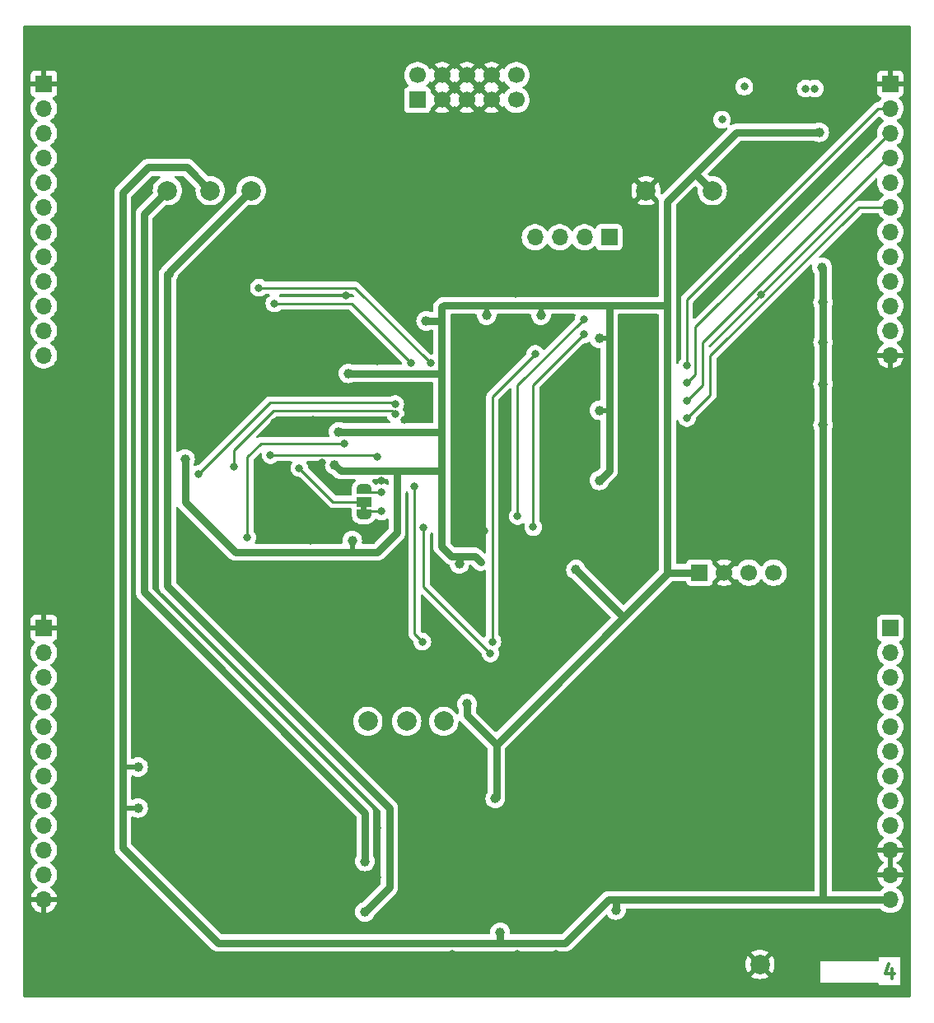
<source format=gbr>
%TF.GenerationSoftware,KiCad,Pcbnew,8.0.1*%
%TF.CreationDate,2024-05-28T14:14:54+01:00*%
%TF.ProjectId,Punck_Components,50756e63-6b5f-4436-9f6d-706f6e656e74,rev?*%
%TF.SameCoordinates,Original*%
%TF.FileFunction,Copper,L4,Bot*%
%TF.FilePolarity,Positive*%
%FSLAX46Y46*%
G04 Gerber Fmt 4.6, Leading zero omitted, Abs format (unit mm)*
G04 Created by KiCad (PCBNEW 8.0.1) date 2024-05-28 14:14:54*
%MOMM*%
%LPD*%
G01*
G04 APERTURE LIST*
G04 Aperture macros list*
%AMFreePoly0*
4,1,19,0.550000,-0.750000,0.000000,-0.750000,0.000000,-0.744911,-0.071157,-0.744911,-0.207708,-0.704816,-0.327430,-0.627875,-0.420627,-0.520320,-0.479746,-0.390866,-0.500000,-0.250000,-0.500000,0.250000,-0.479746,0.390866,-0.420627,0.520320,-0.327430,0.627875,-0.207708,0.704816,-0.071157,0.744911,0.000000,0.744911,0.000000,0.750000,0.550000,0.750000,0.550000,-0.750000,0.550000,-0.750000,
$1*%
%AMFreePoly1*
4,1,19,0.000000,0.744911,0.071157,0.744911,0.207708,0.704816,0.327430,0.627875,0.420627,0.520320,0.479746,0.390866,0.500000,0.250000,0.500000,-0.250000,0.479746,-0.390866,0.420627,-0.520320,0.327430,-0.627875,0.207708,-0.704816,0.071157,-0.744911,0.000000,-0.744911,0.000000,-0.750000,-0.550000,-0.750000,-0.550000,0.750000,0.000000,0.750000,0.000000,0.744911,0.000000,0.744911,
$1*%
G04 Aperture macros list end*
%ADD10C,0.300000*%
%TA.AperFunction,NonConductor*%
%ADD11C,0.300000*%
%TD*%
%TA.AperFunction,EtchedComponent*%
%ADD12C,0.000000*%
%TD*%
%TA.AperFunction,ComponentPad*%
%ADD13R,1.700000X1.700000*%
%TD*%
%TA.AperFunction,ComponentPad*%
%ADD14C,1.700000*%
%TD*%
%TA.AperFunction,ComponentPad*%
%ADD15C,2.000000*%
%TD*%
%TA.AperFunction,ComponentPad*%
%ADD16O,1.700000X1.700000*%
%TD*%
%TA.AperFunction,SMDPad,CuDef*%
%ADD17FreePoly0,90.000000*%
%TD*%
%TA.AperFunction,SMDPad,CuDef*%
%ADD18R,1.500000X1.000000*%
%TD*%
%TA.AperFunction,SMDPad,CuDef*%
%ADD19FreePoly1,90.000000*%
%TD*%
%TA.AperFunction,ViaPad*%
%ADD20C,1.000000*%
%TD*%
%TA.AperFunction,ViaPad*%
%ADD21C,0.800000*%
%TD*%
%TA.AperFunction,Conductor*%
%ADD22C,0.750000*%
%TD*%
%TA.AperFunction,Conductor*%
%ADD23C,0.500000*%
%TD*%
%TA.AperFunction,Conductor*%
%ADD24C,0.250000*%
%TD*%
G04 APERTURE END LIST*
D10*
D11*
X89285715Y-97078328D02*
X89285715Y-98078328D01*
X88928572Y-96506900D02*
X88571429Y-97578328D01*
X88571429Y-97578328D02*
X89500000Y-97578328D01*
D12*
%TA.AperFunction,EtchedComponent*%
%TO.C,JP1*%
G36*
X35300000Y-49900000D02*
G01*
X34700000Y-49900000D01*
X34700000Y-49400000D01*
X35300000Y-49400000D01*
X35300000Y-49900000D01*
G37*
%TD.AperFunction*%
%TD*%
D13*
%TO.P,J7,1,Pin_1*%
%TO.N,-12V*%
X40500000Y-7662500D03*
D14*
%TO.P,J7,2,Pin_2*%
X40500000Y-5122500D03*
%TO.P,J7,3,Pin_3*%
%TO.N,GND*%
X43040000Y-7662500D03*
%TO.P,J7,4,Pin_4*%
X43040000Y-5122500D03*
%TO.P,J7,5,Pin_5*%
X45580000Y-7662500D03*
%TO.P,J7,6,Pin_6*%
X45580000Y-5122500D03*
%TO.P,J7,7,Pin_7*%
X48120000Y-7662500D03*
%TO.P,J7,8,Pin_8*%
X48120000Y-5122500D03*
%TO.P,J7,9,Pin_9*%
%TO.N,+12V*%
X50660000Y-7662500D03*
%TO.P,J7,10,Pin_10*%
X50660000Y-5122500D03*
%TD*%
D15*
%TO.P,TP9,1,1*%
%TO.N,GND*%
X75700000Y-96600000D03*
%TD*%
%TO.P,TP3,1,1*%
%TO.N,/DAC_BCLK*%
X39400000Y-71600000D03*
%TD*%
%TO.P,TP8,1,1*%
%TO.N,VEE*%
X14800000Y-17000000D03*
%TD*%
%TO.P,TP7,1,1*%
%TO.N,VCC*%
X23400000Y-17000000D03*
%TD*%
D13*
%TO.P,J5,1,Pin_1*%
%TO.N,/DAC2*%
X60200000Y-21800000D03*
D16*
%TO.P,J5,2,Pin_2*%
%TO.N,/DAC1*%
X57660000Y-21800000D03*
%TO.P,J5,3,Pin_3*%
%TO.N,/UART_RX*%
X55120000Y-21800000D03*
%TO.P,J5,4,Pin_4*%
%TO.N,/UART_TX*%
X52580000Y-21800000D03*
%TD*%
D15*
%TO.P,TP1,1,1*%
%TO.N,/DAC_LRCLK*%
X35400000Y-71600000D03*
%TD*%
%TO.P,TP6,1,1*%
%TO.N,+3.3VA*%
X19200000Y-17000000D03*
%TD*%
%TO.P,TP5,1,1*%
%TO.N,+3V3*%
X70800000Y-17000000D03*
%TD*%
D13*
%TO.P,J6,1,Pin_1*%
%TO.N,+3V3*%
X69500000Y-56300000D03*
D14*
%TO.P,J6,2,Pin_2*%
%TO.N,GND*%
X72040000Y-56300000D03*
%TO.P,J6,3,Pin_3*%
%TO.N,/SWIO*%
X74580000Y-56300000D03*
%TO.P,J6,4,Pin_4*%
%TO.N,/SWCLK*%
X77120000Y-56300000D03*
%TD*%
D15*
%TO.P,TP2,1,1*%
%TO.N,/DAC_DATA*%
X43200000Y-71600000D03*
%TD*%
%TO.P,TP4,1,1*%
%TO.N,GND*%
X64000000Y-17000000D03*
%TD*%
D13*
%TO.P,J3,1,Pin_1*%
%TO.N,GND*%
X89100000Y-6000000D03*
D16*
%TO.P,J3,2,Pin_2*%
%TO.N,/SA_BTN*%
X89100000Y-8540000D03*
%TO.P,J3,3,Pin_3*%
%TO.N,/KI_BTN*%
X89100000Y-11080000D03*
%TO.P,J3,4,Pin_4*%
%TO.N,/SN_BTN*%
X89100000Y-13620000D03*
%TO.P,J3,5,Pin_5*%
%TO.N,/SA_LED*%
X89100000Y-16160000D03*
%TO.P,J3,6,Pin_6*%
%TO.N,/SB_BTN*%
X89100000Y-18700000D03*
%TO.P,J3,7,Pin_7*%
%TO.N,/SB_LED*%
X89100000Y-21240000D03*
%TO.P,J3,8,Pin_8*%
%TO.N,/MIDI_LEARN*%
X89100000Y-23780000D03*
%TO.P,J3,9,Pin_9*%
%TO.N,/MIDI_IN*%
X89100000Y-26320000D03*
%TO.P,J3,10,Pin_10*%
%TO.N,/CH_IN*%
X89100000Y-28860000D03*
%TO.P,J3,11,Pin_11*%
%TO.N,/OH_IN*%
X89100000Y-31400000D03*
%TO.P,J3,12,Pin_12*%
%TO.N,GND*%
X89100000Y-33940000D03*
%TD*%
D13*
%TO.P,J1,1,Pin_1*%
%TO.N,GND*%
X2100000Y-6000000D03*
D16*
%TO.P,J1,2,Pin_2*%
%TO.N,/SNARE_FILTER_POT*%
X2100000Y-8540000D03*
%TO.P,J1,3,Pin_3*%
%TO.N,/SAMPLER_A_VOICE_POT*%
X2100000Y-11080000D03*
%TO.P,J1,4,Pin_4*%
%TO.N,/KICK_ATTACK_POT*%
X2100000Y-13620000D03*
%TO.P,J1,5,Pin_5*%
%TO.N,/KICK_DECAY_POT*%
X2100000Y-16160000D03*
%TO.P,J1,6,Pin_6*%
%TO.N,/KICK_VOL_POT*%
X2100000Y-18700000D03*
%TO.P,J1,7,Pin_7*%
%TO.N,/SNARE_TUNING_POT*%
X2100000Y-21240000D03*
%TO.P,J1,8,Pin_8*%
%TO.N,/HIHAT_DECAY_POT*%
X2100000Y-23780000D03*
%TO.P,J1,9,Pin_9*%
%TO.N,/SAMPLER_B_VOICE_POT*%
X2100000Y-26320000D03*
%TO.P,J1,10,Pin_10*%
%TO.N,/SNARE_VOL_POT*%
X2100000Y-28860000D03*
%TO.P,J1,11,Pin_11*%
%TO.N,/SAMPLER_A_SPEED_POT*%
X2100000Y-31400000D03*
%TO.P,J1,12,Pin_12*%
%TO.N,/SAMPLER_B_SPEED_POT*%
X2100000Y-33940000D03*
%TD*%
D13*
%TO.P,J4,1,Pin_1*%
%TO.N,/SNARE_IN*%
X89100000Y-62000000D03*
D16*
%TO.P,J4,2,Pin_2*%
%TO.N,/KICK_IN*%
X89100000Y-64540000D03*
%TO.P,J4,3,Pin_3*%
%TO.N,/USB_DP*%
X89100000Y-67080000D03*
%TO.P,J4,4,Pin_4*%
%TO.N,/USB_DM*%
X89100000Y-69620000D03*
%TO.P,J4,5,Pin_5*%
%TO.N,/USB_VBUS*%
X89100000Y-72160000D03*
%TO.P,J4,6,Pin_6*%
%TO.N,/KI_LED*%
X89100000Y-74700000D03*
%TO.P,J4,7,Pin_7*%
%TO.N,/SN_LED*%
X89100000Y-77240000D03*
%TO.P,J4,8,Pin_8*%
%TO.N,/HH_LED*%
X89100000Y-79780000D03*
%TO.P,J4,9,Pin_9*%
%TO.N,/SEQ_SELECT*%
X89100000Y-82320000D03*
%TO.P,J4,10,Pin_10*%
%TO.N,GND*%
X89100000Y-84860000D03*
%TO.P,J4,11,Pin_11*%
X89100000Y-87400000D03*
%TO.P,J4,12,Pin_12*%
%TO.N,+3.3VA*%
X89100000Y-89940000D03*
%TD*%
D13*
%TO.P,J2,1,Pin_1*%
%TO.N,GND*%
X2100000Y-62000000D03*
D16*
%TO.P,J2,2,Pin_2*%
%TO.N,/HIHAT_VOL_POT*%
X2100000Y-64540000D03*
%TO.P,J2,3,Pin_3*%
%TO.N,/SAMPLER_A_VOL_POT*%
X2100000Y-67080000D03*
%TO.P,J2,4,Pin_4*%
%TO.N,/SAMPLER_B_VOL_POT*%
X2100000Y-69620000D03*
%TO.P,J2,5,Pin_5*%
%TO.N,/HH_BTN*%
X2100000Y-72160000D03*
%TO.P,J2,6,Pin_6*%
%TO.N,/TEMPO_POT*%
X2100000Y-74700000D03*
%TO.P,J2,7,Pin_7*%
%TO.N,/SAMPLER_A_IN*%
X2100000Y-77240000D03*
%TO.P,J2,8,Pin_8*%
%TO.N,/SAMPLER_B_IN*%
X2100000Y-79780000D03*
%TO.P,J2,9,Pin_9*%
%TO.N,/AUDIO_OUT_R*%
X2100000Y-82320000D03*
%TO.P,J2,10,Pin_10*%
%TO.N,/TEMPO_OUT*%
X2100000Y-84860000D03*
%TO.P,J2,11,Pin_11*%
%TO.N,/AUDIO_OUT_L*%
X2100000Y-87400000D03*
%TO.P,J2,12,Pin_12*%
%TO.N,GND*%
X2100000Y-89940000D03*
%TD*%
D17*
%TO.P,JP1,1,A*%
%TO.N,/QSPI_BK2_NCS*%
X35000000Y-50300000D03*
D18*
%TO.P,JP1,2,C*%
%TO.N,Net-(JP1-Pad2)*%
X35000000Y-49000000D03*
D19*
%TO.P,JP1,3,B*%
%TO.N,/OCTOSPIM_P2_NCS*%
X35000000Y-47700000D03*
%TD*%
D20*
%TO.N,+3.3VA*%
X11786250Y-76300000D03*
X82200000Y-36900000D03*
X49000000Y-93300000D03*
X82200000Y-41100000D03*
X11786250Y-80500000D03*
X82200000Y-28500000D03*
X82200000Y-32600000D03*
X82100000Y-24900000D03*
X60900000Y-91000000D03*
D21*
%TO.N,/SN_BTN*%
X68200000Y-38600000D03*
%TO.N,/SA_BTN*%
X68200000Y-35000000D03*
%TO.N,GND*%
X24400000Y-80900000D03*
X65600000Y-87800000D03*
X14000000Y-2700000D03*
X75700000Y-17500000D03*
X53950000Y-66100000D03*
X62250000Y-94150000D03*
X61800000Y-45600000D03*
X15000000Y-63800000D03*
X77150000Y-7600000D03*
X35400000Y-69100000D03*
X45700000Y-47200000D03*
X58300000Y-61750000D03*
X75150000Y-40150000D03*
X80550000Y-65600000D03*
X27100000Y-67500000D03*
X38750000Y-26350000D03*
X33850000Y-82650000D03*
X61800000Y-40600000D03*
X33150000Y-27750000D03*
X16450000Y-9200000D03*
X69100000Y-23600000D03*
X19500000Y-9200000D03*
X29850000Y-18800000D03*
X22450000Y-56500000D03*
X64100000Y-98200000D03*
X25100000Y-9650000D03*
X29700000Y-35100000D03*
X23800000Y-11350000D03*
X52300000Y-78400000D03*
X55000000Y-46100000D03*
X59700000Y-94100000D03*
X90200000Y-59500000D03*
X23800000Y-9600000D03*
X1800000Y-48800000D03*
X18000000Y-7100000D03*
X83900000Y-65600000D03*
X60200000Y-15550000D03*
X16200000Y-41900000D03*
X73900000Y-23900000D03*
X65600000Y-91900000D03*
X10000000Y-14650000D03*
X80700000Y-73500000D03*
X40650000Y-79500000D03*
X58550000Y-13150000D03*
X47400000Y-52000000D03*
X25800000Y-40800000D03*
X73150000Y-7950000D03*
X16500000Y-7100000D03*
X7700000Y-72000000D03*
X30700000Y-45000000D03*
X49500000Y-39400000D03*
X60950000Y-64450000D03*
X67100000Y-7750000D03*
X16500000Y-35400000D03*
X84150000Y-44750000D03*
X46700000Y-98400000D03*
X31600000Y-14900000D03*
X60800000Y-84400000D03*
X56400000Y-68800000D03*
X36400000Y-87650000D03*
X37000000Y-26400000D03*
X75100000Y-31700000D03*
X22800000Y-25100000D03*
X11900000Y-67400000D03*
X42600000Y-57300000D03*
X61800000Y-32650000D03*
X29500000Y-51200000D03*
X46600000Y-57700000D03*
X24000000Y-72700000D03*
X39200000Y-40600000D03*
X8700000Y-87500000D03*
X74400000Y-65600000D03*
X65000000Y-68300000D03*
X67100000Y-65600000D03*
X19700000Y-86500000D03*
X72800000Y-14600000D03*
X36400000Y-34600000D03*
X49500000Y-46400000D03*
X66100000Y-70900000D03*
X53700000Y-88700000D03*
X30500000Y-70500000D03*
X78100000Y-53500000D03*
X63500000Y-55100000D03*
X54700000Y-58400000D03*
X29500000Y-53000000D03*
X16300000Y-50850000D03*
X50750000Y-95500000D03*
X88400000Y-40500000D03*
X7000000Y-58200000D03*
X27000000Y-75500000D03*
X51300000Y-62900000D03*
X55200000Y-17400000D03*
X80900000Y-1400000D03*
X52800000Y-72800000D03*
X54700000Y-95500000D03*
X36800000Y-46850000D03*
X80600000Y-68300000D03*
X71850000Y-7950000D03*
X17600000Y-40400000D03*
X66000000Y-78200000D03*
X27600000Y-96400000D03*
X71000000Y-48600000D03*
X35000000Y-56500000D03*
X80600000Y-70800000D03*
X75800000Y-27700000D03*
X17450000Y-77400000D03*
X30600000Y-60600000D03*
X12000000Y-6800000D03*
X17448750Y-81400000D03*
X23800000Y-13000000D03*
X40100000Y-21600000D03*
X16700000Y-94700000D03*
X16900000Y-20200000D03*
X61900000Y-13150000D03*
X7000000Y-41900000D03*
X75950000Y-8400000D03*
X25100000Y-12950000D03*
X28500000Y-56500000D03*
X33400000Y-2800000D03*
X80900000Y-4200000D03*
X35350000Y-26400000D03*
X68200000Y-73500000D03*
X61700000Y-36600000D03*
X45700000Y-37800000D03*
X46900000Y-33800000D03*
X55000000Y-41100000D03*
X4700000Y-98600000D03*
X21500000Y-70300000D03*
X75150000Y-35750000D03*
X51000000Y-14900000D03*
X43700000Y-90100000D03*
X80200000Y-45300000D03*
X2300000Y-38700000D03*
X47750000Y-21600000D03*
X68250000Y-6600000D03*
X47800000Y-27500000D03*
X57850000Y-88700000D03*
X35400000Y-18800000D03*
X80300000Y-83900000D03*
X58000000Y-82600000D03*
X89800000Y-93600000D03*
X80300000Y-13400000D03*
X57800000Y-53700000D03*
X35100000Y-95650000D03*
X80400000Y-88150000D03*
X29800000Y-40600000D03*
X50550000Y-27600000D03*
X28800000Y-78000000D03*
X11900000Y-72500000D03*
X8600000Y-12800000D03*
X11450000Y-12800000D03*
X54300000Y-37500000D03*
X36400000Y-82600000D03*
X41000000Y-37700000D03*
X44100000Y-95550000D03*
%TO.N,/KI_BTN*%
X68200000Y-36800000D03*
%TO.N,/SB_BTN*%
X68200000Y-40400000D03*
%TO.N,/SNARE_FILTER_POT*%
X24200000Y-27000000D03*
X41850000Y-34750000D03*
%TO.N,/SAMPLER_A_VOICE_POT*%
X39850000Y-34750000D03*
X25800000Y-28600000D03*
%TO.N,/SAMPLER_A_VOL_POT*%
X17970000Y-46170000D03*
X38215055Y-38974192D03*
%TO.N,/SAMPLER_B_VOL_POT*%
X21600000Y-45400000D03*
X38250000Y-40000000D03*
%TO.N,/TEMPO_POT*%
X23000000Y-52700000D03*
X33000000Y-43000000D03*
D20*
%TO.N,+3V3*%
X81800000Y-11000000D03*
X48500000Y-79550000D03*
X59200000Y-46800000D03*
X59200000Y-39600000D03*
X45600000Y-69800000D03*
X16600000Y-44600000D03*
X56800000Y-56000000D03*
X44800000Y-55400000D03*
X53200000Y-29800000D03*
X32000000Y-45200000D03*
X41400000Y-30400000D03*
X33800000Y-53000000D03*
X32400000Y-41800000D03*
X47600000Y-29800000D03*
X59200000Y-32200000D03*
X33400000Y-35800000D03*
D21*
X47000000Y-55200000D03*
%TO.N,/VSW*%
X71800000Y-9700000D03*
X74100000Y-6300000D03*
X80400000Y-6500000D03*
X81350000Y-6500000D03*
%TO.N,/SA_LED_OUT*%
X50800000Y-50475500D03*
X57600000Y-30200000D03*
%TO.N,/SB_LED_OUT*%
X57600000Y-31800000D03*
X52400000Y-51600000D03*
D20*
%TO.N,VCC*%
X35100000Y-91200000D03*
%TO.N,VEE*%
X35100000Y-86000000D03*
D21*
%TO.N,/QSPI_CLK*%
X40200000Y-47400000D03*
X41000000Y-63400000D03*
%TO.N,/QSPI_BK2_IO0*%
X36400000Y-44400000D03*
X25400000Y-44200000D03*
%TO.N,/QSPI_BK1_IO1*%
X41124500Y-51686140D03*
X48000000Y-64600000D03*
%TO.N,/QSPI_BK2_NCS*%
X36800000Y-50000000D03*
%TO.N,/QSPI_BK1_IO2*%
X52600000Y-33800000D03*
X48200000Y-63400000D03*
%TO.N,/OCTOSPIM_P2_NCS*%
X36800000Y-48000000D03*
%TO.N,Net-(JP1-Pad2)*%
X28362299Y-45537701D03*
%TD*%
D22*
%TO.N,+3.3VA*%
X60160000Y-89940000D02*
X60960000Y-89940000D01*
X82200000Y-89800000D02*
X82060000Y-89940000D01*
X60900000Y-90000000D02*
X60960000Y-89940000D01*
X49000000Y-94200000D02*
X49200000Y-94400000D01*
X60960000Y-89940000D02*
X82060000Y-89940000D01*
X82200000Y-25000000D02*
X82100000Y-24900000D01*
X49200000Y-94400000D02*
X55700000Y-94400000D01*
D23*
X10386250Y-76300000D02*
X11786250Y-76300000D01*
D22*
X16800000Y-14600000D02*
X12800000Y-14600000D01*
X82200000Y-25000000D02*
X82200000Y-89800000D01*
X20000000Y-94400000D02*
X49200000Y-94400000D01*
X12800000Y-14600000D02*
X10200000Y-17200000D01*
X49000000Y-93300000D02*
X49000000Y-94200000D01*
X55700000Y-94400000D02*
X60160000Y-89940000D01*
X19200000Y-17000000D02*
X16800000Y-14600000D01*
X82060000Y-89940000D02*
X89000000Y-89940000D01*
D23*
X11786250Y-80500000D02*
X10386250Y-80500000D01*
D22*
X10200000Y-17200000D02*
X10200000Y-84600000D01*
X10200000Y-84600000D02*
X20000000Y-94400000D01*
X60900000Y-91000000D02*
X60900000Y-90000000D01*
D24*
%TO.N,/SN_BTN*%
X69800000Y-37000000D02*
X68200000Y-38600000D01*
X89000000Y-13620000D02*
X88780000Y-13620000D01*
X88780000Y-13620000D02*
X69800000Y-32600000D01*
X69800000Y-32600000D02*
X69800000Y-37000000D01*
%TO.N,/SA_BTN*%
X87860000Y-8540000D02*
X68200000Y-28200000D01*
X89000000Y-8540000D02*
X87860000Y-8540000D01*
X68200000Y-28200000D02*
X68200000Y-35000000D01*
%TO.N,/KI_BTN*%
X69050499Y-35949501D02*
X68200000Y-36800000D01*
X69050499Y-31029501D02*
X69050499Y-35949501D01*
X89000000Y-11080000D02*
X69050499Y-31029501D01*
%TO.N,/SB_BTN*%
X85900000Y-18700000D02*
X70600000Y-34000000D01*
X70600000Y-38000000D02*
X68200000Y-40400000D01*
X70600000Y-34000000D02*
X70600000Y-38000000D01*
X89000000Y-18700000D02*
X85900000Y-18700000D01*
%TO.N,/SNARE_FILTER_POT*%
X24200000Y-27000000D02*
X34100000Y-27000000D01*
X34100000Y-27000000D02*
X41850000Y-34750000D01*
%TO.N,/SAMPLER_A_VOICE_POT*%
X25800000Y-28600000D02*
X33750000Y-28600000D01*
X39850000Y-34700000D02*
X39850000Y-34750000D01*
X33750000Y-28600000D02*
X39850000Y-34700000D01*
%TO.N,/SAMPLER_A_VOL_POT*%
X25340000Y-38800000D02*
X38040863Y-38800000D01*
X17970000Y-46170000D02*
X25340000Y-38800000D01*
X38040863Y-38800000D02*
X38215055Y-38974192D01*
%TO.N,/SAMPLER_B_VOL_POT*%
X37850000Y-39600000D02*
X38250000Y-40000000D01*
X25700000Y-39600000D02*
X37850000Y-39600000D01*
X21600000Y-45400000D02*
X21600000Y-43700000D01*
X21600000Y-43700000D02*
X25700000Y-39600000D01*
%TO.N,/TEMPO_POT*%
X33000000Y-43000000D02*
X24400000Y-43000000D01*
X24400000Y-43000000D02*
X23000000Y-44400000D01*
X23000000Y-44400000D02*
X23000000Y-52700000D01*
D22*
%TO.N,+3V3*%
X38400000Y-45800000D02*
X38400000Y-52200000D01*
X46400000Y-54600000D02*
X47000000Y-55200000D01*
X43000000Y-30600000D02*
X42800000Y-30400000D01*
D23*
X60000000Y-32200000D02*
X60200000Y-32400000D01*
D22*
X38400000Y-52200000D02*
X36400000Y-54200000D01*
X69100000Y-15200000D02*
X73300000Y-11000000D01*
X44800000Y-54600000D02*
X44800000Y-55400000D01*
X73300000Y-11000000D02*
X81800000Y-11000000D01*
X48600000Y-74000000D02*
X48600000Y-79450000D01*
X69500000Y-56300000D02*
X66200000Y-56300000D01*
X43000000Y-53600000D02*
X44000000Y-54600000D01*
X32600000Y-45800000D02*
X43000000Y-45800000D01*
X36400000Y-54200000D02*
X21800000Y-54200000D01*
X45600000Y-71000000D02*
X45600000Y-69800000D01*
X44000000Y-54600000D02*
X46400000Y-54600000D01*
D23*
X59200000Y-39600000D02*
X60200000Y-39600000D01*
D22*
X60200000Y-45800000D02*
X59200000Y-46800000D01*
X66200000Y-56400000D02*
X66200000Y-18100000D01*
X32600000Y-45800000D02*
X32000000Y-45200000D01*
X43000000Y-35800000D02*
X43000000Y-53600000D01*
D23*
X33800000Y-53000000D02*
X33800000Y-54200000D01*
D22*
X69100000Y-15300000D02*
X69100000Y-15200000D01*
X43000000Y-35800000D02*
X43000000Y-30600000D01*
X21800000Y-54200000D02*
X16600000Y-49000000D01*
X43000000Y-29000000D02*
X43200000Y-28800000D01*
X42800000Y-30400000D02*
X41400000Y-30400000D01*
X60200000Y-39600000D02*
X60200000Y-45800000D01*
X66200000Y-28800000D02*
X53200000Y-28800000D01*
X70800000Y-17000000D02*
X69100000Y-15300000D01*
X48600000Y-74000000D02*
X66200000Y-56400000D01*
D23*
X47600000Y-29800000D02*
X47600000Y-28800000D01*
D22*
X16600000Y-49000000D02*
X16600000Y-44600000D01*
D23*
X59200000Y-32200000D02*
X60000000Y-32200000D01*
X53200000Y-29800000D02*
X53200000Y-28800000D01*
D22*
X33400000Y-35800000D02*
X43000000Y-35800000D01*
X47600000Y-28800000D02*
X43200000Y-28800000D01*
X43000000Y-41800000D02*
X32400000Y-41800000D01*
X66200000Y-18100000D02*
X69100000Y-15200000D01*
X53200000Y-28800000D02*
X47600000Y-28800000D01*
X43000000Y-30600000D02*
X43000000Y-29000000D01*
X60200000Y-28800000D02*
X60200000Y-32400000D01*
X56800000Y-56000000D02*
X61700000Y-60900000D01*
X48600000Y-74000000D02*
X45600000Y-71000000D01*
X60200000Y-32400000D02*
X60200000Y-39600000D01*
X48600000Y-79450000D02*
X48500000Y-79550000D01*
D24*
%TO.N,/SA_LED_OUT*%
X57600000Y-30200000D02*
X50800000Y-37000000D01*
X50800000Y-37000000D02*
X50800000Y-50475500D01*
%TO.N,/SB_LED_OUT*%
X52400000Y-37000000D02*
X57600000Y-31800000D01*
X52400000Y-51600000D02*
X52400000Y-37000000D01*
D22*
%TO.N,VCC*%
X37600000Y-80500000D02*
X37600000Y-88700000D01*
X14800000Y-57700000D02*
X37600000Y-80500000D01*
X14800000Y-25600000D02*
X14800000Y-57700000D01*
X23300000Y-17000000D02*
X15000000Y-25300000D01*
X23400000Y-17000000D02*
X23300000Y-17000000D01*
X15000000Y-25300000D02*
X15000000Y-25600000D01*
X37600000Y-88700000D02*
X35100000Y-91200000D01*
%TO.N,VEE*%
X12400000Y-58300000D02*
X35100000Y-81000000D01*
X14800000Y-17000000D02*
X12400000Y-19400000D01*
X35100000Y-81000000D02*
X35100000Y-86000000D01*
X12400000Y-19400000D02*
X12400000Y-58300000D01*
D24*
%TO.N,/QSPI_CLK*%
X40200000Y-62600000D02*
X40200000Y-47400000D01*
X41000000Y-63400000D02*
X40200000Y-62600000D01*
%TO.N,/QSPI_BK2_IO0*%
X36400000Y-44400000D02*
X36200000Y-44200000D01*
X36200000Y-44200000D02*
X25400000Y-44200000D01*
%TO.N,/QSPI_BK1_IO1*%
X41124500Y-57724500D02*
X48000000Y-64600000D01*
X41124500Y-51686140D02*
X41124500Y-57724500D01*
%TO.N,/QSPI_BK2_NCS*%
X35300000Y-50000000D02*
X36800000Y-50000000D01*
X35000000Y-50300000D02*
X35300000Y-50000000D01*
%TO.N,/QSPI_BK1_IO2*%
X48200000Y-63400000D02*
X48200000Y-38200000D01*
X48200000Y-38200000D02*
X52600000Y-33800000D01*
%TO.N,/OCTOSPIM_P2_NCS*%
X35300000Y-48000000D02*
X36800000Y-48000000D01*
X35000000Y-47700000D02*
X35300000Y-48000000D01*
%TO.N,Net-(JP1-Pad2)*%
X28362299Y-45537701D02*
X31824598Y-49000000D01*
X31824598Y-49000000D02*
X35000000Y-49000000D01*
%TD*%
%TA.AperFunction,Conductor*%
%TO.N,GND*%
G36*
X89354000Y-86969297D02*
G01*
X89292993Y-86934075D01*
X89165826Y-86900000D01*
X89034174Y-86900000D01*
X88907007Y-86934075D01*
X88846000Y-86969297D01*
X88846000Y-85290702D01*
X88907007Y-85325925D01*
X89034174Y-85360000D01*
X89165826Y-85360000D01*
X89292993Y-85325925D01*
X89354000Y-85290702D01*
X89354000Y-86969297D01*
G37*
%TD.AperFunction*%
%TA.AperFunction,Conductor*%
G36*
X42068388Y-52156139D02*
G01*
X42109570Y-52213971D01*
X42116500Y-52255182D01*
X42116500Y-53687020D01*
X42129118Y-53750454D01*
X42150452Y-53857708D01*
X42217052Y-54018495D01*
X42281657Y-54115183D01*
X42313740Y-54163198D01*
X42313745Y-54163204D01*
X43436796Y-55286254D01*
X43436802Y-55286259D01*
X43581506Y-55382948D01*
X43723819Y-55441896D01*
X43779100Y-55486444D01*
X43800994Y-55545953D01*
X43806090Y-55597694D01*
X43806091Y-55597700D01*
X43806092Y-55597701D01*
X43863759Y-55787804D01*
X43957405Y-55963004D01*
X44083432Y-56116568D01*
X44236996Y-56242595D01*
X44412196Y-56336241D01*
X44602299Y-56393908D01*
X44602303Y-56393908D01*
X44602305Y-56393909D01*
X44799997Y-56413380D01*
X44800000Y-56413380D01*
X44800003Y-56413380D01*
X44997694Y-56393909D01*
X44997695Y-56393908D01*
X44997701Y-56393908D01*
X45187804Y-56336241D01*
X45363004Y-56242595D01*
X45516568Y-56116568D01*
X45642595Y-55963004D01*
X45736241Y-55787804D01*
X45793908Y-55597701D01*
X45793909Y-55597694D01*
X45793963Y-55597149D01*
X45794071Y-55596879D01*
X45795118Y-55591622D01*
X45796114Y-55591820D01*
X45820546Y-55531317D01*
X45878500Y-55490308D01*
X45919356Y-55483500D01*
X45981852Y-55483500D01*
X46049973Y-55503502D01*
X46070947Y-55520405D01*
X46212993Y-55662451D01*
X46233015Y-55688542D01*
X46260960Y-55736944D01*
X46260962Y-55736947D01*
X46260965Y-55736951D01*
X46388744Y-55878864D01*
X46388747Y-55878866D01*
X46543248Y-55991118D01*
X46717712Y-56068794D01*
X46904513Y-56108500D01*
X47095487Y-56108500D01*
X47282288Y-56068794D01*
X47389252Y-56021170D01*
X47459617Y-56011736D01*
X47523915Y-56041842D01*
X47561728Y-56101930D01*
X47566500Y-56136277D01*
X47566500Y-62697474D01*
X47546498Y-62765595D01*
X47534137Y-62781784D01*
X47460955Y-62863060D01*
X47460955Y-62863061D01*
X47432521Y-62912310D01*
X47381138Y-62961303D01*
X47311424Y-62974738D01*
X47245514Y-62948351D01*
X47234308Y-62938404D01*
X41794905Y-57499001D01*
X41760879Y-57436689D01*
X41758000Y-57409906D01*
X41758000Y-52388664D01*
X41778002Y-52320543D01*
X41790358Y-52304360D01*
X41863540Y-52223084D01*
X41881381Y-52192181D01*
X41932763Y-52143189D01*
X42002477Y-52129753D01*
X42068388Y-52156139D01*
G37*
%TD.AperFunction*%
%TA.AperFunction,Conductor*%
G36*
X46529067Y-29703502D02*
G01*
X46575560Y-29757158D01*
X46586339Y-29797150D01*
X46606090Y-29997694D01*
X46606091Y-29997700D01*
X46606092Y-29997701D01*
X46663759Y-30187804D01*
X46757405Y-30363004D01*
X46883432Y-30516568D01*
X47036996Y-30642595D01*
X47212196Y-30736241D01*
X47402299Y-30793908D01*
X47402303Y-30793908D01*
X47402305Y-30793909D01*
X47599997Y-30813380D01*
X47600000Y-30813380D01*
X47600003Y-30813380D01*
X47797694Y-30793909D01*
X47797695Y-30793908D01*
X47797701Y-30793908D01*
X47987804Y-30736241D01*
X48163004Y-30642595D01*
X48316568Y-30516568D01*
X48442595Y-30363004D01*
X48536241Y-30187804D01*
X48593908Y-29997701D01*
X48607185Y-29862906D01*
X48613661Y-29797150D01*
X48640243Y-29731318D01*
X48698198Y-29690308D01*
X48739054Y-29683500D01*
X52060946Y-29683500D01*
X52129067Y-29703502D01*
X52175560Y-29757158D01*
X52186339Y-29797150D01*
X52206090Y-29997694D01*
X52206091Y-29997700D01*
X52206092Y-29997701D01*
X52263759Y-30187804D01*
X52357405Y-30363004D01*
X52483432Y-30516568D01*
X52636996Y-30642595D01*
X52812196Y-30736241D01*
X53002299Y-30793908D01*
X53002303Y-30793908D01*
X53002305Y-30793909D01*
X53199997Y-30813380D01*
X53200000Y-30813380D01*
X53200003Y-30813380D01*
X53397694Y-30793909D01*
X53397695Y-30793908D01*
X53397701Y-30793908D01*
X53587804Y-30736241D01*
X53763004Y-30642595D01*
X53916568Y-30516568D01*
X54042595Y-30363004D01*
X54136241Y-30187804D01*
X54193908Y-29997701D01*
X54207185Y-29862906D01*
X54213661Y-29797150D01*
X54240243Y-29731318D01*
X54298198Y-29690308D01*
X54339054Y-29683500D01*
X56639144Y-29683500D01*
X56707265Y-29703502D01*
X56753758Y-29757158D01*
X56763862Y-29827432D01*
X56758977Y-29848437D01*
X56706457Y-30010072D01*
X56689092Y-30175293D01*
X56662079Y-30240950D01*
X56652877Y-30251217D01*
X53565690Y-33338404D01*
X53503378Y-33372430D01*
X53432563Y-33367365D01*
X53375727Y-33324818D01*
X53367476Y-33312309D01*
X53343392Y-33270595D01*
X53339040Y-33263056D01*
X53339038Y-33263054D01*
X53339034Y-33263048D01*
X53211255Y-33121135D01*
X53056752Y-33008882D01*
X52882288Y-32931206D01*
X52695487Y-32891500D01*
X52504513Y-32891500D01*
X52317711Y-32931206D01*
X52143247Y-33008882D01*
X51988744Y-33121135D01*
X51860965Y-33263048D01*
X51860958Y-33263058D01*
X51765476Y-33428438D01*
X51765473Y-33428445D01*
X51706457Y-33610072D01*
X51689092Y-33775292D01*
X51662079Y-33840949D01*
X51652877Y-33851216D01*
X47796167Y-37707929D01*
X47707931Y-37796164D01*
X47707929Y-37796167D01*
X47638600Y-37899925D01*
X47622992Y-37937606D01*
X47590846Y-38015212D01*
X47566500Y-38137603D01*
X47566500Y-54212851D01*
X47546498Y-54280972D01*
X47492842Y-54327465D01*
X47422568Y-54337569D01*
X47357988Y-54308075D01*
X47351405Y-54301946D01*
X46963204Y-53913745D01*
X46963198Y-53913740D01*
X46879340Y-53857708D01*
X46818495Y-53817052D01*
X46657708Y-53750452D01*
X46487020Y-53716500D01*
X46487017Y-53716500D01*
X44418148Y-53716500D01*
X44350027Y-53696498D01*
X44329052Y-53679595D01*
X43920404Y-53270946D01*
X43886379Y-53208634D01*
X43883500Y-53181851D01*
X43883500Y-29809500D01*
X43903502Y-29741379D01*
X43957158Y-29694886D01*
X44009500Y-29683500D01*
X46460946Y-29683500D01*
X46529067Y-29703502D01*
G37*
%TD.AperFunction*%
%TA.AperFunction,Conductor*%
G36*
X24413899Y-43986170D02*
G01*
X24470735Y-44028717D01*
X24495546Y-44095237D01*
X24495177Y-44117395D01*
X24486496Y-44199999D01*
X24506457Y-44389927D01*
X24536526Y-44482470D01*
X24565473Y-44571556D01*
X24565476Y-44571561D01*
X24660958Y-44736941D01*
X24660965Y-44736951D01*
X24788744Y-44878864D01*
X24813015Y-44896498D01*
X24943248Y-44991118D01*
X25117712Y-45068794D01*
X25304513Y-45108500D01*
X25495487Y-45108500D01*
X25682288Y-45068794D01*
X25856752Y-44991118D01*
X26011253Y-44878866D01*
X26014563Y-44875190D01*
X26075009Y-44837950D01*
X26108200Y-44833500D01*
X27501587Y-44833500D01*
X27569708Y-44853502D01*
X27616201Y-44907158D01*
X27626305Y-44977432D01*
X27610706Y-45022498D01*
X27589841Y-45058639D01*
X27527775Y-45166139D01*
X27527772Y-45166146D01*
X27468756Y-45347773D01*
X27448795Y-45537701D01*
X27468756Y-45727628D01*
X27498825Y-45820171D01*
X27527772Y-45909257D01*
X27531993Y-45916568D01*
X27623257Y-46074642D01*
X27623264Y-46074652D01*
X27751043Y-46216565D01*
X27779164Y-46236996D01*
X27905547Y-46328819D01*
X28080011Y-46406495D01*
X28266812Y-46446201D01*
X28322705Y-46446201D01*
X28390826Y-46466203D01*
X28411800Y-46483106D01*
X31332527Y-49403833D01*
X31420765Y-49492071D01*
X31524523Y-49561400D01*
X31639813Y-49609155D01*
X31762204Y-49633500D01*
X33610500Y-49633500D01*
X33678621Y-49653502D01*
X33725114Y-49707158D01*
X33736500Y-49759500D01*
X33736500Y-50371889D01*
X33757300Y-50516558D01*
X33797807Y-50654513D01*
X33858523Y-50787462D01*
X33927647Y-50895022D01*
X33932587Y-50902708D01*
X33933419Y-50904169D01*
X33936253Y-50908413D01*
X33936255Y-50908416D01*
X33936257Y-50908420D01*
X33944364Y-50917776D01*
X34031967Y-51018874D01*
X34031971Y-51018878D01*
X34140632Y-51113032D01*
X34204947Y-51154364D01*
X34258656Y-51188881D01*
X34263583Y-51192047D01*
X34388239Y-51248976D01*
X34392595Y-51251255D01*
X34394368Y-51251775D01*
X34394369Y-51251776D01*
X34534606Y-51292953D01*
X34534615Y-51292954D01*
X34534618Y-51292955D01*
X34629482Y-51306594D01*
X34676921Y-51313415D01*
X34733488Y-51313415D01*
X34733777Y-51313500D01*
X34785764Y-51313500D01*
X35265721Y-51313500D01*
X35266512Y-51313415D01*
X35323079Y-51313415D01*
X35465394Y-51292953D01*
X35465395Y-51292953D01*
X35605632Y-51251775D01*
X35736417Y-51192047D01*
X35859368Y-51113032D01*
X35964685Y-51021774D01*
X35966435Y-51020364D01*
X35968030Y-51018877D01*
X35968033Y-51018875D01*
X36063745Y-50908416D01*
X36131972Y-50802252D01*
X36185626Y-50755760D01*
X36255900Y-50745655D01*
X36312029Y-50768436D01*
X36343248Y-50791118D01*
X36517712Y-50868794D01*
X36704513Y-50908500D01*
X36895487Y-50908500D01*
X37082288Y-50868794D01*
X37256752Y-50791118D01*
X37316441Y-50747750D01*
X37383306Y-50723894D01*
X37452458Y-50739974D01*
X37501938Y-50790887D01*
X37516500Y-50849688D01*
X37516500Y-51781852D01*
X37496498Y-51849973D01*
X37479595Y-51870947D01*
X36070947Y-53279595D01*
X36008635Y-53313621D01*
X35981852Y-53316500D01*
X34921227Y-53316500D01*
X34853106Y-53296498D01*
X34806613Y-53242842D01*
X34795834Y-53178150D01*
X34813380Y-53000002D01*
X34813380Y-52999996D01*
X34793909Y-52802305D01*
X34793908Y-52802303D01*
X34793908Y-52802299D01*
X34736241Y-52612196D01*
X34642595Y-52436996D01*
X34516568Y-52283432D01*
X34363004Y-52157405D01*
X34187804Y-52063759D01*
X33997701Y-52006092D01*
X33997700Y-52006091D01*
X33997694Y-52006090D01*
X33800003Y-51986620D01*
X33799997Y-51986620D01*
X33602305Y-52006090D01*
X33412195Y-52063759D01*
X33236995Y-52157405D01*
X33083432Y-52283432D01*
X32957405Y-52436995D01*
X32863759Y-52612195D01*
X32806090Y-52802305D01*
X32786620Y-52999996D01*
X32786620Y-53000002D01*
X32804166Y-53178150D01*
X32790938Y-53247903D01*
X32742097Y-53299431D01*
X32678773Y-53316500D01*
X23911347Y-53316500D01*
X23843226Y-53296498D01*
X23796733Y-53242842D01*
X23786629Y-53172568D01*
X23802228Y-53127500D01*
X23819475Y-53097626D01*
X23834527Y-53071556D01*
X23893542Y-52889928D01*
X23913504Y-52700000D01*
X23893542Y-52510072D01*
X23834527Y-52328444D01*
X23739040Y-52163056D01*
X23665863Y-52081784D01*
X23635146Y-52017776D01*
X23633500Y-51997474D01*
X23633500Y-44714594D01*
X23653502Y-44646473D01*
X23670399Y-44625504D01*
X24280775Y-44015128D01*
X24343084Y-43981106D01*
X24413899Y-43986170D01*
G37*
%TD.AperFunction*%
%TA.AperFunction,Conductor*%
G36*
X30955526Y-44853502D02*
G01*
X31002019Y-44907158D01*
X31012123Y-44977432D01*
X31007981Y-44996072D01*
X31006091Y-45002300D01*
X31006090Y-45002306D01*
X30986620Y-45199996D01*
X30986620Y-45200003D01*
X31006090Y-45397694D01*
X31006091Y-45397700D01*
X31006092Y-45397701D01*
X31063759Y-45587804D01*
X31157405Y-45763004D01*
X31283432Y-45916568D01*
X31436996Y-46042595D01*
X31612196Y-46136241D01*
X31689059Y-46159556D01*
X31741576Y-46191034D01*
X32036801Y-46486259D01*
X32133490Y-46550864D01*
X32181506Y-46582948D01*
X32268428Y-46618952D01*
X32268429Y-46618953D01*
X32342292Y-46649548D01*
X32370613Y-46655181D01*
X32370616Y-46655181D01*
X32512983Y-46683500D01*
X34037627Y-46683500D01*
X34105748Y-46703502D01*
X34152241Y-46757158D01*
X34162345Y-46827432D01*
X34132851Y-46892012D01*
X34120138Y-46904726D01*
X34035326Y-46978214D01*
X34033571Y-46979629D01*
X34031966Y-46981125D01*
X33936257Y-47091581D01*
X33858525Y-47212534D01*
X33858523Y-47212537D01*
X33858523Y-47212538D01*
X33840389Y-47252247D01*
X33797806Y-47345490D01*
X33757302Y-47483433D01*
X33757300Y-47483440D01*
X33736500Y-47628114D01*
X33736500Y-48240500D01*
X33716498Y-48308621D01*
X33662842Y-48355114D01*
X33610500Y-48366500D01*
X32139192Y-48366500D01*
X32071071Y-48346498D01*
X32050097Y-48329595D01*
X29309421Y-45588919D01*
X29275395Y-45526607D01*
X29273206Y-45512994D01*
X29266582Y-45449973D01*
X29255841Y-45347773D01*
X29196826Y-45166145D01*
X29113891Y-45022498D01*
X29097154Y-44953505D01*
X29120374Y-44886413D01*
X29176181Y-44842526D01*
X29223011Y-44833500D01*
X30887405Y-44833500D01*
X30955526Y-44853502D01*
G37*
%TD.AperFunction*%
%TA.AperFunction,Conductor*%
G36*
X37458621Y-46703502D02*
G01*
X37505114Y-46757158D01*
X37516500Y-46809500D01*
X37516500Y-47150311D01*
X37496498Y-47218432D01*
X37442842Y-47264925D01*
X37372568Y-47275029D01*
X37316439Y-47252247D01*
X37256752Y-47208882D01*
X37082288Y-47131206D01*
X36895487Y-47091500D01*
X36704513Y-47091500D01*
X36517711Y-47131206D01*
X36343246Y-47208883D01*
X36343245Y-47208883D01*
X36312027Y-47231564D01*
X36245159Y-47255421D01*
X36176008Y-47239338D01*
X36131971Y-47197747D01*
X36125584Y-47187808D01*
X36067406Y-47097282D01*
X36066579Y-47095829D01*
X36063743Y-47091581D01*
X36063743Y-47091580D01*
X35968029Y-46981122D01*
X35879861Y-46904725D01*
X35841477Y-46844999D01*
X35841477Y-46774002D01*
X35879860Y-46714276D01*
X35944441Y-46684783D01*
X35962373Y-46683500D01*
X37390500Y-46683500D01*
X37458621Y-46703502D01*
G37*
%TD.AperFunction*%
%TA.AperFunction,Conductor*%
G36*
X37347192Y-40253502D02*
G01*
X37393685Y-40307158D01*
X37398904Y-40320563D01*
X37415471Y-40371553D01*
X37415473Y-40371557D01*
X37510958Y-40536941D01*
X37510965Y-40536951D01*
X37638744Y-40678864D01*
X37652095Y-40688564D01*
X37695449Y-40744786D01*
X37701524Y-40815522D01*
X37668393Y-40878314D01*
X37606573Y-40913225D01*
X37578034Y-40916500D01*
X32918037Y-40916500D01*
X32858641Y-40901622D01*
X32787804Y-40863759D01*
X32718850Y-40842842D01*
X32597701Y-40806092D01*
X32597700Y-40806091D01*
X32597694Y-40806090D01*
X32400003Y-40786620D01*
X32399997Y-40786620D01*
X32202305Y-40806090D01*
X32012195Y-40863759D01*
X31836995Y-40957405D01*
X31683432Y-41083432D01*
X31557405Y-41236995D01*
X31463759Y-41412195D01*
X31406090Y-41602305D01*
X31386620Y-41799996D01*
X31386620Y-41800003D01*
X31406090Y-41997694D01*
X31463758Y-42187801D01*
X31465613Y-42192279D01*
X31473204Y-42262869D01*
X31441426Y-42326357D01*
X31380368Y-42362585D01*
X31349205Y-42366500D01*
X24337603Y-42366500D01*
X24246432Y-42384635D01*
X24215215Y-42390845D01*
X24215214Y-42390845D01*
X24215211Y-42390846D01*
X24100261Y-42438461D01*
X24029671Y-42446050D01*
X23966184Y-42414271D01*
X23929956Y-42353213D01*
X23932490Y-42282262D01*
X23962947Y-42232957D01*
X24198204Y-41997701D01*
X25925500Y-40270405D01*
X25987812Y-40236379D01*
X26014595Y-40233500D01*
X37279071Y-40233500D01*
X37347192Y-40253502D01*
G37*
%TD.AperFunction*%
%TA.AperFunction,Conductor*%
G36*
X87698992Y-15701076D02*
G01*
X87755828Y-15743623D01*
X87780639Y-15810143D01*
X87777105Y-15850063D01*
X87755436Y-15935630D01*
X87739652Y-16126108D01*
X87736844Y-16160000D01*
X87749544Y-16313266D01*
X87755437Y-16384375D01*
X87810702Y-16602612D01*
X87810703Y-16602613D01*
X87810704Y-16602616D01*
X87887095Y-16776771D01*
X87901141Y-16808793D01*
X88024275Y-16997265D01*
X88024279Y-16997270D01*
X88176762Y-17162908D01*
X88211053Y-17189598D01*
X88354424Y-17301189D01*
X88387680Y-17319186D01*
X88438071Y-17369200D01*
X88453423Y-17438516D01*
X88428862Y-17505129D01*
X88387680Y-17540813D01*
X88354426Y-17558810D01*
X88354424Y-17558811D01*
X88176762Y-17697091D01*
X88024279Y-17862729D01*
X88024275Y-17862734D01*
X87928445Y-18009415D01*
X87874442Y-18055504D01*
X87822962Y-18066500D01*
X85837600Y-18066500D01*
X85715217Y-18090844D01*
X85715209Y-18090846D01*
X85681447Y-18104830D01*
X85681447Y-18104831D01*
X85599925Y-18138599D01*
X85496171Y-18207925D01*
X85496164Y-18207930D01*
X70648595Y-33055500D01*
X70586283Y-33089526D01*
X70515468Y-33084461D01*
X70458632Y-33041914D01*
X70433821Y-32975394D01*
X70433500Y-32966405D01*
X70433500Y-32914593D01*
X70453502Y-32846472D01*
X70470400Y-32825503D01*
X87565867Y-15730035D01*
X87628177Y-15696011D01*
X87698992Y-15701076D01*
G37*
%TD.AperFunction*%
%TA.AperFunction,Conductor*%
G36*
X88013912Y-9386157D02*
G01*
X88062579Y-9418873D01*
X88146534Y-9510072D01*
X88176762Y-9542908D01*
X88231331Y-9585381D01*
X88354424Y-9681189D01*
X88387680Y-9699186D01*
X88438071Y-9749200D01*
X88453423Y-9818516D01*
X88428862Y-9885129D01*
X88387680Y-9920813D01*
X88354426Y-9938810D01*
X88354424Y-9938811D01*
X88176762Y-10077091D01*
X88024279Y-10242729D01*
X88024275Y-10242734D01*
X87901141Y-10431206D01*
X87810703Y-10637386D01*
X87810702Y-10637387D01*
X87755437Y-10855624D01*
X87755436Y-10855630D01*
X87755436Y-10855632D01*
X87743473Y-11000000D01*
X87736844Y-11080000D01*
X87755436Y-11304369D01*
X87762976Y-11334142D01*
X87760308Y-11405089D01*
X87729926Y-11454168D01*
X69048595Y-30135500D01*
X68986283Y-30169526D01*
X68915468Y-30164461D01*
X68858632Y-30121914D01*
X68833821Y-30055394D01*
X68833500Y-30046405D01*
X68833500Y-28514594D01*
X68853502Y-28446473D01*
X68870405Y-28425499D01*
X78371536Y-18924368D01*
X87880787Y-9415116D01*
X87943097Y-9381092D01*
X88013912Y-9386157D01*
G37*
%TD.AperFunction*%
%TA.AperFunction,Conductor*%
G36*
X33853527Y-27653502D02*
G01*
X33874501Y-27670405D01*
X33965830Y-27761734D01*
X33999856Y-27824046D01*
X33994791Y-27894861D01*
X33952244Y-27951697D01*
X33885724Y-27976508D01*
X33852155Y-27974408D01*
X33812401Y-27966500D01*
X33812394Y-27966500D01*
X26508200Y-27966500D01*
X26440079Y-27946498D01*
X26414563Y-27924810D01*
X26411252Y-27921133D01*
X26329086Y-27861436D01*
X26285732Y-27805214D01*
X26279657Y-27734478D01*
X26312788Y-27671686D01*
X26374608Y-27636775D01*
X26403147Y-27633500D01*
X33785406Y-27633500D01*
X33853527Y-27653502D01*
G37*
%TD.AperFunction*%
%TA.AperFunction,Conductor*%
G36*
X42574075Y-5315493D02*
G01*
X42639901Y-5429507D01*
X42732993Y-5522599D01*
X42847007Y-5588425D01*
X42915051Y-5606657D01*
X42274310Y-6247398D01*
X42294697Y-6263266D01*
X42294705Y-6263271D01*
X42328731Y-6281685D01*
X42379122Y-6331697D01*
X42394475Y-6401014D01*
X42369915Y-6467627D01*
X42328735Y-6503311D01*
X42294705Y-6521727D01*
X42294693Y-6521735D01*
X42274311Y-6537599D01*
X42274310Y-6537600D01*
X42915052Y-7178342D01*
X42847007Y-7196575D01*
X42732993Y-7262401D01*
X42639901Y-7355493D01*
X42574075Y-7469507D01*
X42555842Y-7537552D01*
X41895405Y-6877115D01*
X41861379Y-6814803D01*
X41858500Y-6788020D01*
X41858500Y-6763867D01*
X41858499Y-6763850D01*
X41851990Y-6703303D01*
X41851988Y-6703295D01*
X41800889Y-6566297D01*
X41800887Y-6566292D01*
X41713261Y-6449238D01*
X41596207Y-6361612D01*
X41596203Y-6361610D01*
X41481192Y-6318713D01*
X41424356Y-6276167D01*
X41399546Y-6209646D01*
X41414638Y-6140272D01*
X41432525Y-6115320D01*
X41575714Y-5959777D01*
X41575724Y-5959765D01*
X41664816Y-5823399D01*
X41718819Y-5777310D01*
X41789167Y-5767735D01*
X41853524Y-5797712D01*
X41875782Y-5823399D01*
X41916920Y-5886366D01*
X41916921Y-5886366D01*
X42555841Y-5247446D01*
X42574075Y-5315493D01*
G37*
%TD.AperFunction*%
%TA.AperFunction,Conductor*%
G36*
X45114075Y-5315493D02*
G01*
X45179901Y-5429507D01*
X45272993Y-5522599D01*
X45387007Y-5588425D01*
X45455051Y-5606657D01*
X44814310Y-6247398D01*
X44834697Y-6263266D01*
X44834705Y-6263271D01*
X44868731Y-6281685D01*
X44919122Y-6331697D01*
X44934475Y-6401014D01*
X44909915Y-6467627D01*
X44868735Y-6503311D01*
X44834705Y-6521727D01*
X44834693Y-6521735D01*
X44814311Y-6537599D01*
X44814310Y-6537600D01*
X45455052Y-7178342D01*
X45387007Y-7196575D01*
X45272993Y-7262401D01*
X45179901Y-7355493D01*
X45114075Y-7469507D01*
X45095842Y-7537552D01*
X44456921Y-6898631D01*
X44456920Y-6898632D01*
X44415482Y-6962058D01*
X44361479Y-7008147D01*
X44291131Y-7017722D01*
X44226773Y-6987745D01*
X44204516Y-6962058D01*
X44163078Y-6898632D01*
X43524157Y-7537551D01*
X43505925Y-7469507D01*
X43440099Y-7355493D01*
X43347007Y-7262401D01*
X43232993Y-7196575D01*
X43164947Y-7178341D01*
X43805688Y-6537600D01*
X43805687Y-6537599D01*
X43785308Y-6521737D01*
X43785298Y-6521731D01*
X43751267Y-6503314D01*
X43700876Y-6453301D01*
X43685524Y-6383984D01*
X43710085Y-6317371D01*
X43751268Y-6281686D01*
X43785294Y-6263272D01*
X43785298Y-6263269D01*
X43805688Y-6247398D01*
X43164947Y-5606657D01*
X43232993Y-5588425D01*
X43347007Y-5522599D01*
X43440099Y-5429507D01*
X43505925Y-5315493D01*
X43524158Y-5247447D01*
X44163077Y-5886366D01*
X44163078Y-5886366D01*
X44204516Y-5822941D01*
X44258519Y-5776852D01*
X44328867Y-5767277D01*
X44393225Y-5797254D01*
X44415482Y-5822940D01*
X44456921Y-5886366D01*
X45095841Y-5247446D01*
X45114075Y-5315493D01*
G37*
%TD.AperFunction*%
%TA.AperFunction,Conductor*%
G36*
X47654075Y-5315493D02*
G01*
X47719901Y-5429507D01*
X47812993Y-5522599D01*
X47927007Y-5588425D01*
X47995051Y-5606657D01*
X47354310Y-6247398D01*
X47374697Y-6263266D01*
X47374705Y-6263271D01*
X47408731Y-6281685D01*
X47459122Y-6331697D01*
X47474475Y-6401014D01*
X47449915Y-6467627D01*
X47408735Y-6503311D01*
X47374705Y-6521727D01*
X47374693Y-6521735D01*
X47354311Y-6537599D01*
X47354310Y-6537600D01*
X47995052Y-7178342D01*
X47927007Y-7196575D01*
X47812993Y-7262401D01*
X47719901Y-7355493D01*
X47654075Y-7469507D01*
X47635842Y-7537552D01*
X46996921Y-6898631D01*
X46996920Y-6898632D01*
X46955482Y-6962058D01*
X46901479Y-7008147D01*
X46831131Y-7017722D01*
X46766773Y-6987745D01*
X46744516Y-6962058D01*
X46703078Y-6898632D01*
X46064157Y-7537551D01*
X46045925Y-7469507D01*
X45980099Y-7355493D01*
X45887007Y-7262401D01*
X45772993Y-7196575D01*
X45704947Y-7178341D01*
X46345688Y-6537600D01*
X46345687Y-6537599D01*
X46325308Y-6521737D01*
X46325298Y-6521731D01*
X46291267Y-6503314D01*
X46240876Y-6453301D01*
X46225524Y-6383984D01*
X46250085Y-6317371D01*
X46291268Y-6281686D01*
X46325294Y-6263272D01*
X46325298Y-6263269D01*
X46345688Y-6247398D01*
X45704947Y-5606657D01*
X45772993Y-5588425D01*
X45887007Y-5522599D01*
X45980099Y-5429507D01*
X46045925Y-5315493D01*
X46064158Y-5247447D01*
X46703077Y-5886366D01*
X46703078Y-5886366D01*
X46744516Y-5822941D01*
X46798519Y-5776852D01*
X46868867Y-5767277D01*
X46933225Y-5797254D01*
X46955482Y-5822940D01*
X46996921Y-5886366D01*
X47635841Y-5247446D01*
X47654075Y-5315493D01*
G37*
%TD.AperFunction*%
%TA.AperFunction,Conductor*%
G36*
X49243077Y-5886366D02*
G01*
X49243078Y-5886366D01*
X49284217Y-5823399D01*
X49338221Y-5777310D01*
X49408568Y-5767735D01*
X49472926Y-5797712D01*
X49495183Y-5823398D01*
X49584279Y-5959770D01*
X49736762Y-6125408D01*
X49791331Y-6167881D01*
X49914424Y-6263689D01*
X49947678Y-6281685D01*
X49947680Y-6281686D01*
X49998071Y-6331700D01*
X50013423Y-6401016D01*
X49988862Y-6467629D01*
X49947680Y-6503313D01*
X49914426Y-6521310D01*
X49914424Y-6521311D01*
X49736762Y-6659591D01*
X49584279Y-6825229D01*
X49495183Y-6961601D01*
X49441179Y-7007689D01*
X49370831Y-7017264D01*
X49306474Y-6987286D01*
X49284217Y-6961600D01*
X49243078Y-6898632D01*
X48604157Y-7537551D01*
X48585925Y-7469507D01*
X48520099Y-7355493D01*
X48427007Y-7262401D01*
X48312993Y-7196575D01*
X48244947Y-7178341D01*
X48885688Y-6537600D01*
X48885687Y-6537599D01*
X48865308Y-6521737D01*
X48865298Y-6521731D01*
X48831267Y-6503314D01*
X48780876Y-6453301D01*
X48765524Y-6383984D01*
X48790085Y-6317371D01*
X48831268Y-6281686D01*
X48865294Y-6263272D01*
X48865298Y-6263269D01*
X48885688Y-6247398D01*
X48244947Y-5606657D01*
X48312993Y-5588425D01*
X48427007Y-5522599D01*
X48520099Y-5429507D01*
X48585925Y-5315493D01*
X48604158Y-5247447D01*
X49243077Y-5886366D01*
G37*
%TD.AperFunction*%
%TA.AperFunction,Conductor*%
G36*
X91142121Y-20002D02*
G01*
X91188614Y-73658D01*
X91200000Y-126000D01*
X91200000Y-99874000D01*
X91179998Y-99942121D01*
X91126342Y-99988614D01*
X91074000Y-100000000D01*
X126000Y-100000000D01*
X57879Y-99979998D01*
X11386Y-99926342D01*
X0Y-99874000D01*
X0Y-98500000D01*
X81900000Y-98500000D01*
X87780204Y-98500000D01*
X87848325Y-98520002D01*
X87894818Y-98573658D01*
X87906204Y-98626000D01*
X87906204Y-98741828D01*
X90163500Y-98741828D01*
X90163500Y-95841676D01*
X87906204Y-95841676D01*
X87906204Y-96174000D01*
X87886202Y-96242121D01*
X87832546Y-96288614D01*
X87780204Y-96300000D01*
X81900000Y-96300000D01*
X81900000Y-98500000D01*
X0Y-98500000D01*
X0Y-96600000D01*
X74187337Y-96600000D01*
X74205960Y-96836632D01*
X74261371Y-97067437D01*
X74352208Y-97286738D01*
X74466896Y-97473890D01*
X74466897Y-97473890D01*
X75097300Y-96843486D01*
X75123978Y-96907890D01*
X75195112Y-97014351D01*
X75285649Y-97104888D01*
X75392110Y-97176022D01*
X75456510Y-97202698D01*
X74826107Y-97833101D01*
X74826108Y-97833102D01*
X75013261Y-97947791D01*
X75232562Y-98038628D01*
X75463367Y-98094039D01*
X75700000Y-98112662D01*
X75936632Y-98094039D01*
X76167437Y-98038628D01*
X76386738Y-97947791D01*
X76573890Y-97833102D01*
X76573891Y-97833102D01*
X75943488Y-97202698D01*
X76007890Y-97176022D01*
X76114351Y-97104888D01*
X76204888Y-97014351D01*
X76276022Y-96907890D01*
X76302698Y-96843487D01*
X76933102Y-97473891D01*
X76933102Y-97473890D01*
X77047791Y-97286738D01*
X77138628Y-97067437D01*
X77194039Y-96836632D01*
X77212662Y-96600000D01*
X77194039Y-96363367D01*
X77138628Y-96132562D01*
X77047791Y-95913261D01*
X76933102Y-95726108D01*
X76933101Y-95726107D01*
X76302698Y-96356510D01*
X76276022Y-96292110D01*
X76204888Y-96185649D01*
X76114351Y-96095112D01*
X76007890Y-96023978D01*
X75943487Y-95997301D01*
X76573890Y-95366897D01*
X76573890Y-95366896D01*
X76386738Y-95252208D01*
X76167437Y-95161371D01*
X75936632Y-95105960D01*
X75700000Y-95087337D01*
X75463367Y-95105960D01*
X75232562Y-95161371D01*
X75013266Y-95252206D01*
X74826108Y-95366897D01*
X74826108Y-95366898D01*
X75456511Y-95997301D01*
X75392110Y-96023978D01*
X75285649Y-96095112D01*
X75195112Y-96185649D01*
X75123978Y-96292110D01*
X75097301Y-96356511D01*
X74466898Y-95726108D01*
X74466897Y-95726108D01*
X74352206Y-95913266D01*
X74261371Y-96132562D01*
X74205960Y-96363367D01*
X74187337Y-96600000D01*
X0Y-96600000D01*
X0Y-87400000D01*
X736844Y-87400000D01*
X752836Y-87592993D01*
X755437Y-87624375D01*
X810702Y-87842612D01*
X810703Y-87842613D01*
X810704Y-87842616D01*
X901140Y-88048791D01*
X901141Y-88048793D01*
X1024275Y-88237265D01*
X1024279Y-88237270D01*
X1176762Y-88402908D01*
X1231331Y-88445381D01*
X1354424Y-88541189D01*
X1388205Y-88559470D01*
X1438596Y-88609482D01*
X1453949Y-88678799D01*
X1429389Y-88745412D01*
X1388209Y-88781096D01*
X1354704Y-88799228D01*
X1354698Y-88799232D01*
X1177097Y-88937465D01*
X1024674Y-89103041D01*
X901580Y-89291451D01*
X811179Y-89497543D01*
X811176Y-89497550D01*
X763455Y-89685999D01*
X763456Y-89686000D01*
X1669297Y-89686000D01*
X1634075Y-89747007D01*
X1600000Y-89874174D01*
X1600000Y-90005826D01*
X1634075Y-90132993D01*
X1669297Y-90194000D01*
X763455Y-90194000D01*
X811176Y-90382449D01*
X811179Y-90382456D01*
X901580Y-90588548D01*
X1024674Y-90776958D01*
X1177097Y-90942534D01*
X1354698Y-91080767D01*
X1354699Y-91080768D01*
X1552628Y-91187882D01*
X1552630Y-91187883D01*
X1765483Y-91260955D01*
X1765492Y-91260957D01*
X1846000Y-91274391D01*
X1846000Y-90370702D01*
X1907007Y-90405925D01*
X2034174Y-90440000D01*
X2165826Y-90440000D01*
X2292993Y-90405925D01*
X2354000Y-90370702D01*
X2354000Y-91274390D01*
X2434507Y-91260957D01*
X2434516Y-91260955D01*
X2647369Y-91187883D01*
X2647371Y-91187882D01*
X2845300Y-91080768D01*
X2845301Y-91080767D01*
X3022902Y-90942534D01*
X3175325Y-90776958D01*
X3298419Y-90588548D01*
X3388820Y-90382456D01*
X3388823Y-90382449D01*
X3436544Y-90194000D01*
X2530703Y-90194000D01*
X2565925Y-90132993D01*
X2600000Y-90005826D01*
X2600000Y-89874174D01*
X2565925Y-89747007D01*
X2530703Y-89686000D01*
X3436544Y-89686000D01*
X3436544Y-89685999D01*
X3388823Y-89497550D01*
X3388820Y-89497543D01*
X3298419Y-89291451D01*
X3175325Y-89103041D01*
X3022902Y-88937465D01*
X2845301Y-88799232D01*
X2845300Y-88799231D01*
X2811791Y-88781097D01*
X2761401Y-88731083D01*
X2746050Y-88661766D01*
X2770612Y-88595153D01*
X2811790Y-88559472D01*
X2845576Y-88541189D01*
X3023240Y-88402906D01*
X3175722Y-88237268D01*
X3298860Y-88048791D01*
X3389296Y-87842616D01*
X3444564Y-87624368D01*
X3463156Y-87400000D01*
X3444564Y-87175632D01*
X3400063Y-86999901D01*
X3389297Y-86957387D01*
X3389296Y-86957386D01*
X3389296Y-86957384D01*
X3298860Y-86751209D01*
X3276227Y-86716567D01*
X3175724Y-86562734D01*
X3175720Y-86562729D01*
X3059570Y-86436559D01*
X3023240Y-86397094D01*
X3023239Y-86397093D01*
X3023237Y-86397091D01*
X2941382Y-86333381D01*
X2845576Y-86258811D01*
X2812319Y-86240813D01*
X2761929Y-86190802D01*
X2746576Y-86121485D01*
X2771136Y-86054872D01*
X2812320Y-86019186D01*
X2845576Y-86001189D01*
X3023240Y-85862906D01*
X3175722Y-85697268D01*
X3298860Y-85508791D01*
X3389296Y-85302616D01*
X3444564Y-85084368D01*
X3463156Y-84860000D01*
X3448822Y-84687020D01*
X9316500Y-84687020D01*
X9350452Y-84857708D01*
X9417052Y-85018495D01*
X9461072Y-85084375D01*
X9513740Y-85163198D01*
X9513745Y-85163204D01*
X19436796Y-95086254D01*
X19436798Y-95086256D01*
X19436801Y-95086258D01*
X19436802Y-95086259D01*
X19581505Y-95182948D01*
X19742292Y-95249548D01*
X19912983Y-95283500D01*
X19912984Y-95283500D01*
X55787016Y-95283500D01*
X55787017Y-95283500D01*
X55957708Y-95249548D01*
X56118495Y-95182948D01*
X56263199Y-95086259D01*
X59842896Y-91506560D01*
X59905206Y-91472537D01*
X59976021Y-91477601D01*
X60032857Y-91520148D01*
X60043106Y-91536253D01*
X60056324Y-91560982D01*
X60057406Y-91563006D01*
X60112690Y-91630369D01*
X60183432Y-91716568D01*
X60336996Y-91842595D01*
X60512196Y-91936241D01*
X60702299Y-91993908D01*
X60702303Y-91993908D01*
X60702305Y-91993909D01*
X60899997Y-92013380D01*
X60900000Y-92013380D01*
X60900003Y-92013380D01*
X61097694Y-91993909D01*
X61097695Y-91993908D01*
X61097701Y-91993908D01*
X61287804Y-91936241D01*
X61463004Y-91842595D01*
X61616568Y-91716568D01*
X61742595Y-91563004D01*
X61836241Y-91387804D01*
X61893908Y-91197701D01*
X61913380Y-91000000D01*
X61913380Y-90999996D01*
X61909623Y-90961850D01*
X61922852Y-90892097D01*
X61971692Y-90840568D01*
X62035016Y-90823500D01*
X81972983Y-90823500D01*
X88011570Y-90823500D01*
X88079691Y-90843502D01*
X88104268Y-90864159D01*
X88129987Y-90892097D01*
X88176762Y-90942908D01*
X88201099Y-90961850D01*
X88354424Y-91081189D01*
X88552426Y-91188342D01*
X88552427Y-91188342D01*
X88552428Y-91188343D01*
X88586393Y-91200003D01*
X88765365Y-91261444D01*
X88987431Y-91298500D01*
X88987435Y-91298500D01*
X89212565Y-91298500D01*
X89212569Y-91298500D01*
X89434635Y-91261444D01*
X89647574Y-91188342D01*
X89845576Y-91081189D01*
X90023240Y-90942906D01*
X90175722Y-90777268D01*
X90298860Y-90588791D01*
X90389296Y-90382616D01*
X90444564Y-90164368D01*
X90463156Y-89940000D01*
X90444564Y-89715632D01*
X90389338Y-89497550D01*
X90389297Y-89497387D01*
X90389296Y-89497386D01*
X90389296Y-89497384D01*
X90298860Y-89291209D01*
X90280563Y-89263203D01*
X90175724Y-89102734D01*
X90175720Y-89102729D01*
X90042217Y-88957708D01*
X90023240Y-88937094D01*
X90023239Y-88937093D01*
X90023237Y-88937091D01*
X89941382Y-88873381D01*
X89845576Y-88798811D01*
X89811792Y-88780528D01*
X89761402Y-88730516D01*
X89746050Y-88661199D01*
X89770610Y-88594586D01*
X89811793Y-88558901D01*
X89845300Y-88540767D01*
X89845301Y-88540767D01*
X90022902Y-88402534D01*
X90175325Y-88236958D01*
X90298419Y-88048548D01*
X90388820Y-87842456D01*
X90388823Y-87842449D01*
X90436544Y-87654000D01*
X89530703Y-87654000D01*
X89565925Y-87592993D01*
X89600000Y-87465826D01*
X89600000Y-87334174D01*
X89565925Y-87207007D01*
X89530703Y-87146000D01*
X90436544Y-87146000D01*
X90436544Y-87145999D01*
X90388823Y-86957550D01*
X90388820Y-86957543D01*
X90298419Y-86751451D01*
X90175325Y-86563041D01*
X90022902Y-86397465D01*
X89845301Y-86259232D01*
X89845300Y-86259231D01*
X89811267Y-86240814D01*
X89760876Y-86190801D01*
X89745524Y-86121484D01*
X89770085Y-86054871D01*
X89811267Y-86019186D01*
X89845300Y-86000768D01*
X89845301Y-86000767D01*
X90022902Y-85862534D01*
X90175325Y-85696958D01*
X90298419Y-85508548D01*
X90388820Y-85302456D01*
X90388823Y-85302449D01*
X90436544Y-85114000D01*
X89530703Y-85114000D01*
X89565925Y-85052993D01*
X89600000Y-84925826D01*
X89600000Y-84794174D01*
X89565925Y-84667007D01*
X89530703Y-84606000D01*
X90436544Y-84606000D01*
X90436544Y-84605999D01*
X90388823Y-84417550D01*
X90388820Y-84417543D01*
X90298419Y-84211451D01*
X90175325Y-84023041D01*
X90022902Y-83857465D01*
X89845301Y-83719232D01*
X89845300Y-83719231D01*
X89811791Y-83701097D01*
X89761401Y-83651083D01*
X89746050Y-83581766D01*
X89770612Y-83515153D01*
X89811790Y-83479472D01*
X89845576Y-83461189D01*
X90023240Y-83322906D01*
X90175722Y-83157268D01*
X90298860Y-82968791D01*
X90389296Y-82762616D01*
X90444564Y-82544368D01*
X90463156Y-82320000D01*
X90444564Y-82095632D01*
X90389296Y-81877384D01*
X90298860Y-81671209D01*
X90292140Y-81660924D01*
X90175724Y-81482734D01*
X90175720Y-81482729D01*
X90056661Y-81353399D01*
X90023240Y-81317094D01*
X90023239Y-81317093D01*
X90023237Y-81317091D01*
X89941382Y-81253381D01*
X89845576Y-81178811D01*
X89812319Y-81160813D01*
X89761929Y-81110802D01*
X89746576Y-81041485D01*
X89771136Y-80974872D01*
X89812320Y-80939186D01*
X89845576Y-80921189D01*
X90023240Y-80782906D01*
X90175722Y-80617268D01*
X90298860Y-80428791D01*
X90389296Y-80222616D01*
X90444564Y-80004368D01*
X90463156Y-79780000D01*
X90444564Y-79555632D01*
X90389296Y-79337384D01*
X90298860Y-79131209D01*
X90204642Y-78986997D01*
X90175724Y-78942734D01*
X90175720Y-78942729D01*
X90023237Y-78777091D01*
X89941382Y-78713381D01*
X89845576Y-78638811D01*
X89812319Y-78620813D01*
X89761929Y-78570802D01*
X89746576Y-78501485D01*
X89771136Y-78434872D01*
X89812320Y-78399186D01*
X89845576Y-78381189D01*
X90023240Y-78242906D01*
X90175722Y-78077268D01*
X90298860Y-77888791D01*
X90389296Y-77682616D01*
X90444564Y-77464368D01*
X90463156Y-77240000D01*
X90444564Y-77015632D01*
X90389296Y-76797384D01*
X90298860Y-76591209D01*
X90292140Y-76580924D01*
X90175724Y-76402734D01*
X90175720Y-76402729D01*
X90023237Y-76237091D01*
X89941382Y-76173381D01*
X89845576Y-76098811D01*
X89812319Y-76080813D01*
X89761929Y-76030802D01*
X89746576Y-75961485D01*
X89771136Y-75894872D01*
X89812320Y-75859186D01*
X89845576Y-75841189D01*
X90023240Y-75702906D01*
X90175722Y-75537268D01*
X90298860Y-75348791D01*
X90389296Y-75142616D01*
X90444564Y-74924368D01*
X90463156Y-74700000D01*
X90444564Y-74475632D01*
X90430007Y-74418147D01*
X90389297Y-74257387D01*
X90389296Y-74257386D01*
X90389296Y-74257384D01*
X90298860Y-74051209D01*
X90292140Y-74040924D01*
X90175724Y-73862734D01*
X90175720Y-73862729D01*
X90023237Y-73697091D01*
X89941382Y-73633381D01*
X89845576Y-73558811D01*
X89812319Y-73540813D01*
X89761929Y-73490802D01*
X89746576Y-73421485D01*
X89771136Y-73354872D01*
X89812320Y-73319186D01*
X89845576Y-73301189D01*
X90023240Y-73162906D01*
X90175722Y-72997268D01*
X90298860Y-72808791D01*
X90389296Y-72602616D01*
X90444564Y-72384368D01*
X90463156Y-72160000D01*
X90444564Y-71935632D01*
X90389296Y-71717384D01*
X90298860Y-71511209D01*
X90238287Y-71418495D01*
X90175724Y-71322734D01*
X90175720Y-71322729D01*
X90023237Y-71157091D01*
X89933206Y-71087017D01*
X89845576Y-71018811D01*
X89812319Y-71000813D01*
X89761929Y-70950802D01*
X89746576Y-70881485D01*
X89771136Y-70814872D01*
X89812320Y-70779186D01*
X89845576Y-70761189D01*
X90023240Y-70622906D01*
X90175722Y-70457268D01*
X90298860Y-70268791D01*
X90389296Y-70062616D01*
X90444564Y-69844368D01*
X90463156Y-69620000D01*
X90444564Y-69395632D01*
X90389296Y-69177384D01*
X90298860Y-68971209D01*
X90190983Y-68806090D01*
X90175724Y-68782734D01*
X90175720Y-68782729D01*
X90023237Y-68617091D01*
X89941382Y-68553381D01*
X89845576Y-68478811D01*
X89812319Y-68460813D01*
X89761929Y-68410802D01*
X89746576Y-68341485D01*
X89771136Y-68274872D01*
X89812320Y-68239186D01*
X89845576Y-68221189D01*
X90023240Y-68082906D01*
X90175722Y-67917268D01*
X90298860Y-67728791D01*
X90389296Y-67522616D01*
X90444564Y-67304368D01*
X90463156Y-67080000D01*
X90444564Y-66855632D01*
X90389296Y-66637384D01*
X90298860Y-66431209D01*
X90292140Y-66420924D01*
X90175724Y-66242734D01*
X90175720Y-66242729D01*
X90023237Y-66077091D01*
X89941382Y-66013381D01*
X89845576Y-65938811D01*
X89812319Y-65920813D01*
X89761929Y-65870802D01*
X89746576Y-65801485D01*
X89771136Y-65734872D01*
X89812320Y-65699186D01*
X89845576Y-65681189D01*
X90023240Y-65542906D01*
X90175722Y-65377268D01*
X90298860Y-65188791D01*
X90389296Y-64982616D01*
X90444564Y-64764368D01*
X90463156Y-64540000D01*
X90444564Y-64315632D01*
X90422485Y-64228444D01*
X90389297Y-64097387D01*
X90389296Y-64097386D01*
X90389296Y-64097384D01*
X90298860Y-63891209D01*
X90292140Y-63880924D01*
X90175724Y-63702734D01*
X90175719Y-63702729D01*
X90032524Y-63547179D01*
X90001103Y-63483514D01*
X90009090Y-63412968D01*
X90053948Y-63357939D01*
X90081183Y-63343789D01*
X90196204Y-63300889D01*
X90196799Y-63300444D01*
X90313261Y-63213261D01*
X90400887Y-63096207D01*
X90400887Y-63096206D01*
X90400889Y-63096204D01*
X90451989Y-62959201D01*
X90453156Y-62948351D01*
X90458499Y-62898649D01*
X90458500Y-62898632D01*
X90458500Y-61101367D01*
X90458499Y-61101350D01*
X90451990Y-61040803D01*
X90451988Y-61040795D01*
X90400978Y-60904035D01*
X90400889Y-60903796D01*
X90400888Y-60903794D01*
X90400887Y-60903792D01*
X90313261Y-60786738D01*
X90196207Y-60699112D01*
X90196202Y-60699110D01*
X90059204Y-60648011D01*
X90059196Y-60648009D01*
X89998649Y-60641500D01*
X89998638Y-60641500D01*
X88201362Y-60641500D01*
X88201350Y-60641500D01*
X88140803Y-60648009D01*
X88140795Y-60648011D01*
X88003797Y-60699110D01*
X88003792Y-60699112D01*
X87886738Y-60786738D01*
X87799112Y-60903792D01*
X87799110Y-60903797D01*
X87748011Y-61040795D01*
X87748009Y-61040803D01*
X87741500Y-61101350D01*
X87741500Y-62898649D01*
X87748009Y-62959196D01*
X87748011Y-62959204D01*
X87799110Y-63096202D01*
X87799112Y-63096207D01*
X87886738Y-63213261D01*
X88003791Y-63300886D01*
X88003792Y-63300886D01*
X88003796Y-63300889D01*
X88118810Y-63343787D01*
X88175642Y-63386332D01*
X88200453Y-63452852D01*
X88185362Y-63522226D01*
X88167475Y-63547179D01*
X88024280Y-63702729D01*
X88024275Y-63702734D01*
X87901141Y-63891206D01*
X87810703Y-64097386D01*
X87810702Y-64097387D01*
X87755437Y-64315624D01*
X87755436Y-64315630D01*
X87755436Y-64315632D01*
X87736844Y-64540000D01*
X87755437Y-64764375D01*
X87810702Y-64982612D01*
X87810703Y-64982613D01*
X87901141Y-65188793D01*
X88024275Y-65377265D01*
X88024279Y-65377270D01*
X88176762Y-65542908D01*
X88231331Y-65585381D01*
X88354424Y-65681189D01*
X88387680Y-65699186D01*
X88438071Y-65749200D01*
X88453423Y-65818516D01*
X88428862Y-65885129D01*
X88387680Y-65920813D01*
X88354426Y-65938810D01*
X88354424Y-65938811D01*
X88176762Y-66077091D01*
X88024279Y-66242729D01*
X88024275Y-66242734D01*
X87901141Y-66431206D01*
X87810703Y-66637386D01*
X87810702Y-66637387D01*
X87755437Y-66855624D01*
X87736844Y-67080000D01*
X87755437Y-67304375D01*
X87810702Y-67522612D01*
X87810703Y-67522613D01*
X87901141Y-67728793D01*
X88024275Y-67917265D01*
X88024279Y-67917270D01*
X88176762Y-68082908D01*
X88231331Y-68125381D01*
X88354424Y-68221189D01*
X88387680Y-68239186D01*
X88438071Y-68289200D01*
X88453423Y-68358516D01*
X88428862Y-68425129D01*
X88387680Y-68460813D01*
X88354426Y-68478810D01*
X88354424Y-68478811D01*
X88176762Y-68617091D01*
X88024279Y-68782729D01*
X88024275Y-68782734D01*
X87901141Y-68971206D01*
X87810703Y-69177386D01*
X87810702Y-69177387D01*
X87755437Y-69395624D01*
X87755436Y-69395630D01*
X87755436Y-69395632D01*
X87736844Y-69620000D01*
X87751759Y-69800000D01*
X87755437Y-69844375D01*
X87810702Y-70062612D01*
X87810703Y-70062613D01*
X87810704Y-70062616D01*
X87853813Y-70160895D01*
X87901141Y-70268793D01*
X88024275Y-70457265D01*
X88024279Y-70457270D01*
X88138967Y-70581852D01*
X88163622Y-70608635D01*
X88176762Y-70622908D01*
X88191067Y-70634042D01*
X88354424Y-70761189D01*
X88387680Y-70779186D01*
X88438071Y-70829200D01*
X88453423Y-70898516D01*
X88428862Y-70965129D01*
X88387680Y-71000813D01*
X88354426Y-71018810D01*
X88354424Y-71018811D01*
X88176762Y-71157091D01*
X88024279Y-71322729D01*
X88024275Y-71322734D01*
X87901141Y-71511206D01*
X87810703Y-71717386D01*
X87810702Y-71717387D01*
X87755437Y-71935624D01*
X87755436Y-71935630D01*
X87755436Y-71935632D01*
X87736844Y-72160000D01*
X87747364Y-72286961D01*
X87755437Y-72384375D01*
X87810702Y-72602612D01*
X87810703Y-72602613D01*
X87810704Y-72602616D01*
X87851434Y-72695472D01*
X87901141Y-72808793D01*
X88024275Y-72997265D01*
X88024279Y-72997270D01*
X88176762Y-73162908D01*
X88231331Y-73205381D01*
X88354424Y-73301189D01*
X88387680Y-73319186D01*
X88438071Y-73369200D01*
X88453423Y-73438516D01*
X88428862Y-73505129D01*
X88387680Y-73540813D01*
X88354426Y-73558810D01*
X88354424Y-73558811D01*
X88176762Y-73697091D01*
X88024279Y-73862729D01*
X88024275Y-73862734D01*
X87901141Y-74051206D01*
X87810703Y-74257386D01*
X87810702Y-74257387D01*
X87755437Y-74475624D01*
X87736844Y-74700000D01*
X87755437Y-74924375D01*
X87810702Y-75142612D01*
X87810703Y-75142613D01*
X87810704Y-75142616D01*
X87882410Y-75306090D01*
X87901141Y-75348793D01*
X88024275Y-75537265D01*
X88024279Y-75537270D01*
X88176762Y-75702908D01*
X88220557Y-75736995D01*
X88354424Y-75841189D01*
X88387680Y-75859186D01*
X88438071Y-75909200D01*
X88453423Y-75978516D01*
X88428862Y-76045129D01*
X88387680Y-76080813D01*
X88354426Y-76098810D01*
X88354424Y-76098811D01*
X88176762Y-76237091D01*
X88024279Y-76402729D01*
X88024275Y-76402734D01*
X87901141Y-76591206D01*
X87810703Y-76797386D01*
X87810702Y-76797387D01*
X87755437Y-77015624D01*
X87755436Y-77015630D01*
X87755436Y-77015632D01*
X87739330Y-77209996D01*
X87736844Y-77240000D01*
X87755437Y-77464375D01*
X87810702Y-77682612D01*
X87810703Y-77682613D01*
X87901141Y-77888793D01*
X88024275Y-78077265D01*
X88024279Y-78077270D01*
X88176762Y-78242908D01*
X88231331Y-78285381D01*
X88354424Y-78381189D01*
X88387680Y-78399186D01*
X88438071Y-78449200D01*
X88453423Y-78518516D01*
X88428862Y-78585129D01*
X88387680Y-78620813D01*
X88354426Y-78638810D01*
X88354424Y-78638811D01*
X88176762Y-78777091D01*
X88024279Y-78942729D01*
X88024275Y-78942734D01*
X87901141Y-79131206D01*
X87810703Y-79337386D01*
X87810702Y-79337387D01*
X87755437Y-79555624D01*
X87755436Y-79555630D01*
X87755436Y-79555632D01*
X87736844Y-79780000D01*
X87749920Y-79937804D01*
X87755437Y-80004375D01*
X87810702Y-80222612D01*
X87810703Y-80222613D01*
X87810704Y-80222616D01*
X87901140Y-80428791D01*
X87901141Y-80428793D01*
X88024275Y-80617265D01*
X88024279Y-80617270D01*
X88176762Y-80782908D01*
X88231331Y-80825381D01*
X88354424Y-80921189D01*
X88387680Y-80939186D01*
X88438071Y-80989200D01*
X88453423Y-81058516D01*
X88428862Y-81125129D01*
X88387680Y-81160813D01*
X88354426Y-81178810D01*
X88354424Y-81178811D01*
X88176762Y-81317091D01*
X88024279Y-81482729D01*
X88024275Y-81482734D01*
X87901141Y-81671206D01*
X87810703Y-81877386D01*
X87810702Y-81877387D01*
X87755437Y-82095624D01*
X87736844Y-82320000D01*
X87755437Y-82544375D01*
X87810702Y-82762612D01*
X87810703Y-82762613D01*
X87901141Y-82968793D01*
X88024275Y-83157265D01*
X88024279Y-83157270D01*
X88176762Y-83322908D01*
X88231331Y-83365381D01*
X88354424Y-83461189D01*
X88388205Y-83479470D01*
X88438596Y-83529482D01*
X88453949Y-83598799D01*
X88429389Y-83665412D01*
X88388209Y-83701096D01*
X88354704Y-83719228D01*
X88354698Y-83719232D01*
X88177097Y-83857465D01*
X88024674Y-84023041D01*
X87901580Y-84211451D01*
X87811179Y-84417543D01*
X87811176Y-84417550D01*
X87763455Y-84605999D01*
X87763456Y-84606000D01*
X88669297Y-84606000D01*
X88634075Y-84667007D01*
X88600000Y-84794174D01*
X88600000Y-84925826D01*
X88634075Y-85052993D01*
X88669297Y-85114000D01*
X87763455Y-85114000D01*
X87811176Y-85302449D01*
X87811179Y-85302456D01*
X87901580Y-85508548D01*
X88024674Y-85696958D01*
X88177097Y-85862534D01*
X88354698Y-86000767D01*
X88354699Y-86000768D01*
X88388734Y-86019187D01*
X88439123Y-86069201D01*
X88454475Y-86138518D01*
X88429913Y-86205130D01*
X88388734Y-86240813D01*
X88354699Y-86259231D01*
X88354698Y-86259232D01*
X88177097Y-86397465D01*
X88024674Y-86563041D01*
X87901580Y-86751451D01*
X87811179Y-86957543D01*
X87811176Y-86957550D01*
X87763455Y-87145999D01*
X87763456Y-87146000D01*
X88669297Y-87146000D01*
X88634075Y-87207007D01*
X88600000Y-87334174D01*
X88600000Y-87465826D01*
X88634075Y-87592993D01*
X88669297Y-87654000D01*
X87763455Y-87654000D01*
X87811176Y-87842449D01*
X87811179Y-87842456D01*
X87901580Y-88048548D01*
X88024674Y-88236958D01*
X88177097Y-88402534D01*
X88354698Y-88540767D01*
X88354704Y-88540771D01*
X88388207Y-88558902D01*
X88438597Y-88608915D01*
X88453949Y-88678232D01*
X88429388Y-88744845D01*
X88388207Y-88780528D01*
X88354430Y-88798807D01*
X88354424Y-88798811D01*
X88176762Y-88937091D01*
X88137372Y-88979879D01*
X88104269Y-89015838D01*
X88043418Y-89052409D01*
X88011570Y-89056500D01*
X83209500Y-89056500D01*
X83141379Y-89036498D01*
X83094886Y-88982842D01*
X83083500Y-88930500D01*
X83083500Y-41618036D01*
X83098377Y-41558641D01*
X83136241Y-41487804D01*
X83193908Y-41297701D01*
X83196756Y-41268793D01*
X83213380Y-41100003D01*
X83213380Y-41099996D01*
X83193909Y-40902305D01*
X83193908Y-40902303D01*
X83193908Y-40902299D01*
X83136241Y-40712196D01*
X83136240Y-40712194D01*
X83136239Y-40712191D01*
X83098378Y-40641357D01*
X83083500Y-40581962D01*
X83083500Y-37418036D01*
X83098377Y-37358641D01*
X83136241Y-37287804D01*
X83193908Y-37097701D01*
X83200464Y-37031145D01*
X83213380Y-36900003D01*
X83213380Y-36899996D01*
X83193909Y-36702305D01*
X83193908Y-36702303D01*
X83193908Y-36702299D01*
X83136241Y-36512196D01*
X83136240Y-36512192D01*
X83136239Y-36512191D01*
X83098378Y-36441357D01*
X83083500Y-36381962D01*
X83083500Y-33118036D01*
X83098377Y-33058641D01*
X83136241Y-32987804D01*
X83193908Y-32797701D01*
X83195544Y-32781097D01*
X83213380Y-32600003D01*
X83213380Y-32599996D01*
X83193909Y-32402305D01*
X83193908Y-32402303D01*
X83193908Y-32402299D01*
X83136241Y-32212196D01*
X83136240Y-32212194D01*
X83136239Y-32212191D01*
X83098378Y-32141357D01*
X83083500Y-32081962D01*
X83083500Y-29018036D01*
X83098377Y-28958641D01*
X83136241Y-28887804D01*
X83193908Y-28697701D01*
X83200022Y-28635632D01*
X83213380Y-28500003D01*
X83213380Y-28499996D01*
X83193909Y-28302305D01*
X83193908Y-28302303D01*
X83193908Y-28302299D01*
X83136241Y-28112196D01*
X83136240Y-28112194D01*
X83136239Y-28112191D01*
X83098378Y-28041357D01*
X83083500Y-27981962D01*
X83083500Y-25150700D01*
X83088925Y-25114126D01*
X83093908Y-25097701D01*
X83097768Y-25058516D01*
X83113380Y-24900003D01*
X83113380Y-24899996D01*
X83093909Y-24702305D01*
X83093908Y-24702303D01*
X83093908Y-24702299D01*
X83036241Y-24512196D01*
X82942595Y-24336996D01*
X82816568Y-24183432D01*
X82663004Y-24057405D01*
X82487804Y-23963759D01*
X82297701Y-23906092D01*
X82297700Y-23906091D01*
X82297694Y-23906090D01*
X82100003Y-23886620D01*
X82099997Y-23886620D01*
X81906123Y-23905714D01*
X81836369Y-23892485D01*
X81784841Y-23843645D01*
X81767898Y-23774700D01*
X81790920Y-23707539D01*
X81804674Y-23691230D01*
X86125500Y-19370405D01*
X86187812Y-19336379D01*
X86214595Y-19333500D01*
X87822962Y-19333500D01*
X87891083Y-19353502D01*
X87928445Y-19390585D01*
X88024275Y-19537265D01*
X88024279Y-19537270D01*
X88176762Y-19702908D01*
X88210352Y-19729052D01*
X88354424Y-19841189D01*
X88387680Y-19859186D01*
X88438071Y-19909200D01*
X88453423Y-19978516D01*
X88428862Y-20045129D01*
X88387680Y-20080813D01*
X88354426Y-20098810D01*
X88354424Y-20098811D01*
X88176762Y-20237091D01*
X88024279Y-20402729D01*
X88024275Y-20402734D01*
X87901141Y-20591206D01*
X87810703Y-20797386D01*
X87810702Y-20797387D01*
X87755437Y-21015624D01*
X87755436Y-21015630D01*
X87755436Y-21015632D01*
X87744202Y-21151206D01*
X87736844Y-21240000D01*
X87755437Y-21464375D01*
X87810702Y-21682612D01*
X87810703Y-21682613D01*
X87901141Y-21888793D01*
X88024275Y-22077265D01*
X88024279Y-22077270D01*
X88152539Y-22216596D01*
X88176489Y-22242612D01*
X88176762Y-22242908D01*
X88231331Y-22285381D01*
X88354424Y-22381189D01*
X88387680Y-22399186D01*
X88438071Y-22449200D01*
X88453423Y-22518516D01*
X88428862Y-22585129D01*
X88387680Y-22620813D01*
X88354426Y-22638810D01*
X88354424Y-22638811D01*
X88176762Y-22777091D01*
X88024279Y-22942729D01*
X88024275Y-22942734D01*
X87901141Y-23131206D01*
X87810703Y-23337386D01*
X87810702Y-23337387D01*
X87755437Y-23555624D01*
X87755436Y-23555630D01*
X87755436Y-23555632D01*
X87736844Y-23780000D01*
X87747292Y-23906092D01*
X87755437Y-24004375D01*
X87810702Y-24222612D01*
X87810703Y-24222613D01*
X87810704Y-24222616D01*
X87901140Y-24428791D01*
X87901141Y-24428793D01*
X88024275Y-24617265D01*
X88024279Y-24617270D01*
X88176762Y-24782908D01*
X88231331Y-24825381D01*
X88354424Y-24921189D01*
X88387680Y-24939186D01*
X88438071Y-24989200D01*
X88453423Y-25058516D01*
X88428862Y-25125129D01*
X88387680Y-25160813D01*
X88354426Y-25178810D01*
X88354424Y-25178811D01*
X88176762Y-25317091D01*
X88024279Y-25482729D01*
X88024275Y-25482734D01*
X87901141Y-25671206D01*
X87810703Y-25877386D01*
X87810702Y-25877387D01*
X87755437Y-26095624D01*
X87755436Y-26095630D01*
X87755436Y-26095632D01*
X87736844Y-26320000D01*
X87752416Y-26507926D01*
X87755437Y-26544375D01*
X87810702Y-26762612D01*
X87810703Y-26762613D01*
X87901141Y-26968793D01*
X88024275Y-27157265D01*
X88024279Y-27157270D01*
X88176762Y-27322908D01*
X88231331Y-27365381D01*
X88354424Y-27461189D01*
X88387680Y-27479186D01*
X88438071Y-27529200D01*
X88453423Y-27598516D01*
X88428862Y-27665129D01*
X88387680Y-27700813D01*
X88354426Y-27718810D01*
X88354424Y-27718811D01*
X88176762Y-27857091D01*
X88024279Y-28022729D01*
X88024275Y-28022734D01*
X87901141Y-28211206D01*
X87810703Y-28417386D01*
X87810702Y-28417387D01*
X87755437Y-28635624D01*
X87755436Y-28635630D01*
X87755436Y-28635632D01*
X87736844Y-28860000D01*
X87749939Y-29018036D01*
X87755437Y-29084375D01*
X87810702Y-29302612D01*
X87810703Y-29302613D01*
X87810704Y-29302616D01*
X87899527Y-29505114D01*
X87901141Y-29508793D01*
X88024275Y-29697265D01*
X88024279Y-29697270D01*
X88176762Y-29862908D01*
X88231331Y-29905381D01*
X88354424Y-30001189D01*
X88387680Y-30019186D01*
X88438071Y-30069200D01*
X88453423Y-30138516D01*
X88428862Y-30205129D01*
X88387680Y-30240813D01*
X88354426Y-30258810D01*
X88354424Y-30258811D01*
X88176762Y-30397091D01*
X88024279Y-30562729D01*
X88024275Y-30562734D01*
X87901141Y-30751206D01*
X87810703Y-30957386D01*
X87810702Y-30957387D01*
X87755437Y-31175624D01*
X87755436Y-31175630D01*
X87755436Y-31175632D01*
X87736844Y-31400000D01*
X87753831Y-31605001D01*
X87755437Y-31624375D01*
X87810702Y-31842612D01*
X87810703Y-31842613D01*
X87901141Y-32048793D01*
X88024275Y-32237265D01*
X88024279Y-32237270D01*
X88176762Y-32402908D01*
X88231331Y-32445381D01*
X88354424Y-32541189D01*
X88388205Y-32559470D01*
X88438596Y-32609482D01*
X88453949Y-32678799D01*
X88429389Y-32745412D01*
X88388209Y-32781096D01*
X88354704Y-32799228D01*
X88354698Y-32799232D01*
X88177097Y-32937465D01*
X88024674Y-33103041D01*
X87901580Y-33291451D01*
X87811179Y-33497543D01*
X87811176Y-33497550D01*
X87763455Y-33685999D01*
X87763456Y-33686000D01*
X88669297Y-33686000D01*
X88634075Y-33747007D01*
X88600000Y-33874174D01*
X88600000Y-34005826D01*
X88634075Y-34132993D01*
X88669297Y-34194000D01*
X87763455Y-34194000D01*
X87811176Y-34382449D01*
X87811179Y-34382456D01*
X87901580Y-34588548D01*
X88024674Y-34776958D01*
X88177097Y-34942534D01*
X88354698Y-35080767D01*
X88354699Y-35080768D01*
X88552628Y-35187882D01*
X88552630Y-35187883D01*
X88765483Y-35260955D01*
X88765492Y-35260957D01*
X88846000Y-35274391D01*
X88846000Y-34370702D01*
X88907007Y-34405925D01*
X89034174Y-34440000D01*
X89165826Y-34440000D01*
X89292993Y-34405925D01*
X89354000Y-34370702D01*
X89354000Y-35274390D01*
X89434507Y-35260957D01*
X89434516Y-35260955D01*
X89647369Y-35187883D01*
X89647371Y-35187882D01*
X89845300Y-35080768D01*
X89845301Y-35080767D01*
X90022902Y-34942534D01*
X90175325Y-34776958D01*
X90298419Y-34588548D01*
X90388820Y-34382456D01*
X90388823Y-34382449D01*
X90436544Y-34194000D01*
X89530703Y-34194000D01*
X89565925Y-34132993D01*
X89600000Y-34005826D01*
X89600000Y-33874174D01*
X89565925Y-33747007D01*
X89530703Y-33686000D01*
X90436544Y-33686000D01*
X90436544Y-33685999D01*
X90388823Y-33497550D01*
X90388820Y-33497543D01*
X90298419Y-33291451D01*
X90175325Y-33103041D01*
X90022902Y-32937465D01*
X89845301Y-32799232D01*
X89845300Y-32799231D01*
X89811791Y-32781097D01*
X89761401Y-32731083D01*
X89746050Y-32661766D01*
X89770612Y-32595153D01*
X89811790Y-32559472D01*
X89845576Y-32541189D01*
X90023240Y-32402906D01*
X90175722Y-32237268D01*
X90298860Y-32048791D01*
X90389296Y-31842616D01*
X90444564Y-31624368D01*
X90463156Y-31400000D01*
X90444564Y-31175632D01*
X90415522Y-31060946D01*
X90389297Y-30957387D01*
X90389296Y-30957386D01*
X90389296Y-30957384D01*
X90298860Y-30751209D01*
X90227899Y-30642595D01*
X90175724Y-30562734D01*
X90175720Y-30562729D01*
X90025915Y-30400000D01*
X90023240Y-30397094D01*
X90023239Y-30397093D01*
X90023237Y-30397091D01*
X89941382Y-30333381D01*
X89845576Y-30258811D01*
X89831543Y-30251217D01*
X89828163Y-30249387D01*
X89812319Y-30240813D01*
X89761929Y-30190802D01*
X89746576Y-30121485D01*
X89771136Y-30054872D01*
X89812320Y-30019186D01*
X89845576Y-30001189D01*
X90023240Y-29862906D01*
X90175722Y-29697268D01*
X90298860Y-29508791D01*
X90389296Y-29302616D01*
X90444564Y-29084368D01*
X90463156Y-28860000D01*
X90444564Y-28635632D01*
X90400697Y-28462404D01*
X90389297Y-28417387D01*
X90389296Y-28417386D01*
X90389296Y-28417384D01*
X90298860Y-28211209D01*
X90234172Y-28112196D01*
X90175724Y-28022734D01*
X90175720Y-28022729D01*
X90027237Y-27861436D01*
X90023240Y-27857094D01*
X90023239Y-27857093D01*
X90023237Y-27857091D01*
X89920891Y-27777432D01*
X89845576Y-27718811D01*
X89812319Y-27700813D01*
X89761929Y-27650802D01*
X89746576Y-27581485D01*
X89771136Y-27514872D01*
X89812320Y-27479186D01*
X89845576Y-27461189D01*
X90023240Y-27322906D01*
X90175722Y-27157268D01*
X90298860Y-26968791D01*
X90389296Y-26762616D01*
X90444564Y-26544368D01*
X90463156Y-26320000D01*
X90444564Y-26095632D01*
X90389296Y-25877384D01*
X90298860Y-25671209D01*
X90292140Y-25660924D01*
X90175724Y-25482734D01*
X90175720Y-25482729D01*
X90059570Y-25356559D01*
X90023240Y-25317094D01*
X90023239Y-25317093D01*
X90023237Y-25317091D01*
X89849038Y-25181506D01*
X89845576Y-25178811D01*
X89812319Y-25160813D01*
X89761929Y-25110802D01*
X89746576Y-25041485D01*
X89771136Y-24974872D01*
X89812320Y-24939186D01*
X89845576Y-24921189D01*
X90023240Y-24782906D01*
X90175722Y-24617268D01*
X90298860Y-24428791D01*
X90389296Y-24222616D01*
X90444564Y-24004368D01*
X90463156Y-23780000D01*
X90444564Y-23555632D01*
X90389296Y-23337384D01*
X90298860Y-23131209D01*
X90244721Y-23048343D01*
X90175724Y-22942734D01*
X90175720Y-22942729D01*
X90047002Y-22802906D01*
X90023240Y-22777094D01*
X90023239Y-22777093D01*
X90023237Y-22777091D01*
X89922433Y-22698632D01*
X89845576Y-22638811D01*
X89842728Y-22637270D01*
X89812320Y-22620814D01*
X89761929Y-22570802D01*
X89746576Y-22501485D01*
X89771136Y-22434872D01*
X89812320Y-22399186D01*
X89845576Y-22381189D01*
X90023240Y-22242906D01*
X90175722Y-22077268D01*
X90298860Y-21888791D01*
X90389296Y-21682616D01*
X90444564Y-21464368D01*
X90463156Y-21240000D01*
X90444564Y-21015632D01*
X90400289Y-20840795D01*
X90389297Y-20797387D01*
X90389296Y-20797386D01*
X90389296Y-20797384D01*
X90298860Y-20591209D01*
X90238690Y-20499112D01*
X90175724Y-20402734D01*
X90175720Y-20402729D01*
X90023237Y-20237091D01*
X89941382Y-20173381D01*
X89845576Y-20098811D01*
X89812319Y-20080813D01*
X89761929Y-20030802D01*
X89746576Y-19961485D01*
X89771136Y-19894872D01*
X89812320Y-19859186D01*
X89845576Y-19841189D01*
X90023240Y-19702906D01*
X90175722Y-19537268D01*
X90298860Y-19348791D01*
X90389296Y-19142616D01*
X90444564Y-18924368D01*
X90463156Y-18700000D01*
X90444564Y-18475632D01*
X90389296Y-18257384D01*
X90298860Y-18051209D01*
X90271555Y-18009415D01*
X90175724Y-17862734D01*
X90175720Y-17862729D01*
X90023237Y-17697091D01*
X89867688Y-17576022D01*
X89845576Y-17558811D01*
X89812319Y-17540813D01*
X89761929Y-17490802D01*
X89746576Y-17421485D01*
X89771136Y-17354872D01*
X89812320Y-17319186D01*
X89845576Y-17301189D01*
X90023240Y-17162906D01*
X90175722Y-16997268D01*
X90298860Y-16808791D01*
X90389296Y-16602616D01*
X90444564Y-16384368D01*
X90463156Y-16160000D01*
X90444564Y-15935632D01*
X90401835Y-15766898D01*
X90389297Y-15717387D01*
X90389296Y-15717386D01*
X90389296Y-15717384D01*
X90298860Y-15511209D01*
X90268671Y-15465001D01*
X90175724Y-15322734D01*
X90175720Y-15322729D01*
X90023237Y-15157091D01*
X89941382Y-15093381D01*
X89845576Y-15018811D01*
X89812319Y-15000813D01*
X89761929Y-14950802D01*
X89746576Y-14881485D01*
X89771136Y-14814872D01*
X89812320Y-14779186D01*
X89845576Y-14761189D01*
X90023240Y-14622906D01*
X90175722Y-14457268D01*
X90298860Y-14268791D01*
X90389296Y-14062616D01*
X90444564Y-13844368D01*
X90463156Y-13620000D01*
X90444564Y-13395632D01*
X90389296Y-13177384D01*
X90298860Y-12971209D01*
X90292140Y-12960924D01*
X90175724Y-12782734D01*
X90175720Y-12782729D01*
X90023237Y-12617091D01*
X89941382Y-12553381D01*
X89845576Y-12478811D01*
X89812319Y-12460813D01*
X89761929Y-12410802D01*
X89746576Y-12341485D01*
X89771136Y-12274872D01*
X89812320Y-12239186D01*
X89845576Y-12221189D01*
X90023240Y-12082906D01*
X90175722Y-11917268D01*
X90298860Y-11728791D01*
X90389296Y-11522616D01*
X90444564Y-11304368D01*
X90463156Y-11080000D01*
X90444564Y-10855632D01*
X90431058Y-10802299D01*
X90389297Y-10637387D01*
X90389296Y-10637386D01*
X90389296Y-10637384D01*
X90298860Y-10431209D01*
X90264663Y-10378866D01*
X90175724Y-10242734D01*
X90175720Y-10242729D01*
X90059516Y-10116500D01*
X90023240Y-10077094D01*
X90023239Y-10077093D01*
X90023237Y-10077091D01*
X89907000Y-9986620D01*
X89845576Y-9938811D01*
X89812319Y-9920813D01*
X89761929Y-9870802D01*
X89746576Y-9801485D01*
X89771136Y-9734872D01*
X89812320Y-9699186D01*
X89845576Y-9681189D01*
X90023240Y-9542906D01*
X90175722Y-9377268D01*
X90298860Y-9188791D01*
X90389296Y-8982616D01*
X90444564Y-8764368D01*
X90463156Y-8540000D01*
X90444564Y-8315632D01*
X90389296Y-8097384D01*
X90298860Y-7891209D01*
X90271555Y-7849415D01*
X90175724Y-7702734D01*
X90175714Y-7702722D01*
X90032159Y-7546782D01*
X90000737Y-7483117D01*
X90008723Y-7412571D01*
X90053582Y-7357542D01*
X90080827Y-7343388D01*
X90195965Y-7300444D01*
X90312904Y-7212904D01*
X90400444Y-7095965D01*
X90400444Y-7095964D01*
X90451494Y-6959093D01*
X90457999Y-6898597D01*
X90458000Y-6898585D01*
X90458000Y-6254000D01*
X89530703Y-6254000D01*
X89565925Y-6192993D01*
X89600000Y-6065826D01*
X89600000Y-5934174D01*
X89565925Y-5807007D01*
X89530703Y-5746000D01*
X90458000Y-5746000D01*
X90458000Y-5101414D01*
X90457999Y-5101402D01*
X90451494Y-5040906D01*
X90400444Y-4904035D01*
X90400444Y-4904034D01*
X90312904Y-4787095D01*
X90195965Y-4699555D01*
X90059093Y-4648505D01*
X89998597Y-4642000D01*
X89354000Y-4642000D01*
X89354000Y-5569297D01*
X89292993Y-5534075D01*
X89165826Y-5500000D01*
X89034174Y-5500000D01*
X88907007Y-5534075D01*
X88846000Y-5569297D01*
X88846000Y-4642000D01*
X88201402Y-4642000D01*
X88140906Y-4648505D01*
X88004035Y-4699555D01*
X88004034Y-4699555D01*
X87887095Y-4787095D01*
X87799555Y-4904034D01*
X87799555Y-4904035D01*
X87748505Y-5040906D01*
X87742000Y-5101402D01*
X87742000Y-5746000D01*
X88669297Y-5746000D01*
X88634075Y-5807007D01*
X88600000Y-5934174D01*
X88600000Y-6065826D01*
X88634075Y-6192993D01*
X88669297Y-6254000D01*
X87742000Y-6254000D01*
X87742000Y-6898597D01*
X87748505Y-6959093D01*
X87799555Y-7095964D01*
X87799555Y-7095965D01*
X87887095Y-7212904D01*
X88004034Y-7300444D01*
X88119172Y-7343388D01*
X88176008Y-7385935D01*
X88200819Y-7452455D01*
X88185728Y-7521829D01*
X88167841Y-7546782D01*
X88024280Y-7702729D01*
X88024275Y-7702734D01*
X87928445Y-7849415D01*
X87874442Y-7895504D01*
X87822962Y-7906500D01*
X87797600Y-7906500D01*
X87675217Y-7930844D01*
X87675209Y-7930846D01*
X87641447Y-7944830D01*
X87641447Y-7944831D01*
X87581875Y-7969507D01*
X87559925Y-7978599D01*
X87456171Y-8047925D01*
X87456164Y-8047930D01*
X67796167Y-27707929D01*
X67707931Y-27796164D01*
X67707926Y-27796171D01*
X67641984Y-27894861D01*
X67638600Y-27899925D01*
X67628292Y-27924810D01*
X67611024Y-27966500D01*
X67590845Y-28015215D01*
X67585645Y-28041357D01*
X67566500Y-28137603D01*
X67566500Y-34297474D01*
X67546498Y-34365595D01*
X67534137Y-34381784D01*
X67460957Y-34463059D01*
X67365476Y-34628438D01*
X67365473Y-34628444D01*
X67345852Y-34688830D01*
X67329333Y-34739670D01*
X67289259Y-34798275D01*
X67223862Y-34825912D01*
X67153905Y-34813805D01*
X67101600Y-34765798D01*
X67083500Y-34700733D01*
X67083500Y-18518148D01*
X67103502Y-18450027D01*
X67120405Y-18429053D01*
X68960905Y-16588553D01*
X69023217Y-16554527D01*
X69094032Y-16559592D01*
X69139095Y-16588553D01*
X69265001Y-16714459D01*
X69299027Y-16776771D01*
X69301518Y-16813440D01*
X69291874Y-16935981D01*
X69286835Y-17000000D01*
X69305465Y-17236711D01*
X69322554Y-17307890D01*
X69360894Y-17467592D01*
X69436450Y-17650000D01*
X69451760Y-17686963D01*
X69559473Y-17862734D01*
X69575825Y-17889417D01*
X69575826Y-17889419D01*
X69730030Y-18069969D01*
X69891560Y-18207928D01*
X69910584Y-18224176D01*
X70113037Y-18348240D01*
X70332406Y-18439105D01*
X70563289Y-18494535D01*
X70800000Y-18513165D01*
X71036711Y-18494535D01*
X71267594Y-18439105D01*
X71486963Y-18348240D01*
X71689416Y-18224176D01*
X71869969Y-18069969D01*
X72024176Y-17889416D01*
X72148240Y-17686963D01*
X72239105Y-17467594D01*
X72294535Y-17236711D01*
X72313165Y-17000000D01*
X72294535Y-16763289D01*
X72239105Y-16532406D01*
X72148240Y-16313037D01*
X72024176Y-16110584D01*
X72024173Y-16110580D01*
X71869969Y-15930030D01*
X71689419Y-15775826D01*
X71689417Y-15775825D01*
X71689416Y-15775824D01*
X71486963Y-15651760D01*
X71348107Y-15594244D01*
X71267592Y-15560894D01*
X71098941Y-15520405D01*
X71036711Y-15505465D01*
X70800000Y-15486835D01*
X70799999Y-15486835D01*
X70696073Y-15495014D01*
X70613439Y-15501517D01*
X70543960Y-15486922D01*
X70514459Y-15465001D01*
X70388553Y-15339095D01*
X70354527Y-15276783D01*
X70359592Y-15205968D01*
X70388553Y-15160905D01*
X73629053Y-11920405D01*
X73691365Y-11886379D01*
X73718148Y-11883500D01*
X81281963Y-11883500D01*
X81341358Y-11898377D01*
X81412196Y-11936241D01*
X81602299Y-11993908D01*
X81602303Y-11993908D01*
X81602305Y-11993909D01*
X81799997Y-12013380D01*
X81800000Y-12013380D01*
X81800003Y-12013380D01*
X81997694Y-11993909D01*
X81997695Y-11993908D01*
X81997701Y-11993908D01*
X82187804Y-11936241D01*
X82363004Y-11842595D01*
X82516568Y-11716568D01*
X82642595Y-11563004D01*
X82736241Y-11387804D01*
X82793908Y-11197701D01*
X82813380Y-11000000D01*
X82793908Y-10802299D01*
X82736241Y-10612196D01*
X82642595Y-10436996D01*
X82516568Y-10283432D01*
X82363004Y-10157405D01*
X82187804Y-10063759D01*
X81997701Y-10006092D01*
X81997700Y-10006091D01*
X81997694Y-10006090D01*
X81800003Y-9986620D01*
X81799997Y-9986620D01*
X81602305Y-10006090D01*
X81412195Y-10063759D01*
X81341359Y-10101622D01*
X81281963Y-10116500D01*
X73212979Y-10116500D01*
X73042291Y-10150452D01*
X73042286Y-10150454D01*
X72881504Y-10217052D01*
X72881500Y-10217054D01*
X72791960Y-10276883D01*
X72724208Y-10298098D01*
X72655741Y-10279315D01*
X72608298Y-10226497D01*
X72596941Y-10156415D01*
X72612841Y-10109117D01*
X72617168Y-10101622D01*
X72634527Y-10071556D01*
X72693542Y-9889928D01*
X72713504Y-9700000D01*
X72693542Y-9510072D01*
X72634527Y-9328444D01*
X72539040Y-9163056D01*
X72539038Y-9163054D01*
X72539034Y-9163048D01*
X72411255Y-9021135D01*
X72256752Y-8908882D01*
X72082288Y-8831206D01*
X71895487Y-8791500D01*
X71704513Y-8791500D01*
X71517711Y-8831206D01*
X71343247Y-8908882D01*
X71188744Y-9021135D01*
X71060965Y-9163048D01*
X71060958Y-9163058D01*
X70965476Y-9328438D01*
X70965473Y-9328445D01*
X70906457Y-9510072D01*
X70886496Y-9700000D01*
X70906457Y-9889927D01*
X70922340Y-9938807D01*
X70965473Y-10071556D01*
X70965476Y-10071561D01*
X71060958Y-10236941D01*
X71060965Y-10236951D01*
X71188744Y-10378864D01*
X71188747Y-10378866D01*
X71343248Y-10491118D01*
X71517712Y-10568794D01*
X71704513Y-10608500D01*
X71895487Y-10608500D01*
X72082288Y-10568794D01*
X72181271Y-10524723D01*
X72251637Y-10515289D01*
X72315935Y-10545395D01*
X72353748Y-10605483D01*
X72353073Y-10676477D01*
X72321615Y-10728925D01*
X68536801Y-14513741D01*
X65708050Y-17342490D01*
X65645738Y-17376516D01*
X65574922Y-17371451D01*
X65518087Y-17328904D01*
X65493276Y-17262384D01*
X65494169Y-17241608D01*
X65493651Y-17241568D01*
X65512662Y-17000000D01*
X65494039Y-16763367D01*
X65438628Y-16532562D01*
X65347791Y-16313261D01*
X65233102Y-16126108D01*
X65233101Y-16126107D01*
X64602698Y-16756510D01*
X64576022Y-16692110D01*
X64504888Y-16585649D01*
X64414351Y-16495112D01*
X64307890Y-16423978D01*
X64243487Y-16397301D01*
X64873890Y-15766897D01*
X64873890Y-15766896D01*
X64686738Y-15652208D01*
X64467437Y-15561371D01*
X64236632Y-15505960D01*
X64000000Y-15487337D01*
X63763367Y-15505960D01*
X63532562Y-15561371D01*
X63313266Y-15652206D01*
X63126108Y-15766897D01*
X63126108Y-15766898D01*
X63756511Y-16397301D01*
X63692110Y-16423978D01*
X63585649Y-16495112D01*
X63495112Y-16585649D01*
X63423978Y-16692110D01*
X63397301Y-16756511D01*
X62766898Y-16126108D01*
X62766897Y-16126108D01*
X62652206Y-16313266D01*
X62561371Y-16532562D01*
X62505960Y-16763367D01*
X62487337Y-17000000D01*
X62505960Y-17236632D01*
X62561371Y-17467437D01*
X62652208Y-17686738D01*
X62766896Y-17873890D01*
X62766897Y-17873890D01*
X63397300Y-17243486D01*
X63423978Y-17307890D01*
X63495112Y-17414351D01*
X63585649Y-17504888D01*
X63692110Y-17576022D01*
X63756510Y-17602698D01*
X63126107Y-18233101D01*
X63126108Y-18233102D01*
X63313261Y-18347791D01*
X63532562Y-18438628D01*
X63763367Y-18494039D01*
X64000000Y-18512662D01*
X64236632Y-18494039D01*
X64467437Y-18438628D01*
X64686738Y-18347791D01*
X64873890Y-18233102D01*
X64873891Y-18233102D01*
X64243488Y-17602698D01*
X64307890Y-17576022D01*
X64414351Y-17504888D01*
X64504888Y-17414351D01*
X64576022Y-17307890D01*
X64602698Y-17243487D01*
X65276316Y-17917105D01*
X65274618Y-17918802D01*
X65298256Y-17940337D01*
X65315987Y-18006793D01*
X65316500Y-18006793D01*
X65316500Y-18008716D01*
X65316558Y-18008934D01*
X65316500Y-18009881D01*
X65316500Y-27790500D01*
X65296498Y-27858621D01*
X65242842Y-27905114D01*
X65190500Y-27916500D01*
X43112979Y-27916500D01*
X42942291Y-27950452D01*
X42942286Y-27950454D01*
X42781505Y-28017051D01*
X42636800Y-28113742D01*
X42313740Y-28436801D01*
X42217052Y-28581504D01*
X42162594Y-28712981D01*
X42162593Y-28712984D01*
X42150452Y-28742292D01*
X42150452Y-28742293D01*
X42116500Y-28912979D01*
X42116500Y-29390500D01*
X42096498Y-29458621D01*
X42042842Y-29505114D01*
X41990500Y-29516500D01*
X41918037Y-29516500D01*
X41858641Y-29501622D01*
X41787804Y-29463759D01*
X41597694Y-29406090D01*
X41400003Y-29386620D01*
X41399997Y-29386620D01*
X41202305Y-29406090D01*
X41012195Y-29463759D01*
X40836995Y-29557405D01*
X40683432Y-29683432D01*
X40557405Y-29836995D01*
X40463759Y-30012195D01*
X40406090Y-30202305D01*
X40386620Y-30399996D01*
X40386620Y-30400003D01*
X40406090Y-30597694D01*
X40406091Y-30597700D01*
X40406092Y-30597701D01*
X40463759Y-30787804D01*
X40557405Y-30963004D01*
X40683432Y-31116568D01*
X40836996Y-31242595D01*
X41012196Y-31336241D01*
X41202299Y-31393908D01*
X41202303Y-31393908D01*
X41202305Y-31393909D01*
X41399997Y-31413380D01*
X41400000Y-31413380D01*
X41400003Y-31413380D01*
X41597694Y-31393909D01*
X41597695Y-31393908D01*
X41597701Y-31393908D01*
X41787804Y-31336241D01*
X41858641Y-31298377D01*
X41918037Y-31283500D01*
X41990500Y-31283500D01*
X42058621Y-31303502D01*
X42105114Y-31357158D01*
X42116500Y-31409500D01*
X42116500Y-33722252D01*
X42096498Y-33790373D01*
X42042842Y-33836866D01*
X41972568Y-33846970D01*
X41964305Y-33845499D01*
X41945490Y-33841500D01*
X41945487Y-33841500D01*
X41889594Y-33841500D01*
X41821473Y-33821498D01*
X41800499Y-33804595D01*
X34503835Y-26507931D01*
X34503833Y-26507929D01*
X34400075Y-26438600D01*
X34284785Y-26390845D01*
X34211086Y-26376185D01*
X34162396Y-26366500D01*
X34162394Y-26366500D01*
X24908200Y-26366500D01*
X24840079Y-26346498D01*
X24814563Y-26324810D01*
X24811252Y-26321133D01*
X24656752Y-26208882D01*
X24482288Y-26131206D01*
X24295487Y-26091500D01*
X24104513Y-26091500D01*
X23917711Y-26131206D01*
X23743247Y-26208882D01*
X23588744Y-26321135D01*
X23460965Y-26463048D01*
X23460958Y-26463058D01*
X23365476Y-26628438D01*
X23365473Y-26628445D01*
X23306457Y-26810072D01*
X23286496Y-27000000D01*
X23306457Y-27189927D01*
X23336526Y-27282470D01*
X23365473Y-27371556D01*
X23365476Y-27371561D01*
X23460958Y-27536941D01*
X23460965Y-27536951D01*
X23588744Y-27678864D01*
X23588747Y-27678866D01*
X23743248Y-27791118D01*
X23917712Y-27868794D01*
X24104513Y-27908500D01*
X24295487Y-27908500D01*
X24482288Y-27868794D01*
X24656752Y-27791118D01*
X24811253Y-27678866D01*
X24814563Y-27675190D01*
X24875009Y-27637950D01*
X24908200Y-27633500D01*
X25196853Y-27633500D01*
X25264974Y-27653502D01*
X25311467Y-27707158D01*
X25321571Y-27777432D01*
X25292077Y-27842012D01*
X25270914Y-27861436D01*
X25188744Y-27921135D01*
X25060965Y-28063048D01*
X25060958Y-28063058D01*
X24965476Y-28228438D01*
X24965473Y-28228445D01*
X24906457Y-28410072D01*
X24886496Y-28600000D01*
X24906457Y-28789927D01*
X24929226Y-28860000D01*
X24965473Y-28971556D01*
X24965476Y-28971561D01*
X25060958Y-29136941D01*
X25060965Y-29136951D01*
X25188744Y-29278864D01*
X25188747Y-29278866D01*
X25343248Y-29391118D01*
X25517712Y-29468794D01*
X25704513Y-29508500D01*
X25895487Y-29508500D01*
X26082288Y-29468794D01*
X26256752Y-29391118D01*
X26411253Y-29278866D01*
X26414563Y-29275190D01*
X26475009Y-29237950D01*
X26508200Y-29233500D01*
X33435406Y-29233500D01*
X33503527Y-29253502D01*
X33524501Y-29270405D01*
X38900428Y-34646333D01*
X38934454Y-34708645D01*
X38936359Y-34743397D01*
X38936496Y-34743397D01*
X38936496Y-34745890D01*
X38936644Y-34748590D01*
X38936496Y-34750000D01*
X38939368Y-34777330D01*
X38926597Y-34847166D01*
X38878096Y-34899014D01*
X38814059Y-34916500D01*
X33918037Y-34916500D01*
X33858641Y-34901622D01*
X33787804Y-34863759D01*
X33597694Y-34806090D01*
X33400003Y-34786620D01*
X33399997Y-34786620D01*
X33202305Y-34806090D01*
X33012195Y-34863759D01*
X32836995Y-34957405D01*
X32683432Y-35083432D01*
X32557405Y-35236995D01*
X32463759Y-35412195D01*
X32406090Y-35602305D01*
X32386620Y-35799996D01*
X32386620Y-35800003D01*
X32406090Y-35997694D01*
X32406091Y-35997700D01*
X32406092Y-35997701D01*
X32463759Y-36187804D01*
X32557405Y-36363004D01*
X32683432Y-36516568D01*
X32836996Y-36642595D01*
X33012196Y-36736241D01*
X33202299Y-36793908D01*
X33202303Y-36793908D01*
X33202305Y-36793909D01*
X33399997Y-36813380D01*
X33400000Y-36813380D01*
X33400003Y-36813380D01*
X33597694Y-36793909D01*
X33597695Y-36793908D01*
X33597701Y-36793908D01*
X33787804Y-36736241D01*
X33858641Y-36698377D01*
X33918037Y-36683500D01*
X41990500Y-36683500D01*
X42058621Y-36703502D01*
X42105114Y-36757158D01*
X42116500Y-36809500D01*
X42116500Y-40790500D01*
X42096498Y-40858621D01*
X42042842Y-40905114D01*
X41990500Y-40916500D01*
X38921966Y-40916500D01*
X38853845Y-40896498D01*
X38807352Y-40842842D01*
X38797248Y-40772568D01*
X38826742Y-40707988D01*
X38847905Y-40688564D01*
X38849442Y-40687446D01*
X38861253Y-40678866D01*
X38937749Y-40593909D01*
X38989034Y-40536951D01*
X38989035Y-40536949D01*
X38989040Y-40536944D01*
X39084527Y-40371556D01*
X39143542Y-40189928D01*
X39163504Y-40000000D01*
X39143542Y-39810072D01*
X39084527Y-39628444D01*
X39021820Y-39519832D01*
X39005082Y-39450837D01*
X39021821Y-39393830D01*
X39049580Y-39345751D01*
X39049582Y-39345748D01*
X39108597Y-39164120D01*
X39128559Y-38974192D01*
X39108597Y-38784264D01*
X39049582Y-38602636D01*
X38954095Y-38437248D01*
X38954093Y-38437246D01*
X38954089Y-38437240D01*
X38826310Y-38295327D01*
X38671807Y-38183074D01*
X38497343Y-38105398D01*
X38310542Y-38065692D01*
X38119568Y-38065692D01*
X37932764Y-38105398D01*
X37819994Y-38155607D01*
X37768746Y-38166500D01*
X25277603Y-38166500D01*
X25204568Y-38181028D01*
X25155215Y-38190845D01*
X25155213Y-38190845D01*
X25155212Y-38190846D01*
X25039923Y-38238601D01*
X24936171Y-38307926D01*
X24936164Y-38307931D01*
X18019501Y-45224595D01*
X17957189Y-45258621D01*
X17930406Y-45261500D01*
X17874513Y-45261500D01*
X17687711Y-45301206D01*
X17660747Y-45313211D01*
X17590379Y-45322644D01*
X17526083Y-45292536D01*
X17488271Y-45232446D01*
X17483500Y-45198103D01*
X17483500Y-45118036D01*
X17498377Y-45058641D01*
X17536241Y-44987804D01*
X17593908Y-44797701D01*
X17594618Y-44790500D01*
X17613380Y-44600003D01*
X17613380Y-44599996D01*
X17593909Y-44402305D01*
X17593908Y-44402303D01*
X17593908Y-44402299D01*
X17536241Y-44212196D01*
X17442595Y-44036996D01*
X17316568Y-43883432D01*
X17163004Y-43757405D01*
X16987804Y-43663759D01*
X16797701Y-43606092D01*
X16797700Y-43606091D01*
X16797694Y-43606090D01*
X16600003Y-43586620D01*
X16599997Y-43586620D01*
X16402305Y-43606090D01*
X16212195Y-43663759D01*
X16036995Y-43757405D01*
X15889434Y-43878506D01*
X15824086Y-43906260D01*
X15754108Y-43894278D01*
X15701716Y-43846366D01*
X15683500Y-43781107D01*
X15683500Y-26205549D01*
X15703502Y-26137428D01*
X15704735Y-26135547D01*
X15707636Y-26131206D01*
X15782948Y-26018494D01*
X15849548Y-25857707D01*
X15881273Y-25698212D01*
X15914181Y-25635303D01*
X15915700Y-25633756D01*
X19749455Y-21800000D01*
X51216844Y-21800000D01*
X51235437Y-22024375D01*
X51290702Y-22242612D01*
X51290703Y-22242613D01*
X51290704Y-22242616D01*
X51375035Y-22434872D01*
X51381141Y-22448793D01*
X51504275Y-22637265D01*
X51504279Y-22637270D01*
X51656762Y-22802908D01*
X51711331Y-22845381D01*
X51834424Y-22941189D01*
X52032426Y-23048342D01*
X52032427Y-23048342D01*
X52032428Y-23048343D01*
X52144227Y-23086723D01*
X52245365Y-23121444D01*
X52467431Y-23158500D01*
X52467435Y-23158500D01*
X52692565Y-23158500D01*
X52692569Y-23158500D01*
X52914635Y-23121444D01*
X53127574Y-23048342D01*
X53325576Y-22941189D01*
X53503240Y-22802906D01*
X53655722Y-22637268D01*
X53744518Y-22501354D01*
X53798520Y-22455268D01*
X53868868Y-22445692D01*
X53933225Y-22475669D01*
X53955480Y-22501353D01*
X53955567Y-22501485D01*
X54044275Y-22637265D01*
X54044279Y-22637270D01*
X54196762Y-22802908D01*
X54251331Y-22845381D01*
X54374424Y-22941189D01*
X54572426Y-23048342D01*
X54572427Y-23048342D01*
X54572428Y-23048343D01*
X54684227Y-23086723D01*
X54785365Y-23121444D01*
X55007431Y-23158500D01*
X55007435Y-23158500D01*
X55232565Y-23158500D01*
X55232569Y-23158500D01*
X55454635Y-23121444D01*
X55667574Y-23048342D01*
X55865576Y-22941189D01*
X56043240Y-22802906D01*
X56195722Y-22637268D01*
X56284518Y-22501354D01*
X56338520Y-22455268D01*
X56408868Y-22445692D01*
X56473225Y-22475669D01*
X56495480Y-22501353D01*
X56495567Y-22501485D01*
X56584275Y-22637265D01*
X56584279Y-22637270D01*
X56736762Y-22802908D01*
X56791331Y-22845381D01*
X56914424Y-22941189D01*
X57112426Y-23048342D01*
X57112427Y-23048342D01*
X57112428Y-23048343D01*
X57224227Y-23086723D01*
X57325365Y-23121444D01*
X57547431Y-23158500D01*
X57547435Y-23158500D01*
X57772565Y-23158500D01*
X57772569Y-23158500D01*
X57994635Y-23121444D01*
X58207574Y-23048342D01*
X58405576Y-22941189D01*
X58583240Y-22802906D01*
X58644245Y-22736637D01*
X58705096Y-22700067D01*
X58776061Y-22702200D01*
X58834606Y-22742362D01*
X58855000Y-22777941D01*
X58899111Y-22896204D01*
X58899112Y-22896207D01*
X58986738Y-23013261D01*
X59103792Y-23100887D01*
X59103794Y-23100888D01*
X59103796Y-23100889D01*
X59158900Y-23121442D01*
X59240795Y-23151988D01*
X59240803Y-23151990D01*
X59301350Y-23158499D01*
X59301355Y-23158499D01*
X59301362Y-23158500D01*
X59301368Y-23158500D01*
X61098632Y-23158500D01*
X61098638Y-23158500D01*
X61098645Y-23158499D01*
X61098649Y-23158499D01*
X61159196Y-23151990D01*
X61159199Y-23151989D01*
X61159201Y-23151989D01*
X61296204Y-23100889D01*
X61366399Y-23048342D01*
X61413261Y-23013261D01*
X61500887Y-22896207D01*
X61500887Y-22896206D01*
X61500889Y-22896204D01*
X61551989Y-22759201D01*
X61553800Y-22742362D01*
X61558499Y-22698649D01*
X61558500Y-22698632D01*
X61558500Y-20901367D01*
X61558499Y-20901350D01*
X61551990Y-20840803D01*
X61551988Y-20840795D01*
X61500889Y-20703797D01*
X61500887Y-20703792D01*
X61413261Y-20586738D01*
X61296207Y-20499112D01*
X61296202Y-20499110D01*
X61159204Y-20448011D01*
X61159196Y-20448009D01*
X61098649Y-20441500D01*
X61098638Y-20441500D01*
X59301362Y-20441500D01*
X59301350Y-20441500D01*
X59240803Y-20448009D01*
X59240795Y-20448011D01*
X59103797Y-20499110D01*
X59103792Y-20499112D01*
X58986738Y-20586738D01*
X58899112Y-20703792D01*
X58899111Y-20703795D01*
X58855000Y-20822058D01*
X58812453Y-20878893D01*
X58745932Y-20903703D01*
X58676558Y-20888611D01*
X58644246Y-20863363D01*
X58583240Y-20797094D01*
X58583239Y-20797093D01*
X58583237Y-20797091D01*
X58463372Y-20703796D01*
X58405576Y-20658811D01*
X58207574Y-20551658D01*
X58207572Y-20551657D01*
X58207571Y-20551656D01*
X57994639Y-20478557D01*
X57994630Y-20478555D01*
X57950476Y-20471187D01*
X57772569Y-20441500D01*
X57547431Y-20441500D01*
X57399211Y-20466233D01*
X57325369Y-20478555D01*
X57325360Y-20478557D01*
X57112428Y-20551656D01*
X57112426Y-20551658D01*
X57039348Y-20591206D01*
X56914426Y-20658810D01*
X56914424Y-20658811D01*
X56736762Y-20797091D01*
X56584279Y-20962729D01*
X56495483Y-21098643D01*
X56441479Y-21144731D01*
X56371131Y-21154306D01*
X56306774Y-21124329D01*
X56284517Y-21098643D01*
X56195720Y-20962729D01*
X56066221Y-20822058D01*
X56043240Y-20797094D01*
X56043239Y-20797093D01*
X56043237Y-20797091D01*
X55923372Y-20703796D01*
X55865576Y-20658811D01*
X55667574Y-20551658D01*
X55667572Y-20551657D01*
X55667571Y-20551656D01*
X55454639Y-20478557D01*
X55454630Y-20478555D01*
X55410476Y-20471187D01*
X55232569Y-20441500D01*
X55007431Y-20441500D01*
X54859211Y-20466233D01*
X54785369Y-20478555D01*
X54785360Y-20478557D01*
X54572428Y-20551656D01*
X54572426Y-20551658D01*
X54499348Y-20591206D01*
X54374426Y-20658810D01*
X54374424Y-20658811D01*
X54196762Y-20797091D01*
X54044279Y-20962729D01*
X53955483Y-21098643D01*
X53901479Y-21144731D01*
X53831131Y-21154306D01*
X53766774Y-21124329D01*
X53744517Y-21098643D01*
X53655720Y-20962729D01*
X53526221Y-20822058D01*
X53503240Y-20797094D01*
X53503239Y-20797093D01*
X53503237Y-20797091D01*
X53383372Y-20703796D01*
X53325576Y-20658811D01*
X53127574Y-20551658D01*
X53127572Y-20551657D01*
X53127571Y-20551656D01*
X52914639Y-20478557D01*
X52914630Y-20478555D01*
X52870476Y-20471187D01*
X52692569Y-20441500D01*
X52467431Y-20441500D01*
X52319211Y-20466233D01*
X52245369Y-20478555D01*
X52245360Y-20478557D01*
X52032428Y-20551656D01*
X52032426Y-20551658D01*
X51959348Y-20591206D01*
X51834426Y-20658810D01*
X51834424Y-20658811D01*
X51656762Y-20797091D01*
X51504279Y-20962729D01*
X51504275Y-20962734D01*
X51381141Y-21151206D01*
X51290703Y-21357386D01*
X51290702Y-21357387D01*
X51235437Y-21575624D01*
X51216844Y-21800000D01*
X19749455Y-21800000D01*
X23026007Y-18523448D01*
X23088317Y-18489424D01*
X23144511Y-18490026D01*
X23163289Y-18494535D01*
X23400000Y-18513165D01*
X23636711Y-18494535D01*
X23867594Y-18439105D01*
X24086963Y-18348240D01*
X24289416Y-18224176D01*
X24469969Y-18069969D01*
X24624176Y-17889416D01*
X24748240Y-17686963D01*
X24839105Y-17467594D01*
X24894535Y-17236711D01*
X24913165Y-17000000D01*
X24894535Y-16763289D01*
X24839105Y-16532406D01*
X24748240Y-16313037D01*
X24624176Y-16110584D01*
X24624173Y-16110580D01*
X24469969Y-15930030D01*
X24289419Y-15775826D01*
X24289417Y-15775825D01*
X24289416Y-15775824D01*
X24086963Y-15651760D01*
X23948107Y-15594244D01*
X23867592Y-15560894D01*
X23698941Y-15520405D01*
X23636711Y-15505465D01*
X23400000Y-15486835D01*
X23163289Y-15505465D01*
X22932407Y-15560894D01*
X22713038Y-15651759D01*
X22510582Y-15775825D01*
X22510580Y-15775826D01*
X22330030Y-15930030D01*
X22175826Y-16110580D01*
X22175825Y-16110582D01*
X22051759Y-16313038D01*
X21960894Y-16532407D01*
X21905465Y-16763289D01*
X21886835Y-17000000D01*
X21894221Y-17093858D01*
X21879624Y-17163337D01*
X21857704Y-17192837D01*
X14313745Y-24736795D01*
X14313740Y-24736802D01*
X14217051Y-24881504D01*
X14217050Y-24881506D01*
X14189881Y-24947097D01*
X14162570Y-24987971D01*
X14113742Y-25036800D01*
X14113739Y-25036803D01*
X14017052Y-25181506D01*
X13950454Y-25342287D01*
X13950452Y-25342292D01*
X13916500Y-25512980D01*
X13916500Y-57787020D01*
X13940691Y-57908635D01*
X13950452Y-57957708D01*
X14017052Y-58118495D01*
X14080187Y-58212983D01*
X14113740Y-58263198D01*
X14113745Y-58263204D01*
X36679595Y-80829053D01*
X36713621Y-80891365D01*
X36716500Y-80918148D01*
X36716500Y-88281851D01*
X36696498Y-88349972D01*
X36679595Y-88370946D01*
X34841577Y-90208963D01*
X34789059Y-90240442D01*
X34712194Y-90263759D01*
X34536995Y-90357405D01*
X34383432Y-90483432D01*
X34257405Y-90636995D01*
X34163759Y-90812195D01*
X34106090Y-91002305D01*
X34086620Y-91199996D01*
X34086620Y-91200003D01*
X34106090Y-91397694D01*
X34106091Y-91397700D01*
X34106092Y-91397701D01*
X34163759Y-91587804D01*
X34257405Y-91763004D01*
X34383432Y-91916568D01*
X34536996Y-92042595D01*
X34712196Y-92136241D01*
X34902299Y-92193908D01*
X34902303Y-92193908D01*
X34902305Y-92193909D01*
X35099997Y-92213380D01*
X35100000Y-92213380D01*
X35100003Y-92213380D01*
X35297694Y-92193909D01*
X35297695Y-92193908D01*
X35297701Y-92193908D01*
X35487804Y-92136241D01*
X35663004Y-92042595D01*
X35816568Y-91916568D01*
X35942595Y-91763004D01*
X36036241Y-91587804D01*
X36059557Y-91510939D01*
X36091034Y-91458422D01*
X38286259Y-89263198D01*
X38382948Y-89118495D01*
X38449548Y-88957708D01*
X38483500Y-88787017D01*
X38483500Y-88612983D01*
X38483500Y-80412983D01*
X38449548Y-80242293D01*
X38445677Y-80232948D01*
X38410070Y-80146985D01*
X38382948Y-80081506D01*
X38286389Y-79936996D01*
X38286259Y-79936801D01*
X38286253Y-79936794D01*
X29949459Y-71600000D01*
X33886835Y-71600000D01*
X33905465Y-71836710D01*
X33960894Y-72067592D01*
X33999171Y-72160000D01*
X34051760Y-72286963D01*
X34111454Y-72384375D01*
X34175825Y-72489417D01*
X34175826Y-72489419D01*
X34330030Y-72669969D01*
X34510580Y-72824173D01*
X34510584Y-72824176D01*
X34713037Y-72948240D01*
X34932406Y-73039105D01*
X35163289Y-73094535D01*
X35400000Y-73113165D01*
X35636711Y-73094535D01*
X35867594Y-73039105D01*
X36086963Y-72948240D01*
X36289416Y-72824176D01*
X36469969Y-72669969D01*
X36624176Y-72489416D01*
X36748240Y-72286963D01*
X36839105Y-72067594D01*
X36894535Y-71836711D01*
X36913165Y-71600000D01*
X37886835Y-71600000D01*
X37905465Y-71836710D01*
X37960894Y-72067592D01*
X37999171Y-72160000D01*
X38051760Y-72286963D01*
X38111454Y-72384375D01*
X38175825Y-72489417D01*
X38175826Y-72489419D01*
X38330030Y-72669969D01*
X38510580Y-72824173D01*
X38510584Y-72824176D01*
X38713037Y-72948240D01*
X38932406Y-73039105D01*
X39163289Y-73094535D01*
X39400000Y-73113165D01*
X39636711Y-73094535D01*
X39867594Y-73039105D01*
X40086963Y-72948240D01*
X40289416Y-72824176D01*
X40469969Y-72669969D01*
X40624176Y-72489416D01*
X40748240Y-72286963D01*
X40839105Y-72067594D01*
X40894535Y-71836711D01*
X40913165Y-71600000D01*
X40894535Y-71363289D01*
X40839105Y-71132406D01*
X40748240Y-70913037D01*
X40624176Y-70710584D01*
X40549292Y-70622906D01*
X40469969Y-70530030D01*
X40289419Y-70375826D01*
X40289417Y-70375825D01*
X40289416Y-70375824D01*
X40086963Y-70251760D01*
X39932552Y-70187801D01*
X39867592Y-70160894D01*
X39709651Y-70122976D01*
X39636711Y-70105465D01*
X39400000Y-70086835D01*
X39163289Y-70105465D01*
X38932407Y-70160894D01*
X38713038Y-70251759D01*
X38510582Y-70375825D01*
X38510580Y-70375826D01*
X38330030Y-70530030D01*
X38175826Y-70710580D01*
X38175825Y-70710582D01*
X38051759Y-70913038D01*
X37960894Y-71132407D01*
X37905465Y-71363289D01*
X37886835Y-71600000D01*
X36913165Y-71600000D01*
X36894535Y-71363289D01*
X36839105Y-71132406D01*
X36748240Y-70913037D01*
X36624176Y-70710584D01*
X36549292Y-70622906D01*
X36469969Y-70530030D01*
X36289419Y-70375826D01*
X36289417Y-70375825D01*
X36289416Y-70375824D01*
X36086963Y-70251760D01*
X35932552Y-70187801D01*
X35867592Y-70160894D01*
X35709651Y-70122976D01*
X35636711Y-70105465D01*
X35400000Y-70086835D01*
X35163289Y-70105465D01*
X34932407Y-70160894D01*
X34713038Y-70251759D01*
X34510582Y-70375825D01*
X34510580Y-70375826D01*
X34330030Y-70530030D01*
X34175826Y-70710580D01*
X34175825Y-70710582D01*
X34051759Y-70913038D01*
X33960894Y-71132407D01*
X33905465Y-71363289D01*
X33886835Y-71600000D01*
X29949459Y-71600000D01*
X15720405Y-57370946D01*
X15686379Y-57308634D01*
X15683500Y-57281851D01*
X15683500Y-49633985D01*
X15703502Y-49565864D01*
X15757158Y-49519371D01*
X15827432Y-49509267D01*
X15892012Y-49538761D01*
X15909545Y-49558634D01*
X15909814Y-49558414D01*
X15913745Y-49563204D01*
X21236796Y-54886254D01*
X21236802Y-54886259D01*
X21381506Y-54982948D01*
X21542292Y-55049548D01*
X21712983Y-55083500D01*
X21712984Y-55083500D01*
X36487016Y-55083500D01*
X36487017Y-55083500D01*
X36657708Y-55049548D01*
X36818495Y-54982948D01*
X36963199Y-54886259D01*
X39086259Y-52763199D01*
X39163911Y-52646985D01*
X39182948Y-52618494D01*
X39249548Y-52457707D01*
X39283500Y-52287017D01*
X39283500Y-48068095D01*
X39303502Y-47999974D01*
X39357158Y-47953481D01*
X39427432Y-47943377D01*
X39492012Y-47972871D01*
X39503134Y-47983783D01*
X39534135Y-48018213D01*
X39534136Y-48018214D01*
X39564854Y-48082221D01*
X39566500Y-48102524D01*
X39566500Y-62537606D01*
X39566500Y-62662394D01*
X39590845Y-62784785D01*
X39638600Y-62900075D01*
X39707929Y-63003833D01*
X39707931Y-63003835D01*
X40052877Y-63348781D01*
X40086903Y-63411093D01*
X40089092Y-63424705D01*
X40106457Y-63589927D01*
X40136526Y-63682470D01*
X40165473Y-63771556D01*
X40165476Y-63771561D01*
X40260958Y-63936941D01*
X40260965Y-63936951D01*
X40388744Y-64078864D01*
X40388747Y-64078866D01*
X40543248Y-64191118D01*
X40717712Y-64268794D01*
X40904513Y-64308500D01*
X41095487Y-64308500D01*
X41282288Y-64268794D01*
X41456752Y-64191118D01*
X41611253Y-64078866D01*
X41739040Y-63936944D01*
X41834527Y-63771556D01*
X41893542Y-63589928D01*
X41913504Y-63400000D01*
X41893542Y-63210072D01*
X41834527Y-63028444D01*
X41739040Y-62863056D01*
X41739038Y-62863054D01*
X41739034Y-62863048D01*
X41611255Y-62721135D01*
X41456752Y-62608882D01*
X41282288Y-62531206D01*
X41095487Y-62491500D01*
X41039594Y-62491500D01*
X40971473Y-62471498D01*
X40950499Y-62454595D01*
X40870405Y-62374501D01*
X40836379Y-62312189D01*
X40833500Y-62285406D01*
X40833500Y-58633594D01*
X40853502Y-58565473D01*
X40907158Y-58518980D01*
X40977432Y-58508876D01*
X41042012Y-58538370D01*
X41048595Y-58544499D01*
X47052877Y-64548781D01*
X47086903Y-64611093D01*
X47089092Y-64624705D01*
X47106457Y-64789927D01*
X47136526Y-64882470D01*
X47165473Y-64971556D01*
X47165476Y-64971561D01*
X47260958Y-65136941D01*
X47260965Y-65136951D01*
X47388744Y-65278864D01*
X47388747Y-65278866D01*
X47543248Y-65391118D01*
X47717712Y-65468794D01*
X47904513Y-65508500D01*
X48095487Y-65508500D01*
X48282288Y-65468794D01*
X48456752Y-65391118D01*
X48611253Y-65278866D01*
X48739040Y-65136944D01*
X48834527Y-64971556D01*
X48893542Y-64789928D01*
X48913504Y-64600000D01*
X48893542Y-64410072D01*
X48834527Y-64228444D01*
X48818587Y-64200835D01*
X48801849Y-64131840D01*
X48825069Y-64064748D01*
X48834061Y-64053534D01*
X48939040Y-63936944D01*
X49034527Y-63771556D01*
X49093542Y-63589928D01*
X49113504Y-63400000D01*
X49093542Y-63210072D01*
X49034527Y-63028444D01*
X48939043Y-62863061D01*
X48939042Y-62863059D01*
X48939041Y-62863058D01*
X48939040Y-62863056D01*
X48865863Y-62781784D01*
X48835146Y-62717776D01*
X48833500Y-62697474D01*
X48833500Y-38514594D01*
X48853502Y-38446473D01*
X48870405Y-38425499D01*
X49951405Y-37344499D01*
X50013717Y-37310473D01*
X50084532Y-37315538D01*
X50141368Y-37358085D01*
X50166179Y-37424605D01*
X50166500Y-37433594D01*
X50166500Y-49772974D01*
X50146498Y-49841095D01*
X50134137Y-49857284D01*
X50060957Y-49938559D01*
X49965476Y-50103938D01*
X49965473Y-50103945D01*
X49906457Y-50285572D01*
X49886496Y-50475500D01*
X49906457Y-50665427D01*
X49933207Y-50747752D01*
X49965473Y-50847056D01*
X49993166Y-50895022D01*
X50060958Y-51012441D01*
X50060965Y-51012451D01*
X50188744Y-51154364D01*
X50188747Y-51154366D01*
X50343248Y-51266618D01*
X50517712Y-51344294D01*
X50704513Y-51384000D01*
X50895487Y-51384000D01*
X51082288Y-51344294D01*
X51256752Y-51266618D01*
X51330909Y-51212739D01*
X51397774Y-51188881D01*
X51466926Y-51204960D01*
X51516407Y-51255874D01*
X51530507Y-51325456D01*
X51524803Y-51353610D01*
X51506457Y-51410073D01*
X51486496Y-51600000D01*
X51506457Y-51789927D01*
X51525968Y-51849973D01*
X51565473Y-51971556D01*
X51565476Y-51971561D01*
X51660958Y-52136941D01*
X51660965Y-52136951D01*
X51788744Y-52278864D01*
X51823827Y-52304353D01*
X51943248Y-52391118D01*
X52117712Y-52468794D01*
X52304513Y-52508500D01*
X52495487Y-52508500D01*
X52682288Y-52468794D01*
X52856752Y-52391118D01*
X53011253Y-52278866D01*
X53032578Y-52255182D01*
X53139034Y-52136951D01*
X53139035Y-52136949D01*
X53139040Y-52136944D01*
X53234527Y-51971556D01*
X53293542Y-51789928D01*
X53313504Y-51600000D01*
X53293542Y-51410072D01*
X53234527Y-51228444D01*
X53139040Y-51063056D01*
X53065863Y-50981784D01*
X53035146Y-50917776D01*
X53033500Y-50897474D01*
X53033500Y-37314594D01*
X53053502Y-37246473D01*
X53070405Y-37225499D01*
X57550500Y-32745405D01*
X57612812Y-32711379D01*
X57639595Y-32708500D01*
X57695487Y-32708500D01*
X57882288Y-32668794D01*
X58056752Y-32591118D01*
X58090126Y-32566870D01*
X58156988Y-32543012D01*
X58226140Y-32559090D01*
X58275307Y-32609410D01*
X58319270Y-32691658D01*
X58357405Y-32763004D01*
X58483432Y-32916568D01*
X58636996Y-33042595D01*
X58812196Y-33136241D01*
X59002299Y-33193908D01*
X59002304Y-33193908D01*
X59002306Y-33193909D01*
X59070390Y-33200614D01*
X59200000Y-33213380D01*
X59200003Y-33213379D01*
X59202849Y-33213660D01*
X59268682Y-33240242D01*
X59309692Y-33298196D01*
X59316500Y-33339053D01*
X59316500Y-38460946D01*
X59296498Y-38529067D01*
X59242842Y-38575560D01*
X59202850Y-38586339D01*
X59002305Y-38606090D01*
X58812195Y-38663759D01*
X58636995Y-38757405D01*
X58483432Y-38883432D01*
X58357405Y-39036995D01*
X58263759Y-39212195D01*
X58206090Y-39402305D01*
X58186620Y-39599996D01*
X58186620Y-39600003D01*
X58206090Y-39797694D01*
X58206091Y-39797700D01*
X58206092Y-39797701D01*
X58263759Y-39987804D01*
X58357405Y-40163004D01*
X58483432Y-40316568D01*
X58636996Y-40442595D01*
X58812196Y-40536241D01*
X59002299Y-40593908D01*
X59002304Y-40593908D01*
X59002306Y-40593909D01*
X59070390Y-40600614D01*
X59200000Y-40613380D01*
X59200003Y-40613379D01*
X59202849Y-40613660D01*
X59268682Y-40640242D01*
X59309692Y-40698196D01*
X59316500Y-40739053D01*
X59316500Y-45381852D01*
X59296498Y-45449973D01*
X59279599Y-45470942D01*
X59037560Y-45712982D01*
X58941578Y-45808964D01*
X58889059Y-45840442D01*
X58812201Y-45863756D01*
X58812196Y-45863758D01*
X58636995Y-45957405D01*
X58483432Y-46083432D01*
X58357405Y-46236995D01*
X58263759Y-46412195D01*
X58206090Y-46602305D01*
X58186620Y-46799996D01*
X58186620Y-46800003D01*
X58206090Y-46997694D01*
X58206091Y-46997700D01*
X58206092Y-46997701D01*
X58263759Y-47187804D01*
X58357405Y-47363004D01*
X58483432Y-47516568D01*
X58636996Y-47642595D01*
X58812196Y-47736241D01*
X59002299Y-47793908D01*
X59002303Y-47793908D01*
X59002305Y-47793909D01*
X59199997Y-47813380D01*
X59200000Y-47813380D01*
X59200003Y-47813380D01*
X59397694Y-47793909D01*
X59397695Y-47793908D01*
X59397701Y-47793908D01*
X59587804Y-47736241D01*
X59763004Y-47642595D01*
X59916568Y-47516568D01*
X60042595Y-47363004D01*
X60136241Y-47187804D01*
X60159556Y-47110939D01*
X60191034Y-47058421D01*
X60886259Y-46363198D01*
X60982948Y-46218494D01*
X61049548Y-46057708D01*
X61083500Y-45887017D01*
X61083500Y-45712982D01*
X61083500Y-39512983D01*
X61083500Y-32312983D01*
X61083500Y-29809500D01*
X61103502Y-29741379D01*
X61157158Y-29694886D01*
X61209500Y-29683500D01*
X65190500Y-29683500D01*
X65258621Y-29703502D01*
X65305114Y-29757158D01*
X65316500Y-29809500D01*
X65316500Y-55981852D01*
X65296498Y-56049973D01*
X65279595Y-56070947D01*
X61789095Y-59561447D01*
X61726783Y-59595473D01*
X61655968Y-59590408D01*
X61610905Y-59561447D01*
X57791036Y-55741578D01*
X57759556Y-55689058D01*
X57736241Y-55612196D01*
X57642595Y-55436996D01*
X57516568Y-55283432D01*
X57363004Y-55157405D01*
X57187804Y-55063759D01*
X56997701Y-55006092D01*
X56997700Y-55006091D01*
X56997694Y-55006090D01*
X56800003Y-54986620D01*
X56799997Y-54986620D01*
X56602305Y-55006090D01*
X56412195Y-55063759D01*
X56236995Y-55157405D01*
X56083432Y-55283432D01*
X55957405Y-55436995D01*
X55863759Y-55612195D01*
X55806090Y-55802305D01*
X55786620Y-55999996D01*
X55786620Y-56000003D01*
X55806090Y-56197694D01*
X55806091Y-56197700D01*
X55806092Y-56197701D01*
X55863759Y-56387804D01*
X55957405Y-56563004D01*
X56083432Y-56716568D01*
X56236996Y-56842595D01*
X56412196Y-56936241D01*
X56489059Y-56959556D01*
X56541578Y-56991036D01*
X60361446Y-60810904D01*
X60395472Y-60873216D01*
X60390407Y-60944031D01*
X60361446Y-60989094D01*
X48689094Y-72661446D01*
X48626782Y-72695472D01*
X48555967Y-72690407D01*
X48510904Y-72661446D01*
X46520405Y-70670947D01*
X46486379Y-70608635D01*
X46483500Y-70581852D01*
X46483500Y-70318036D01*
X46498377Y-70258641D01*
X46536241Y-70187804D01*
X46593908Y-69997701D01*
X46609010Y-69844375D01*
X46613380Y-69800003D01*
X46613380Y-69799996D01*
X46593909Y-69602305D01*
X46593908Y-69602303D01*
X46593908Y-69602299D01*
X46536241Y-69412196D01*
X46442595Y-69236996D01*
X46316568Y-69083432D01*
X46163004Y-68957405D01*
X45987804Y-68863759D01*
X45797701Y-68806092D01*
X45797700Y-68806091D01*
X45797694Y-68806090D01*
X45600003Y-68786620D01*
X45599997Y-68786620D01*
X45402305Y-68806090D01*
X45212195Y-68863759D01*
X45036995Y-68957405D01*
X44883432Y-69083432D01*
X44757405Y-69236995D01*
X44663759Y-69412195D01*
X44606090Y-69602305D01*
X44586620Y-69799996D01*
X44586620Y-69800003D01*
X44606090Y-69997694D01*
X44606091Y-69997700D01*
X44606092Y-69997701D01*
X44663759Y-70187804D01*
X44701622Y-70258641D01*
X44716500Y-70318036D01*
X44716500Y-70740850D01*
X44696498Y-70808971D01*
X44642842Y-70855464D01*
X44572568Y-70865568D01*
X44507988Y-70836074D01*
X44483068Y-70806685D01*
X44424181Y-70710591D01*
X44424173Y-70710580D01*
X44269969Y-70530030D01*
X44089419Y-70375826D01*
X44089417Y-70375825D01*
X44089416Y-70375824D01*
X43886963Y-70251760D01*
X43732552Y-70187801D01*
X43667592Y-70160894D01*
X43509651Y-70122976D01*
X43436711Y-70105465D01*
X43200000Y-70086835D01*
X42963289Y-70105465D01*
X42732407Y-70160894D01*
X42513038Y-70251759D01*
X42310582Y-70375825D01*
X42310580Y-70375826D01*
X42130030Y-70530030D01*
X41975826Y-70710580D01*
X41975825Y-70710582D01*
X41851759Y-70913038D01*
X41760894Y-71132407D01*
X41705465Y-71363289D01*
X41686835Y-71600000D01*
X41705465Y-71836710D01*
X41760894Y-72067592D01*
X41799171Y-72160000D01*
X41851760Y-72286963D01*
X41911454Y-72384375D01*
X41975825Y-72489417D01*
X41975826Y-72489419D01*
X42130030Y-72669969D01*
X42310580Y-72824173D01*
X42310584Y-72824176D01*
X42513037Y-72948240D01*
X42732406Y-73039105D01*
X42963289Y-73094535D01*
X43200000Y-73113165D01*
X43436711Y-73094535D01*
X43667594Y-73039105D01*
X43886963Y-72948240D01*
X44089416Y-72824176D01*
X44269969Y-72669969D01*
X44424176Y-72489416D01*
X44548240Y-72286963D01*
X44639105Y-72067594D01*
X44694535Y-71836711D01*
X44709040Y-71652411D01*
X44734325Y-71586073D01*
X44791463Y-71543933D01*
X44862313Y-71539374D01*
X44923746Y-71573205D01*
X47679595Y-74329052D01*
X47713620Y-74391364D01*
X47716500Y-74418147D01*
X47716500Y-78869904D01*
X47696498Y-78938025D01*
X47687901Y-78949835D01*
X47657406Y-78986994D01*
X47657404Y-78986997D01*
X47563759Y-79162195D01*
X47506090Y-79352305D01*
X47486620Y-79549996D01*
X47486620Y-79550003D01*
X47506090Y-79747694D01*
X47506091Y-79747700D01*
X47506092Y-79747701D01*
X47563759Y-79937804D01*
X47657405Y-80113004D01*
X47783432Y-80266568D01*
X47936996Y-80392595D01*
X48112196Y-80486241D01*
X48302299Y-80543908D01*
X48302303Y-80543908D01*
X48302305Y-80543909D01*
X48499997Y-80563380D01*
X48500000Y-80563380D01*
X48500003Y-80563380D01*
X48697694Y-80543909D01*
X48697695Y-80543908D01*
X48697701Y-80543908D01*
X48887804Y-80486241D01*
X49063004Y-80392595D01*
X49216568Y-80266568D01*
X49342595Y-80113004D01*
X49436241Y-79937804D01*
X49493908Y-79747701D01*
X49502802Y-79657405D01*
X49513380Y-79550003D01*
X49513380Y-79549996D01*
X49493909Y-79352302D01*
X49488925Y-79335871D01*
X49483500Y-79299298D01*
X49483500Y-74418147D01*
X49503502Y-74350026D01*
X49520405Y-74329052D01*
X66629052Y-57220405D01*
X66691364Y-57186379D01*
X66718147Y-57183500D01*
X68032293Y-57183500D01*
X68100414Y-57203502D01*
X68146907Y-57257158D01*
X68150340Y-57265445D01*
X68199111Y-57396204D01*
X68199112Y-57396205D01*
X68199113Y-57396208D01*
X68286738Y-57513261D01*
X68403792Y-57600887D01*
X68403794Y-57600888D01*
X68403796Y-57600889D01*
X68457600Y-57620957D01*
X68540795Y-57651988D01*
X68540803Y-57651990D01*
X68601350Y-57658499D01*
X68601355Y-57658499D01*
X68601362Y-57658500D01*
X68601368Y-57658500D01*
X70398632Y-57658500D01*
X70398638Y-57658500D01*
X70398645Y-57658499D01*
X70398649Y-57658499D01*
X70459196Y-57651990D01*
X70459199Y-57651989D01*
X70459201Y-57651989D01*
X70596204Y-57600889D01*
X70666399Y-57548342D01*
X70713261Y-57513261D01*
X70800887Y-57396207D01*
X70800887Y-57396206D01*
X70800889Y-57396204D01*
X70851989Y-57259201D01*
X70858500Y-57198638D01*
X70858500Y-57174479D01*
X70878502Y-57106358D01*
X70895405Y-57085383D01*
X71555841Y-56424946D01*
X71574075Y-56492993D01*
X71639901Y-56607007D01*
X71732993Y-56700099D01*
X71847007Y-56765925D01*
X71915051Y-56784157D01*
X71274310Y-57424898D01*
X71294697Y-57440766D01*
X71294701Y-57440768D01*
X71492628Y-57547882D01*
X71492630Y-57547883D01*
X71705483Y-57620955D01*
X71705490Y-57620957D01*
X71927477Y-57658000D01*
X72152523Y-57658000D01*
X72374509Y-57620957D01*
X72374516Y-57620955D01*
X72587369Y-57547883D01*
X72587371Y-57547881D01*
X72785298Y-57440769D01*
X72805688Y-57424898D01*
X72164947Y-56784157D01*
X72232993Y-56765925D01*
X72347007Y-56700099D01*
X72440099Y-56607007D01*
X72505925Y-56492993D01*
X72524158Y-56424947D01*
X73163077Y-57063866D01*
X73163078Y-57063866D01*
X73204217Y-57000899D01*
X73258221Y-56954810D01*
X73328568Y-56945235D01*
X73392926Y-56975212D01*
X73415183Y-57000898D01*
X73504279Y-57137270D01*
X73656762Y-57302908D01*
X73664119Y-57308634D01*
X73834424Y-57441189D01*
X74032426Y-57548342D01*
X74032427Y-57548342D01*
X74032428Y-57548343D01*
X74144227Y-57586723D01*
X74245365Y-57621444D01*
X74467431Y-57658500D01*
X74467435Y-57658500D01*
X74692565Y-57658500D01*
X74692569Y-57658500D01*
X74914635Y-57621444D01*
X75127574Y-57548342D01*
X75325576Y-57441189D01*
X75503240Y-57302906D01*
X75655722Y-57137268D01*
X75744518Y-57001354D01*
X75798520Y-56955268D01*
X75868868Y-56945692D01*
X75933225Y-56975669D01*
X75955480Y-57001353D01*
X75988607Y-57052058D01*
X76044275Y-57137265D01*
X76044279Y-57137270D01*
X76196762Y-57302908D01*
X76204119Y-57308634D01*
X76374424Y-57441189D01*
X76572426Y-57548342D01*
X76572427Y-57548342D01*
X76572428Y-57548343D01*
X76684227Y-57586723D01*
X76785365Y-57621444D01*
X77007431Y-57658500D01*
X77007435Y-57658500D01*
X77232565Y-57658500D01*
X77232569Y-57658500D01*
X77454635Y-57621444D01*
X77667574Y-57548342D01*
X77865576Y-57441189D01*
X78043240Y-57302906D01*
X78195722Y-57137268D01*
X78318860Y-56948791D01*
X78409296Y-56742616D01*
X78464564Y-56524368D01*
X78483156Y-56300000D01*
X78464564Y-56075632D01*
X78414736Y-55878866D01*
X78409297Y-55857387D01*
X78409296Y-55857386D01*
X78409296Y-55857384D01*
X78318860Y-55651209D01*
X78301597Y-55624786D01*
X78195724Y-55462734D01*
X78195720Y-55462729D01*
X78043237Y-55297091D01*
X77923367Y-55203792D01*
X77865576Y-55158811D01*
X77667574Y-55051658D01*
X77667572Y-55051657D01*
X77667571Y-55051656D01*
X77454639Y-54978557D01*
X77454630Y-54978555D01*
X77410476Y-54971187D01*
X77232569Y-54941500D01*
X77007431Y-54941500D01*
X76859211Y-54966233D01*
X76785369Y-54978555D01*
X76785360Y-54978557D01*
X76572428Y-55051656D01*
X76572426Y-55051658D01*
X76374426Y-55158810D01*
X76374424Y-55158811D01*
X76196762Y-55297091D01*
X76044279Y-55462729D01*
X75955483Y-55598643D01*
X75901479Y-55644731D01*
X75831131Y-55654306D01*
X75766774Y-55624329D01*
X75744517Y-55598643D01*
X75655720Y-55462729D01*
X75503237Y-55297091D01*
X75383367Y-55203792D01*
X75325576Y-55158811D01*
X75127574Y-55051658D01*
X75127572Y-55051657D01*
X75127571Y-55051656D01*
X74914639Y-54978557D01*
X74914630Y-54978555D01*
X74870476Y-54971187D01*
X74692569Y-54941500D01*
X74467431Y-54941500D01*
X74319211Y-54966233D01*
X74245369Y-54978555D01*
X74245360Y-54978557D01*
X74032428Y-55051656D01*
X74032426Y-55051658D01*
X73834426Y-55158810D01*
X73834424Y-55158811D01*
X73656762Y-55297091D01*
X73504279Y-55462729D01*
X73415183Y-55599101D01*
X73361179Y-55645189D01*
X73290831Y-55654764D01*
X73226474Y-55624786D01*
X73204217Y-55599100D01*
X73163078Y-55536132D01*
X72524157Y-56175051D01*
X72505925Y-56107007D01*
X72440099Y-55992993D01*
X72347007Y-55899901D01*
X72232993Y-55834075D01*
X72164947Y-55815841D01*
X72805688Y-55175100D01*
X72805687Y-55175099D01*
X72785308Y-55159237D01*
X72785298Y-55159231D01*
X72587371Y-55052117D01*
X72587369Y-55052116D01*
X72374516Y-54979044D01*
X72374509Y-54979042D01*
X72152523Y-54942000D01*
X71927477Y-54942000D01*
X71705490Y-54979042D01*
X71705483Y-54979044D01*
X71492630Y-55052116D01*
X71492628Y-55052118D01*
X71294700Y-55159230D01*
X71294693Y-55159235D01*
X71274311Y-55175099D01*
X71274310Y-55175100D01*
X71915052Y-55815842D01*
X71847007Y-55834075D01*
X71732993Y-55899901D01*
X71639901Y-55992993D01*
X71574075Y-56107007D01*
X71555842Y-56175052D01*
X70895405Y-55514615D01*
X70861379Y-55452303D01*
X70858500Y-55425520D01*
X70858500Y-55401367D01*
X70858499Y-55401350D01*
X70851990Y-55340803D01*
X70851988Y-55340795D01*
X70800889Y-55203797D01*
X70800887Y-55203792D01*
X70713261Y-55086738D01*
X70596207Y-54999112D01*
X70596202Y-54999110D01*
X70459204Y-54948011D01*
X70459196Y-54948009D01*
X70398649Y-54941500D01*
X70398638Y-54941500D01*
X68601362Y-54941500D01*
X68601350Y-54941500D01*
X68540803Y-54948009D01*
X68540795Y-54948011D01*
X68403797Y-54999110D01*
X68403792Y-54999112D01*
X68286738Y-55086738D01*
X68199113Y-55203791D01*
X68199111Y-55203795D01*
X68199111Y-55203796D01*
X68150347Y-55334535D01*
X68107802Y-55391368D01*
X68041281Y-55416179D01*
X68032293Y-55416500D01*
X67209500Y-55416500D01*
X67141379Y-55396498D01*
X67094886Y-55342842D01*
X67083500Y-55290500D01*
X67083500Y-40699266D01*
X67103502Y-40631145D01*
X67157158Y-40584652D01*
X67227432Y-40574548D01*
X67292012Y-40604042D01*
X67329332Y-40660328D01*
X67365473Y-40771556D01*
X67365476Y-40771561D01*
X67460958Y-40936941D01*
X67460965Y-40936951D01*
X67588744Y-41078864D01*
X67617830Y-41099996D01*
X67743248Y-41191118D01*
X67917712Y-41268794D01*
X68104513Y-41308500D01*
X68295487Y-41308500D01*
X68482288Y-41268794D01*
X68656752Y-41191118D01*
X68811253Y-41078866D01*
X68939040Y-40936944D01*
X69034527Y-40771556D01*
X69093542Y-40589928D01*
X69110907Y-40424704D01*
X69137920Y-40359049D01*
X69147104Y-40348799D01*
X71092072Y-38403833D01*
X71161401Y-38300075D01*
X71209155Y-38184784D01*
X71233500Y-38062393D01*
X71233500Y-37937606D01*
X71233500Y-34314594D01*
X71253502Y-34246473D01*
X71270405Y-34225499D01*
X76037283Y-29458621D01*
X80891229Y-24604675D01*
X80953538Y-24570651D01*
X81024353Y-24575716D01*
X81081189Y-24618263D01*
X81106000Y-24684783D01*
X81105714Y-24706122D01*
X81086620Y-24899996D01*
X81086620Y-24900003D01*
X81106090Y-25097694D01*
X81106091Y-25097700D01*
X81106092Y-25097701D01*
X81163759Y-25287804D01*
X81257405Y-25463004D01*
X81273595Y-25482732D01*
X81287898Y-25500159D01*
X81315653Y-25565506D01*
X81316500Y-25580094D01*
X81316500Y-27981962D01*
X81301622Y-28041357D01*
X81263760Y-28112191D01*
X81263759Y-28112194D01*
X81206090Y-28302305D01*
X81186620Y-28499996D01*
X81186620Y-28500003D01*
X81206090Y-28697694D01*
X81206091Y-28697700D01*
X81206092Y-28697701D01*
X81263759Y-28887804D01*
X81301622Y-28958641D01*
X81316500Y-29018036D01*
X81316500Y-32081962D01*
X81301622Y-32141357D01*
X81263760Y-32212191D01*
X81263759Y-32212194D01*
X81206090Y-32402305D01*
X81186620Y-32599996D01*
X81186620Y-32600003D01*
X81206090Y-32797694D01*
X81206091Y-32797700D01*
X81206092Y-32797701D01*
X81263759Y-32987804D01*
X81301622Y-33058641D01*
X81316500Y-33118036D01*
X81316500Y-36381962D01*
X81301622Y-36441357D01*
X81263760Y-36512191D01*
X81263760Y-36512192D01*
X81206090Y-36702305D01*
X81186620Y-36899996D01*
X81186620Y-36900003D01*
X81206090Y-37097694D01*
X81206091Y-37097700D01*
X81206092Y-37097701D01*
X81263759Y-37287804D01*
X81301622Y-37358641D01*
X81316500Y-37418036D01*
X81316500Y-40581962D01*
X81301622Y-40641357D01*
X81263760Y-40712191D01*
X81263759Y-40712194D01*
X81206090Y-40902305D01*
X81186620Y-41099996D01*
X81186620Y-41100003D01*
X81206090Y-41297694D01*
X81206091Y-41297700D01*
X81206092Y-41297701D01*
X81263759Y-41487804D01*
X81301622Y-41558641D01*
X81316500Y-41618036D01*
X81316500Y-88930500D01*
X81296498Y-88998621D01*
X81242842Y-89045114D01*
X81190500Y-89056500D01*
X60072980Y-89056500D01*
X59902292Y-89090452D01*
X59902287Y-89090454D01*
X59741506Y-89157051D01*
X59731187Y-89163947D01*
X59731179Y-89163951D01*
X59596805Y-89253737D01*
X59596798Y-89253743D01*
X55370947Y-93479595D01*
X55308635Y-93513621D01*
X55281852Y-93516500D01*
X50131076Y-93516500D01*
X50062955Y-93496498D01*
X50016462Y-93442842D01*
X50005683Y-93378150D01*
X50013380Y-93300002D01*
X50013380Y-93299996D01*
X49993909Y-93102305D01*
X49993908Y-93102303D01*
X49993908Y-93102299D01*
X49936241Y-92912196D01*
X49842595Y-92736996D01*
X49716568Y-92583432D01*
X49563004Y-92457405D01*
X49387804Y-92363759D01*
X49197701Y-92306092D01*
X49197700Y-92306091D01*
X49197694Y-92306090D01*
X49000003Y-92286620D01*
X48999997Y-92286620D01*
X48802305Y-92306090D01*
X48612195Y-92363759D01*
X48436995Y-92457405D01*
X48283432Y-92583432D01*
X48157405Y-92736995D01*
X48063759Y-92912195D01*
X48006090Y-93102305D01*
X47986620Y-93299996D01*
X47986620Y-93300002D01*
X47994317Y-93378150D01*
X47981089Y-93447903D01*
X47932249Y-93499431D01*
X47868924Y-93516500D01*
X20418147Y-93516500D01*
X20350026Y-93496498D01*
X20329052Y-93479595D01*
X11120405Y-84270947D01*
X11086379Y-84208635D01*
X11083500Y-84181852D01*
X11083500Y-81478117D01*
X11103502Y-81409996D01*
X11157158Y-81363503D01*
X11227432Y-81353399D01*
X11268894Y-81366994D01*
X11398446Y-81436241D01*
X11588549Y-81493908D01*
X11588553Y-81493908D01*
X11588555Y-81493909D01*
X11786247Y-81513380D01*
X11786250Y-81513380D01*
X11786253Y-81513380D01*
X11983944Y-81493909D01*
X11983945Y-81493908D01*
X11983951Y-81493908D01*
X12174054Y-81436241D01*
X12349254Y-81342595D01*
X12502818Y-81216568D01*
X12628845Y-81063004D01*
X12722491Y-80887804D01*
X12780158Y-80697701D01*
X12788081Y-80617265D01*
X12799630Y-80500003D01*
X12799630Y-80499996D01*
X12780159Y-80302305D01*
X12780158Y-80302303D01*
X12780158Y-80302299D01*
X12722491Y-80112196D01*
X12628845Y-79936996D01*
X12502818Y-79783432D01*
X12349254Y-79657405D01*
X12174054Y-79563759D01*
X11983951Y-79506092D01*
X11983950Y-79506091D01*
X11983944Y-79506090D01*
X11786253Y-79486620D01*
X11786247Y-79486620D01*
X11588555Y-79506090D01*
X11398444Y-79563759D01*
X11398441Y-79563760D01*
X11268895Y-79633004D01*
X11199389Y-79647476D01*
X11133093Y-79622072D01*
X11091056Y-79564859D01*
X11083500Y-79521882D01*
X11083500Y-77278117D01*
X11103502Y-77209996D01*
X11157158Y-77163503D01*
X11227432Y-77153399D01*
X11268894Y-77166994D01*
X11398446Y-77236241D01*
X11588549Y-77293908D01*
X11588553Y-77293908D01*
X11588555Y-77293909D01*
X11786247Y-77313380D01*
X11786250Y-77313380D01*
X11786253Y-77313380D01*
X11983944Y-77293909D01*
X11983945Y-77293908D01*
X11983951Y-77293908D01*
X12174054Y-77236241D01*
X12349254Y-77142595D01*
X12502818Y-77016568D01*
X12628845Y-76863004D01*
X12722491Y-76687804D01*
X12780158Y-76497701D01*
X12799630Y-76300000D01*
X12799630Y-76299996D01*
X12780159Y-76102305D01*
X12780158Y-76102303D01*
X12780158Y-76102299D01*
X12722491Y-75912196D01*
X12628845Y-75736996D01*
X12502818Y-75583432D01*
X12349254Y-75457405D01*
X12174054Y-75363759D01*
X11983951Y-75306092D01*
X11983950Y-75306091D01*
X11983944Y-75306090D01*
X11786253Y-75286620D01*
X11786247Y-75286620D01*
X11588555Y-75306090D01*
X11398444Y-75363759D01*
X11398441Y-75363760D01*
X11268895Y-75433004D01*
X11199389Y-75447476D01*
X11133093Y-75422072D01*
X11091056Y-75364859D01*
X11083500Y-75321882D01*
X11083500Y-17618148D01*
X11103502Y-17550027D01*
X11120405Y-17529053D01*
X13129053Y-15520405D01*
X13191365Y-15486379D01*
X13218148Y-15483500D01*
X13940851Y-15483500D01*
X14008972Y-15503502D01*
X14055465Y-15557158D01*
X14065569Y-15627432D01*
X14036075Y-15692012D01*
X14006688Y-15716930D01*
X13963131Y-15743623D01*
X13910582Y-15775825D01*
X13910580Y-15775826D01*
X13730030Y-15930030D01*
X13575826Y-16110580D01*
X13575825Y-16110582D01*
X13451759Y-16313038D01*
X13360894Y-16532407D01*
X13317188Y-16714459D01*
X13305465Y-16763289D01*
X13286835Y-17000000D01*
X13299656Y-17162908D01*
X13301518Y-17186558D01*
X13286922Y-17256038D01*
X13265001Y-17285539D01*
X11713745Y-18836795D01*
X11713740Y-18836801D01*
X11617052Y-18981504D01*
X11566384Y-19103831D01*
X11566383Y-19103833D01*
X11550454Y-19142286D01*
X11550452Y-19142291D01*
X11550452Y-19142293D01*
X11550388Y-19142616D01*
X11516500Y-19312980D01*
X11516500Y-58387020D01*
X11540739Y-58508876D01*
X11550452Y-58557708D01*
X11617052Y-58718495D01*
X11681657Y-58815183D01*
X11713740Y-58863198D01*
X11713745Y-58863204D01*
X34179595Y-81329052D01*
X34213621Y-81391364D01*
X34216500Y-81418147D01*
X34216500Y-85481962D01*
X34201622Y-85541357D01*
X34163760Y-85612191D01*
X34163759Y-85612194D01*
X34106090Y-85802305D01*
X34086620Y-85999996D01*
X34086620Y-86000003D01*
X34106090Y-86197694D01*
X34106091Y-86197700D01*
X34106092Y-86197701D01*
X34163759Y-86387804D01*
X34257405Y-86563004D01*
X34383432Y-86716568D01*
X34536996Y-86842595D01*
X34712196Y-86936241D01*
X34902299Y-86993908D01*
X34902303Y-86993908D01*
X34902305Y-86993909D01*
X35099997Y-87013380D01*
X35100000Y-87013380D01*
X35100003Y-87013380D01*
X35297694Y-86993909D01*
X35297695Y-86993908D01*
X35297701Y-86993908D01*
X35487804Y-86936241D01*
X35663004Y-86842595D01*
X35816568Y-86716568D01*
X35942595Y-86563004D01*
X36036241Y-86387804D01*
X36093908Y-86197701D01*
X36094588Y-86190802D01*
X36113380Y-86000003D01*
X36113380Y-85999996D01*
X36093909Y-85802305D01*
X36093908Y-85802303D01*
X36093908Y-85802299D01*
X36036241Y-85612196D01*
X36036240Y-85612194D01*
X36036239Y-85612191D01*
X35998378Y-85541357D01*
X35983500Y-85481962D01*
X35983500Y-80912984D01*
X35983499Y-80912980D01*
X35949548Y-80742293D01*
X35931078Y-80697701D01*
X35882948Y-80581505D01*
X35786259Y-80436802D01*
X35786258Y-80436801D01*
X35786256Y-80436798D01*
X13320405Y-57970947D01*
X13286379Y-57908635D01*
X13283500Y-57881852D01*
X13283500Y-19818147D01*
X13303502Y-19750026D01*
X13320405Y-19729052D01*
X13907171Y-19142286D01*
X14514460Y-18534996D01*
X14576770Y-18500973D01*
X14613432Y-18498481D01*
X14800000Y-18513165D01*
X15036711Y-18494535D01*
X15267594Y-18439105D01*
X15486963Y-18348240D01*
X15689416Y-18224176D01*
X15869969Y-18069969D01*
X16024176Y-17889416D01*
X16148240Y-17686963D01*
X16239105Y-17467594D01*
X16294535Y-17236711D01*
X16313165Y-17000000D01*
X16294535Y-16763289D01*
X16239105Y-16532406D01*
X16148240Y-16313037D01*
X16024176Y-16110584D01*
X16024173Y-16110580D01*
X15869969Y-15930030D01*
X15689419Y-15775826D01*
X15689417Y-15775825D01*
X15689416Y-15775824D01*
X15593312Y-15716931D01*
X15545683Y-15664285D01*
X15534076Y-15594244D01*
X15562179Y-15529046D01*
X15621069Y-15489392D01*
X15659149Y-15483500D01*
X16381852Y-15483500D01*
X16449973Y-15503502D01*
X16470947Y-15520405D01*
X17665001Y-16714459D01*
X17699027Y-16776771D01*
X17701518Y-16813440D01*
X17691874Y-16935981D01*
X17686835Y-17000000D01*
X17705465Y-17236711D01*
X17722554Y-17307890D01*
X17760894Y-17467592D01*
X17836450Y-17650000D01*
X17851760Y-17686963D01*
X17959473Y-17862734D01*
X17975825Y-17889417D01*
X17975826Y-17889419D01*
X18130030Y-18069969D01*
X18291560Y-18207928D01*
X18310584Y-18224176D01*
X18513037Y-18348240D01*
X18732406Y-18439105D01*
X18963289Y-18494535D01*
X19200000Y-18513165D01*
X19436711Y-18494535D01*
X19667594Y-18439105D01*
X19886963Y-18348240D01*
X20089416Y-18224176D01*
X20269969Y-18069969D01*
X20424176Y-17889416D01*
X20548240Y-17686963D01*
X20639105Y-17467594D01*
X20694535Y-17236711D01*
X20713165Y-17000000D01*
X20694535Y-16763289D01*
X20639105Y-16532406D01*
X20548240Y-16313037D01*
X20424176Y-16110584D01*
X20424173Y-16110580D01*
X20269969Y-15930030D01*
X20089419Y-15775826D01*
X20089417Y-15775825D01*
X20089416Y-15775824D01*
X19886963Y-15651760D01*
X19748107Y-15594244D01*
X19667592Y-15560894D01*
X19498941Y-15520405D01*
X19436711Y-15505465D01*
X19200000Y-15486835D01*
X19199999Y-15486835D01*
X19096073Y-15495014D01*
X19013439Y-15501517D01*
X18943960Y-15486922D01*
X18914459Y-15465001D01*
X17363204Y-13913745D01*
X17363198Y-13913740D01*
X17259386Y-13844375D01*
X17218495Y-13817052D01*
X17057710Y-13750453D01*
X17057708Y-13750452D01*
X16887020Y-13716500D01*
X16887017Y-13716500D01*
X12712983Y-13716500D01*
X12712977Y-13716500D01*
X12570612Y-13744818D01*
X12570611Y-13744819D01*
X12542292Y-13750452D01*
X12542290Y-13750453D01*
X12542282Y-13750455D01*
X12475693Y-13778036D01*
X12475694Y-13778037D01*
X12381506Y-13817052D01*
X12381505Y-13817053D01*
X12236805Y-13913738D01*
X12236798Y-13913743D01*
X9513745Y-16636795D01*
X9513740Y-16636801D01*
X9417052Y-16781504D01*
X9362594Y-16912981D01*
X9362593Y-16912984D01*
X9350452Y-16942292D01*
X9350452Y-16942293D01*
X9316500Y-17112979D01*
X9316500Y-84687020D01*
X3448822Y-84687020D01*
X3444564Y-84635632D01*
X3389338Y-84417550D01*
X3389297Y-84417387D01*
X3389296Y-84417386D01*
X3389296Y-84417384D01*
X3298860Y-84211209D01*
X3279680Y-84181852D01*
X3175724Y-84022734D01*
X3175720Y-84022729D01*
X3059570Y-83896559D01*
X3023240Y-83857094D01*
X3023239Y-83857093D01*
X3023237Y-83857091D01*
X2941382Y-83793381D01*
X2845576Y-83718811D01*
X2812319Y-83700813D01*
X2761929Y-83650802D01*
X2746576Y-83581485D01*
X2771136Y-83514872D01*
X2812320Y-83479186D01*
X2845576Y-83461189D01*
X3023240Y-83322906D01*
X3175722Y-83157268D01*
X3298860Y-82968791D01*
X3389296Y-82762616D01*
X3444564Y-82544368D01*
X3463156Y-82320000D01*
X3444564Y-82095632D01*
X3389296Y-81877384D01*
X3298860Y-81671209D01*
X3292140Y-81660924D01*
X3175724Y-81482734D01*
X3175720Y-81482729D01*
X3056661Y-81353399D01*
X3023240Y-81317094D01*
X3023239Y-81317093D01*
X3023237Y-81317091D01*
X2941382Y-81253381D01*
X2845576Y-81178811D01*
X2812319Y-81160813D01*
X2761929Y-81110802D01*
X2746576Y-81041485D01*
X2771136Y-80974872D01*
X2812320Y-80939186D01*
X2845576Y-80921189D01*
X3023240Y-80782906D01*
X3175722Y-80617268D01*
X3298860Y-80428791D01*
X3389296Y-80222616D01*
X3444564Y-80004368D01*
X3463156Y-79780000D01*
X3444564Y-79555632D01*
X3389296Y-79337384D01*
X3298860Y-79131209D01*
X3204642Y-78986997D01*
X3175724Y-78942734D01*
X3175720Y-78942729D01*
X3023237Y-78777091D01*
X2941382Y-78713381D01*
X2845576Y-78638811D01*
X2812319Y-78620813D01*
X2761929Y-78570802D01*
X2746576Y-78501485D01*
X2771136Y-78434872D01*
X2812320Y-78399186D01*
X2845576Y-78381189D01*
X3023240Y-78242906D01*
X3175722Y-78077268D01*
X3298860Y-77888791D01*
X3389296Y-77682616D01*
X3444564Y-77464368D01*
X3463156Y-77240000D01*
X3444564Y-77015632D01*
X3389296Y-76797384D01*
X3298860Y-76591209D01*
X3292140Y-76580924D01*
X3175724Y-76402734D01*
X3175720Y-76402729D01*
X3023237Y-76237091D01*
X2941382Y-76173381D01*
X2845576Y-76098811D01*
X2812319Y-76080813D01*
X2761929Y-76030802D01*
X2746576Y-75961485D01*
X2771136Y-75894872D01*
X2812320Y-75859186D01*
X2845576Y-75841189D01*
X3023240Y-75702906D01*
X3175722Y-75537268D01*
X3298860Y-75348791D01*
X3389296Y-75142616D01*
X3444564Y-74924368D01*
X3463156Y-74700000D01*
X3444564Y-74475632D01*
X3430007Y-74418147D01*
X3389297Y-74257387D01*
X3389296Y-74257386D01*
X3389296Y-74257384D01*
X3298860Y-74051209D01*
X3292140Y-74040924D01*
X3175724Y-73862734D01*
X3175720Y-73862729D01*
X3023237Y-73697091D01*
X2941382Y-73633381D01*
X2845576Y-73558811D01*
X2812319Y-73540813D01*
X2761929Y-73490802D01*
X2746576Y-73421485D01*
X2771136Y-73354872D01*
X2812320Y-73319186D01*
X2845576Y-73301189D01*
X3023240Y-73162906D01*
X3175722Y-72997268D01*
X3298860Y-72808791D01*
X3389296Y-72602616D01*
X3444564Y-72384368D01*
X3463156Y-72160000D01*
X3444564Y-71935632D01*
X3389296Y-71717384D01*
X3298860Y-71511209D01*
X3238287Y-71418495D01*
X3175724Y-71322734D01*
X3175720Y-71322729D01*
X3023237Y-71157091D01*
X2933206Y-71087017D01*
X2845576Y-71018811D01*
X2812319Y-71000813D01*
X2761929Y-70950802D01*
X2746576Y-70881485D01*
X2771136Y-70814872D01*
X2812320Y-70779186D01*
X2845576Y-70761189D01*
X3023240Y-70622906D01*
X3175722Y-70457268D01*
X3298860Y-70268791D01*
X3389296Y-70062616D01*
X3444564Y-69844368D01*
X3463156Y-69620000D01*
X3444564Y-69395632D01*
X3389296Y-69177384D01*
X3298860Y-68971209D01*
X3190983Y-68806090D01*
X3175724Y-68782734D01*
X3175720Y-68782729D01*
X3023237Y-68617091D01*
X2941382Y-68553381D01*
X2845576Y-68478811D01*
X2812319Y-68460813D01*
X2761929Y-68410802D01*
X2746576Y-68341485D01*
X2771136Y-68274872D01*
X2812320Y-68239186D01*
X2845576Y-68221189D01*
X3023240Y-68082906D01*
X3175722Y-67917268D01*
X3298860Y-67728791D01*
X3389296Y-67522616D01*
X3444564Y-67304368D01*
X3463156Y-67080000D01*
X3444564Y-66855632D01*
X3389296Y-66637384D01*
X3298860Y-66431209D01*
X3292140Y-66420924D01*
X3175724Y-66242734D01*
X3175720Y-66242729D01*
X3023237Y-66077091D01*
X2941382Y-66013381D01*
X2845576Y-65938811D01*
X2812319Y-65920813D01*
X2761929Y-65870802D01*
X2746576Y-65801485D01*
X2771136Y-65734872D01*
X2812320Y-65699186D01*
X2845576Y-65681189D01*
X3023240Y-65542906D01*
X3175722Y-65377268D01*
X3298860Y-65188791D01*
X3389296Y-64982616D01*
X3444564Y-64764368D01*
X3463156Y-64540000D01*
X3444564Y-64315632D01*
X3422485Y-64228444D01*
X3389297Y-64097387D01*
X3389296Y-64097386D01*
X3389296Y-64097384D01*
X3298860Y-63891209D01*
X3292140Y-63880924D01*
X3175724Y-63702734D01*
X3175714Y-63702722D01*
X3032159Y-63546782D01*
X3000737Y-63483117D01*
X3008723Y-63412571D01*
X3053582Y-63357542D01*
X3080827Y-63343388D01*
X3195965Y-63300444D01*
X3312904Y-63212904D01*
X3400444Y-63095965D01*
X3400444Y-63095964D01*
X3451494Y-62959093D01*
X3457999Y-62898597D01*
X3458000Y-62898585D01*
X3458000Y-62254000D01*
X2530703Y-62254000D01*
X2565925Y-62192993D01*
X2600000Y-62065826D01*
X2600000Y-61934174D01*
X2565925Y-61807007D01*
X2530703Y-61746000D01*
X3458000Y-61746000D01*
X3458000Y-61101414D01*
X3457999Y-61101402D01*
X3451494Y-61040906D01*
X3400444Y-60904035D01*
X3400444Y-60904034D01*
X3312904Y-60787095D01*
X3195965Y-60699555D01*
X3059093Y-60648505D01*
X2998597Y-60642000D01*
X2354000Y-60642000D01*
X2354000Y-61569297D01*
X2292993Y-61534075D01*
X2165826Y-61500000D01*
X2034174Y-61500000D01*
X1907007Y-61534075D01*
X1846000Y-61569297D01*
X1846000Y-60642000D01*
X1201402Y-60642000D01*
X1140906Y-60648505D01*
X1004035Y-60699555D01*
X1004034Y-60699555D01*
X887095Y-60787095D01*
X799555Y-60904034D01*
X799555Y-60904035D01*
X748505Y-61040906D01*
X742000Y-61101402D01*
X742000Y-61746000D01*
X1669297Y-61746000D01*
X1634075Y-61807007D01*
X1600000Y-61934174D01*
X1600000Y-62065826D01*
X1634075Y-62192993D01*
X1669297Y-62254000D01*
X742000Y-62254000D01*
X742000Y-62898597D01*
X748505Y-62959093D01*
X799555Y-63095964D01*
X799555Y-63095965D01*
X887095Y-63212904D01*
X1004034Y-63300444D01*
X1119172Y-63343388D01*
X1176008Y-63385935D01*
X1200819Y-63452455D01*
X1185728Y-63521829D01*
X1167841Y-63546782D01*
X1024280Y-63702729D01*
X1024275Y-63702734D01*
X901141Y-63891206D01*
X810703Y-64097386D01*
X810702Y-64097387D01*
X755437Y-64315624D01*
X755436Y-64315630D01*
X755436Y-64315632D01*
X736844Y-64540000D01*
X755437Y-64764375D01*
X810702Y-64982612D01*
X810703Y-64982613D01*
X901141Y-65188793D01*
X1024275Y-65377265D01*
X1024279Y-65377270D01*
X1176762Y-65542908D01*
X1231331Y-65585381D01*
X1354424Y-65681189D01*
X1387680Y-65699186D01*
X1438071Y-65749200D01*
X1453423Y-65818516D01*
X1428862Y-65885129D01*
X1387680Y-65920813D01*
X1354426Y-65938810D01*
X1354424Y-65938811D01*
X1176762Y-66077091D01*
X1024279Y-66242729D01*
X1024275Y-66242734D01*
X901141Y-66431206D01*
X810703Y-66637386D01*
X810702Y-66637387D01*
X755437Y-66855624D01*
X736844Y-67080000D01*
X755437Y-67304375D01*
X810702Y-67522612D01*
X810703Y-67522613D01*
X901141Y-67728793D01*
X1024275Y-67917265D01*
X1024279Y-67917270D01*
X1176762Y-68082908D01*
X1231331Y-68125381D01*
X1354424Y-68221189D01*
X1387680Y-68239186D01*
X1438071Y-68289200D01*
X1453423Y-68358516D01*
X1428862Y-68425129D01*
X1387680Y-68460813D01*
X1354426Y-68478810D01*
X1354424Y-68478811D01*
X1176762Y-68617091D01*
X1024279Y-68782729D01*
X1024275Y-68782734D01*
X901141Y-68971206D01*
X810703Y-69177386D01*
X810702Y-69177387D01*
X755437Y-69395624D01*
X755436Y-69395630D01*
X755436Y-69395632D01*
X736844Y-69620000D01*
X751759Y-69800000D01*
X755437Y-69844375D01*
X810702Y-70062612D01*
X810703Y-70062613D01*
X810704Y-70062616D01*
X853813Y-70160895D01*
X901141Y-70268793D01*
X1024275Y-70457265D01*
X1024279Y-70457270D01*
X1138967Y-70581852D01*
X1163622Y-70608635D01*
X1176762Y-70622908D01*
X1191067Y-70634042D01*
X1354424Y-70761189D01*
X1387680Y-70779186D01*
X1438071Y-70829200D01*
X1453423Y-70898516D01*
X1428862Y-70965129D01*
X1387680Y-71000813D01*
X1354426Y-71018810D01*
X1354424Y-71018811D01*
X1176762Y-71157091D01*
X1024279Y-71322729D01*
X1024275Y-71322734D01*
X901141Y-71511206D01*
X810703Y-71717386D01*
X810702Y-71717387D01*
X755437Y-71935624D01*
X755436Y-71935630D01*
X755436Y-71935632D01*
X736844Y-72160000D01*
X747364Y-72286961D01*
X755437Y-72384375D01*
X810702Y-72602612D01*
X810703Y-72602613D01*
X810704Y-72602616D01*
X851434Y-72695472D01*
X901141Y-72808793D01*
X1024275Y-72997265D01*
X1024279Y-72997270D01*
X1176762Y-73162908D01*
X1231331Y-73205381D01*
X1354424Y-73301189D01*
X1387680Y-73319186D01*
X1438071Y-73369200D01*
X1453423Y-73438516D01*
X1428862Y-73505129D01*
X1387680Y-73540813D01*
X1354426Y-73558810D01*
X1354424Y-73558811D01*
X1176762Y-73697091D01*
X1024279Y-73862729D01*
X1024275Y-73862734D01*
X901141Y-74051206D01*
X810703Y-74257386D01*
X810702Y-74257387D01*
X755437Y-74475624D01*
X736844Y-74700000D01*
X755437Y-74924375D01*
X810702Y-75142612D01*
X810703Y-75142613D01*
X810704Y-75142616D01*
X882410Y-75306090D01*
X901141Y-75348793D01*
X1024275Y-75537265D01*
X1024279Y-75537270D01*
X1176762Y-75702908D01*
X1220557Y-75736995D01*
X1354424Y-75841189D01*
X1387680Y-75859186D01*
X1438071Y-75909200D01*
X1453423Y-75978516D01*
X1428862Y-76045129D01*
X1387680Y-76080813D01*
X1354426Y-76098810D01*
X1354424Y-76098811D01*
X1176762Y-76237091D01*
X1024279Y-76402729D01*
X1024275Y-76402734D01*
X901141Y-76591206D01*
X810703Y-76797386D01*
X810702Y-76797387D01*
X755437Y-77015624D01*
X755436Y-77015630D01*
X755436Y-77015632D01*
X739330Y-77209996D01*
X736844Y-77240000D01*
X755437Y-77464375D01*
X810702Y-77682612D01*
X810703Y-77682613D01*
X901141Y-77888793D01*
X1024275Y-78077265D01*
X1024279Y-78077270D01*
X1176762Y-78242908D01*
X1231331Y-78285381D01*
X1354424Y-78381189D01*
X1387680Y-78399186D01*
X1438071Y-78449200D01*
X1453423Y-78518516D01*
X1428862Y-78585129D01*
X1387680Y-78620813D01*
X1354426Y-78638810D01*
X1354424Y-78638811D01*
X1176762Y-78777091D01*
X1024279Y-78942729D01*
X1024275Y-78942734D01*
X901141Y-79131206D01*
X810703Y-79337386D01*
X810702Y-79337387D01*
X755437Y-79555624D01*
X755436Y-79555630D01*
X755436Y-79555632D01*
X736844Y-79780000D01*
X749920Y-79937804D01*
X755437Y-80004375D01*
X810702Y-80222612D01*
X810703Y-80222613D01*
X810704Y-80222616D01*
X901140Y-80428791D01*
X901141Y-80428793D01*
X1024275Y-80617265D01*
X1024279Y-80617270D01*
X1176762Y-80782908D01*
X1231331Y-80825381D01*
X1354424Y-80921189D01*
X1387680Y-80939186D01*
X1438071Y-80989200D01*
X1453423Y-81058516D01*
X1428862Y-81125129D01*
X1387680Y-81160813D01*
X1354426Y-81178810D01*
X1354424Y-81178811D01*
X1176762Y-81317091D01*
X1024279Y-81482729D01*
X1024275Y-81482734D01*
X901141Y-81671206D01*
X810703Y-81877386D01*
X810702Y-81877387D01*
X755437Y-82095624D01*
X736844Y-82320000D01*
X755437Y-82544375D01*
X810702Y-82762612D01*
X810703Y-82762613D01*
X901141Y-82968793D01*
X1024275Y-83157265D01*
X1024279Y-83157270D01*
X1176762Y-83322908D01*
X1231331Y-83365381D01*
X1354424Y-83461189D01*
X1387680Y-83479186D01*
X1438071Y-83529200D01*
X1453423Y-83598516D01*
X1428862Y-83665129D01*
X1387680Y-83700813D01*
X1354426Y-83718810D01*
X1354424Y-83718811D01*
X1176762Y-83857091D01*
X1024279Y-84022729D01*
X1024275Y-84022734D01*
X901141Y-84211206D01*
X810703Y-84417386D01*
X810702Y-84417387D01*
X755437Y-84635624D01*
X755436Y-84635630D01*
X755436Y-84635632D01*
X736844Y-84860000D01*
X752836Y-85052993D01*
X755437Y-85084375D01*
X810702Y-85302612D01*
X810703Y-85302613D01*
X810704Y-85302616D01*
X901140Y-85508791D01*
X901141Y-85508793D01*
X1024275Y-85697265D01*
X1024279Y-85697270D01*
X1176762Y-85862908D01*
X1231331Y-85905381D01*
X1354424Y-86001189D01*
X1387680Y-86019186D01*
X1438071Y-86069200D01*
X1453423Y-86138516D01*
X1428862Y-86205129D01*
X1387680Y-86240813D01*
X1354426Y-86258810D01*
X1354424Y-86258811D01*
X1176762Y-86397091D01*
X1024279Y-86562729D01*
X1024275Y-86562734D01*
X901141Y-86751206D01*
X810703Y-86957386D01*
X810702Y-86957387D01*
X755437Y-87175624D01*
X755436Y-87175630D01*
X755436Y-87175632D01*
X736844Y-87400000D01*
X0Y-87400000D01*
X0Y-33940000D01*
X736844Y-33940000D01*
X752836Y-34132993D01*
X755437Y-34164375D01*
X810702Y-34382612D01*
X810703Y-34382613D01*
X810704Y-34382616D01*
X901140Y-34588791D01*
X901141Y-34588793D01*
X1024275Y-34777265D01*
X1024279Y-34777270D01*
X1176762Y-34942908D01*
X1195388Y-34957405D01*
X1354424Y-35081189D01*
X1552426Y-35188342D01*
X1552427Y-35188342D01*
X1552428Y-35188343D01*
X1664227Y-35226723D01*
X1765365Y-35261444D01*
X1987431Y-35298500D01*
X1987435Y-35298500D01*
X2212565Y-35298500D01*
X2212569Y-35298500D01*
X2434635Y-35261444D01*
X2647574Y-35188342D01*
X2845576Y-35081189D01*
X3023240Y-34942906D01*
X3175722Y-34777268D01*
X3298860Y-34588791D01*
X3389296Y-34382616D01*
X3444564Y-34164368D01*
X3463156Y-33940000D01*
X3444564Y-33715632D01*
X3389338Y-33497550D01*
X3389297Y-33497387D01*
X3389296Y-33497386D01*
X3389296Y-33497384D01*
X3298860Y-33291209D01*
X3235291Y-33193909D01*
X3175724Y-33102734D01*
X3175720Y-33102729D01*
X3050223Y-32966405D01*
X3023240Y-32937094D01*
X3023239Y-32937093D01*
X3023237Y-32937091D01*
X2906810Y-32846472D01*
X2845576Y-32798811D01*
X2812319Y-32780813D01*
X2761929Y-32730802D01*
X2746576Y-32661485D01*
X2771136Y-32594872D01*
X2812320Y-32559186D01*
X2845576Y-32541189D01*
X3023240Y-32402906D01*
X3175722Y-32237268D01*
X3298860Y-32048791D01*
X3389296Y-31842616D01*
X3444564Y-31624368D01*
X3463156Y-31400000D01*
X3444564Y-31175632D01*
X3415522Y-31060946D01*
X3389297Y-30957387D01*
X3389296Y-30957386D01*
X3389296Y-30957384D01*
X3298860Y-30751209D01*
X3227899Y-30642595D01*
X3175724Y-30562734D01*
X3175720Y-30562729D01*
X3025915Y-30400000D01*
X3023240Y-30397094D01*
X3023239Y-30397093D01*
X3023237Y-30397091D01*
X2941382Y-30333381D01*
X2845576Y-30258811D01*
X2831543Y-30251217D01*
X2828163Y-30249387D01*
X2812319Y-30240813D01*
X2761929Y-30190802D01*
X2746576Y-30121485D01*
X2771136Y-30054872D01*
X2812320Y-30019186D01*
X2845576Y-30001189D01*
X3023240Y-29862906D01*
X3175722Y-29697268D01*
X3298860Y-29508791D01*
X3389296Y-29302616D01*
X3444564Y-29084368D01*
X3463156Y-28860000D01*
X3444564Y-28635632D01*
X3400697Y-28462404D01*
X3389297Y-28417387D01*
X3389296Y-28417386D01*
X3389296Y-28417384D01*
X3298860Y-28211209D01*
X3234172Y-28112196D01*
X3175724Y-28022734D01*
X3175720Y-28022729D01*
X3027237Y-27861436D01*
X3023240Y-27857094D01*
X3023239Y-27857093D01*
X3023237Y-27857091D01*
X2920891Y-27777432D01*
X2845576Y-27718811D01*
X2812319Y-27700813D01*
X2761929Y-27650802D01*
X2746576Y-27581485D01*
X2771136Y-27514872D01*
X2812320Y-27479186D01*
X2845576Y-27461189D01*
X3023240Y-27322906D01*
X3175722Y-27157268D01*
X3298860Y-26968791D01*
X3389296Y-26762616D01*
X3444564Y-26544368D01*
X3463156Y-26320000D01*
X3444564Y-26095632D01*
X3389296Y-25877384D01*
X3298860Y-25671209D01*
X3292140Y-25660924D01*
X3175724Y-25482734D01*
X3175720Y-25482729D01*
X3059570Y-25356559D01*
X3023240Y-25317094D01*
X3023239Y-25317093D01*
X3023237Y-25317091D01*
X2849038Y-25181506D01*
X2845576Y-25178811D01*
X2812319Y-25160813D01*
X2761929Y-25110802D01*
X2746576Y-25041485D01*
X2771136Y-24974872D01*
X2812320Y-24939186D01*
X2845576Y-24921189D01*
X3023240Y-24782906D01*
X3175722Y-24617268D01*
X3298860Y-24428791D01*
X3389296Y-24222616D01*
X3444564Y-24004368D01*
X3463156Y-23780000D01*
X3444564Y-23555632D01*
X3389296Y-23337384D01*
X3298860Y-23131209D01*
X3244721Y-23048343D01*
X3175724Y-22942734D01*
X3175720Y-22942729D01*
X3047002Y-22802906D01*
X3023240Y-22777094D01*
X3023239Y-22777093D01*
X3023237Y-22777091D01*
X2922433Y-22698632D01*
X2845576Y-22638811D01*
X2842728Y-22637270D01*
X2812320Y-22620814D01*
X2761929Y-22570802D01*
X2746576Y-22501485D01*
X2771136Y-22434872D01*
X2812320Y-22399186D01*
X2845576Y-22381189D01*
X3023240Y-22242906D01*
X3175722Y-22077268D01*
X3298860Y-21888791D01*
X3389296Y-21682616D01*
X3444564Y-21464368D01*
X3463156Y-21240000D01*
X3444564Y-21015632D01*
X3400289Y-20840795D01*
X3389297Y-20797387D01*
X3389296Y-20797386D01*
X3389296Y-20797384D01*
X3298860Y-20591209D01*
X3238690Y-20499112D01*
X3175724Y-20402734D01*
X3175720Y-20402729D01*
X3023237Y-20237091D01*
X2941382Y-20173381D01*
X2845576Y-20098811D01*
X2812319Y-20080813D01*
X2761929Y-20030802D01*
X2746576Y-19961485D01*
X2771136Y-19894872D01*
X2812320Y-19859186D01*
X2845576Y-19841189D01*
X3023240Y-19702906D01*
X3175722Y-19537268D01*
X3298860Y-19348791D01*
X3389296Y-19142616D01*
X3444564Y-18924368D01*
X3463156Y-18700000D01*
X3444564Y-18475632D01*
X3389296Y-18257384D01*
X3298860Y-18051209D01*
X3271555Y-18009415D01*
X3175724Y-17862734D01*
X3175720Y-17862729D01*
X3023237Y-17697091D01*
X2867688Y-17576022D01*
X2845576Y-17558811D01*
X2812319Y-17540813D01*
X2761929Y-17490802D01*
X2746576Y-17421485D01*
X2771136Y-17354872D01*
X2812320Y-17319186D01*
X2845576Y-17301189D01*
X3023240Y-17162906D01*
X3175722Y-16997268D01*
X3298860Y-16808791D01*
X3389296Y-16602616D01*
X3444564Y-16384368D01*
X3463156Y-16160000D01*
X3444564Y-15935632D01*
X3401835Y-15766898D01*
X3389297Y-15717387D01*
X3389296Y-15717386D01*
X3389296Y-15717384D01*
X3298860Y-15511209D01*
X3268671Y-15465001D01*
X3175724Y-15322734D01*
X3175720Y-15322729D01*
X3023237Y-15157091D01*
X2941382Y-15093381D01*
X2845576Y-15018811D01*
X2812319Y-15000813D01*
X2761929Y-14950802D01*
X2746576Y-14881485D01*
X2771136Y-14814872D01*
X2812320Y-14779186D01*
X2845576Y-14761189D01*
X3023240Y-14622906D01*
X3175722Y-14457268D01*
X3298860Y-14268791D01*
X3389296Y-14062616D01*
X3444564Y-13844368D01*
X3463156Y-13620000D01*
X3444564Y-13395632D01*
X3389296Y-13177384D01*
X3298860Y-12971209D01*
X3292140Y-12960924D01*
X3175724Y-12782734D01*
X3175720Y-12782729D01*
X3023237Y-12617091D01*
X2941382Y-12553381D01*
X2845576Y-12478811D01*
X2812319Y-12460813D01*
X2761929Y-12410802D01*
X2746576Y-12341485D01*
X2771136Y-12274872D01*
X2812320Y-12239186D01*
X2845576Y-12221189D01*
X3023240Y-12082906D01*
X3175722Y-11917268D01*
X3298860Y-11728791D01*
X3389296Y-11522616D01*
X3444564Y-11304368D01*
X3463156Y-11080000D01*
X3444564Y-10855632D01*
X3431058Y-10802299D01*
X3389297Y-10637387D01*
X3389296Y-10637386D01*
X3389296Y-10637384D01*
X3298860Y-10431209D01*
X3264663Y-10378866D01*
X3175724Y-10242734D01*
X3175720Y-10242729D01*
X3059516Y-10116500D01*
X3023240Y-10077094D01*
X3023239Y-10077093D01*
X3023237Y-10077091D01*
X2907000Y-9986620D01*
X2845576Y-9938811D01*
X2812319Y-9920813D01*
X2761929Y-9870802D01*
X2746576Y-9801485D01*
X2771136Y-9734872D01*
X2812320Y-9699186D01*
X2845576Y-9681189D01*
X3023240Y-9542906D01*
X3175722Y-9377268D01*
X3298860Y-9188791D01*
X3389296Y-8982616D01*
X3444564Y-8764368D01*
X3463156Y-8540000D01*
X3444564Y-8315632D01*
X3389296Y-8097384D01*
X3298860Y-7891209D01*
X3271555Y-7849415D01*
X3175724Y-7702734D01*
X3175714Y-7702722D01*
X3032159Y-7546782D01*
X3000737Y-7483117D01*
X3008723Y-7412571D01*
X3053582Y-7357542D01*
X3080827Y-7343388D01*
X3195965Y-7300444D01*
X3312904Y-7212904D01*
X3400444Y-7095965D01*
X3400444Y-7095964D01*
X3451494Y-6959093D01*
X3457999Y-6898597D01*
X3458000Y-6898585D01*
X3458000Y-6254000D01*
X2530703Y-6254000D01*
X2565925Y-6192993D01*
X2600000Y-6065826D01*
X2600000Y-5934174D01*
X2565925Y-5807007D01*
X2530703Y-5746000D01*
X3458000Y-5746000D01*
X3458000Y-5122500D01*
X39136844Y-5122500D01*
X39152836Y-5315493D01*
X39155437Y-5346875D01*
X39210702Y-5565112D01*
X39210703Y-5565113D01*
X39210704Y-5565116D01*
X39297524Y-5763048D01*
X39301141Y-5771293D01*
X39424275Y-5959765D01*
X39424278Y-5959768D01*
X39427305Y-5963056D01*
X39567475Y-6115320D01*
X39598896Y-6178985D01*
X39590909Y-6249531D01*
X39546051Y-6304560D01*
X39518807Y-6318713D01*
X39403797Y-6361610D01*
X39403792Y-6361612D01*
X39286738Y-6449238D01*
X39199112Y-6566292D01*
X39199110Y-6566297D01*
X39148011Y-6703295D01*
X39148009Y-6703303D01*
X39141500Y-6763850D01*
X39141500Y-8561149D01*
X39148009Y-8621696D01*
X39148011Y-8621704D01*
X39199110Y-8758702D01*
X39199112Y-8758707D01*
X39286738Y-8875761D01*
X39403792Y-8963387D01*
X39403794Y-8963388D01*
X39403796Y-8963389D01*
X39457600Y-8983457D01*
X39540795Y-9014488D01*
X39540803Y-9014490D01*
X39601350Y-9020999D01*
X39601355Y-9020999D01*
X39601362Y-9021000D01*
X39601368Y-9021000D01*
X41398632Y-9021000D01*
X41398638Y-9021000D01*
X41398645Y-9020999D01*
X41398649Y-9020999D01*
X41459196Y-9014490D01*
X41459199Y-9014489D01*
X41459201Y-9014489D01*
X41596204Y-8963389D01*
X41666399Y-8910842D01*
X41713261Y-8875761D01*
X41800887Y-8758707D01*
X41800887Y-8758706D01*
X41800889Y-8758704D01*
X41851989Y-8621701D01*
X41858500Y-8561138D01*
X41858500Y-8536979D01*
X41878502Y-8468858D01*
X41895405Y-8447883D01*
X42555841Y-7787446D01*
X42574075Y-7855493D01*
X42639901Y-7969507D01*
X42732993Y-8062599D01*
X42847007Y-8128425D01*
X42915051Y-8146657D01*
X42274310Y-8787398D01*
X42294697Y-8803266D01*
X42294701Y-8803268D01*
X42492628Y-8910382D01*
X42492630Y-8910383D01*
X42705483Y-8983455D01*
X42705490Y-8983457D01*
X42927477Y-9020500D01*
X43152523Y-9020500D01*
X43374509Y-8983457D01*
X43374516Y-8983455D01*
X43587369Y-8910383D01*
X43587371Y-8910381D01*
X43785298Y-8803269D01*
X43805688Y-8787398D01*
X43164947Y-8146657D01*
X43232993Y-8128425D01*
X43347007Y-8062599D01*
X43440099Y-7969507D01*
X43505925Y-7855493D01*
X43524158Y-7787447D01*
X44163077Y-8426366D01*
X44163078Y-8426366D01*
X44204516Y-8362941D01*
X44258519Y-8316852D01*
X44328867Y-8307277D01*
X44393225Y-8337254D01*
X44415482Y-8362940D01*
X44456921Y-8426366D01*
X45095841Y-7787446D01*
X45114075Y-7855493D01*
X45179901Y-7969507D01*
X45272993Y-8062599D01*
X45387007Y-8128425D01*
X45455051Y-8146657D01*
X44814310Y-8787398D01*
X44834697Y-8803266D01*
X44834701Y-8803268D01*
X45032628Y-8910382D01*
X45032630Y-8910383D01*
X45245483Y-8983455D01*
X45245490Y-8983457D01*
X45467477Y-9020500D01*
X45692523Y-9020500D01*
X45914509Y-8983457D01*
X45914516Y-8983455D01*
X46127369Y-8910383D01*
X46127371Y-8910381D01*
X46325298Y-8803269D01*
X46345688Y-8787398D01*
X45704947Y-8146657D01*
X45772993Y-8128425D01*
X45887007Y-8062599D01*
X45980099Y-7969507D01*
X46045925Y-7855493D01*
X46064158Y-7787447D01*
X46703077Y-8426366D01*
X46703078Y-8426366D01*
X46744516Y-8362941D01*
X46798519Y-8316852D01*
X46868867Y-8307277D01*
X46933225Y-8337254D01*
X46955482Y-8362940D01*
X46996921Y-8426366D01*
X47635841Y-7787446D01*
X47654075Y-7855493D01*
X47719901Y-7969507D01*
X47812993Y-8062599D01*
X47927007Y-8128425D01*
X47995051Y-8146657D01*
X47354310Y-8787398D01*
X47374697Y-8803266D01*
X47374701Y-8803268D01*
X47572628Y-8910382D01*
X47572630Y-8910383D01*
X47785483Y-8983455D01*
X47785490Y-8983457D01*
X48007477Y-9020500D01*
X48232523Y-9020500D01*
X48454509Y-8983457D01*
X48454516Y-8983455D01*
X48667369Y-8910383D01*
X48667371Y-8910381D01*
X48865298Y-8803269D01*
X48885688Y-8787398D01*
X48244947Y-8146657D01*
X48312993Y-8128425D01*
X48427007Y-8062599D01*
X48520099Y-7969507D01*
X48585925Y-7855493D01*
X48604158Y-7787447D01*
X49243077Y-8426366D01*
X49243078Y-8426366D01*
X49284217Y-8363399D01*
X49338221Y-8317310D01*
X49408568Y-8307735D01*
X49472926Y-8337712D01*
X49495183Y-8363398D01*
X49584279Y-8499770D01*
X49736762Y-8665408D01*
X49791331Y-8707881D01*
X49914424Y-8803689D01*
X50112426Y-8910842D01*
X50112427Y-8910842D01*
X50112428Y-8910843D01*
X50224227Y-8949223D01*
X50325365Y-8983944D01*
X50547431Y-9021000D01*
X50547435Y-9021000D01*
X50772565Y-9021000D01*
X50772569Y-9021000D01*
X50994635Y-8983944D01*
X51207574Y-8910842D01*
X51405576Y-8803689D01*
X51583240Y-8665406D01*
X51735722Y-8499768D01*
X51858860Y-8311291D01*
X51949296Y-8105116D01*
X52004564Y-7886868D01*
X52023156Y-7662500D01*
X52004564Y-7438132D01*
X51980572Y-7343388D01*
X51949297Y-7219887D01*
X51949296Y-7219886D01*
X51949296Y-7219884D01*
X51858860Y-7013709D01*
X51769619Y-6877115D01*
X51735724Y-6825234D01*
X51735720Y-6825229D01*
X51611164Y-6689927D01*
X51583240Y-6659594D01*
X51583239Y-6659593D01*
X51583237Y-6659591D01*
X51463367Y-6566292D01*
X51405576Y-6521311D01*
X51372319Y-6503313D01*
X51321929Y-6453302D01*
X51306576Y-6383985D01*
X51331136Y-6317372D01*
X51351184Y-6300000D01*
X73186496Y-6300000D01*
X73206457Y-6489927D01*
X73231270Y-6566292D01*
X73265473Y-6671556D01*
X73265476Y-6671561D01*
X73360958Y-6836941D01*
X73360965Y-6836951D01*
X73488744Y-6978864D01*
X73488747Y-6978866D01*
X73643248Y-7091118D01*
X73817712Y-7168794D01*
X74004513Y-7208500D01*
X74195487Y-7208500D01*
X74382288Y-7168794D01*
X74556752Y-7091118D01*
X74711253Y-6978866D01*
X74726387Y-6962058D01*
X74839034Y-6836951D01*
X74839035Y-6836949D01*
X74839040Y-6836944D01*
X74934527Y-6671556D01*
X74990269Y-6500000D01*
X79486496Y-6500000D01*
X79506457Y-6689927D01*
X79530477Y-6763850D01*
X79565473Y-6871556D01*
X79581078Y-6898585D01*
X79660958Y-7036941D01*
X79660965Y-7036951D01*
X79788744Y-7178864D01*
X79835596Y-7212904D01*
X79943248Y-7291118D01*
X80117712Y-7368794D01*
X80304513Y-7408500D01*
X80495487Y-7408500D01*
X80682288Y-7368794D01*
X80823753Y-7305809D01*
X80894118Y-7296376D01*
X80926242Y-7305808D01*
X81067712Y-7368794D01*
X81254513Y-7408500D01*
X81445487Y-7408500D01*
X81632288Y-7368794D01*
X81806752Y-7291118D01*
X81961253Y-7178866D01*
X81975989Y-7162500D01*
X82089034Y-7036951D01*
X82089035Y-7036949D01*
X82089040Y-7036944D01*
X82184527Y-6871556D01*
X82243542Y-6689928D01*
X82263504Y-6500000D01*
X82243542Y-6310072D01*
X82184527Y-6128444D01*
X82089040Y-5963056D01*
X82089038Y-5963054D01*
X82089034Y-5963048D01*
X81961255Y-5821135D01*
X81806752Y-5708882D01*
X81632288Y-5631206D01*
X81445487Y-5591500D01*
X81254513Y-5591500D01*
X81067711Y-5631206D01*
X80926249Y-5694189D01*
X80855882Y-5703623D01*
X80823751Y-5694189D01*
X80682288Y-5631206D01*
X80495487Y-5591500D01*
X80304513Y-5591500D01*
X80117711Y-5631206D01*
X79943247Y-5708882D01*
X79788744Y-5821135D01*
X79660965Y-5963048D01*
X79660958Y-5963058D01*
X79565476Y-6128438D01*
X79565473Y-6128445D01*
X79506457Y-6310072D01*
X79486496Y-6500000D01*
X74990269Y-6500000D01*
X74993542Y-6489928D01*
X75013504Y-6300000D01*
X74993542Y-6110072D01*
X74934527Y-5928444D01*
X74839040Y-5763056D01*
X74839038Y-5763054D01*
X74839034Y-5763048D01*
X74711255Y-5621135D01*
X74556752Y-5508882D01*
X74382288Y-5431206D01*
X74195487Y-5391500D01*
X74004513Y-5391500D01*
X73817711Y-5431206D01*
X73643247Y-5508882D01*
X73488744Y-5621135D01*
X73360965Y-5763048D01*
X73360958Y-5763058D01*
X73265476Y-5928438D01*
X73265473Y-5928444D01*
X73255292Y-5959777D01*
X73206457Y-6110072D01*
X73186496Y-6300000D01*
X51351184Y-6300000D01*
X51372320Y-6281686D01*
X51372322Y-6281685D01*
X51405576Y-6263689D01*
X51583240Y-6125406D01*
X51735722Y-5959768D01*
X51858860Y-5771291D01*
X51949296Y-5565116D01*
X52004564Y-5346868D01*
X52023156Y-5122500D01*
X52004564Y-4898132D01*
X51960063Y-4722401D01*
X51949297Y-4679887D01*
X51949296Y-4679886D01*
X51949296Y-4679884D01*
X51858860Y-4473709D01*
X51783676Y-4358631D01*
X51735724Y-4285234D01*
X51735720Y-4285229D01*
X51583237Y-4119591D01*
X51501382Y-4055881D01*
X51405576Y-3981311D01*
X51207574Y-3874158D01*
X51207572Y-3874157D01*
X51207571Y-3874156D01*
X50994639Y-3801057D01*
X50994630Y-3801055D01*
X50950476Y-3793687D01*
X50772569Y-3764000D01*
X50547431Y-3764000D01*
X50399211Y-3788733D01*
X50325369Y-3801055D01*
X50325360Y-3801057D01*
X50112428Y-3874156D01*
X50112426Y-3874158D01*
X49914426Y-3981310D01*
X49914424Y-3981311D01*
X49736762Y-4119591D01*
X49584279Y-4285229D01*
X49495183Y-4421601D01*
X49441179Y-4467689D01*
X49370831Y-4477264D01*
X49306474Y-4447286D01*
X49284217Y-4421600D01*
X49243078Y-4358632D01*
X48604157Y-4997551D01*
X48585925Y-4929507D01*
X48520099Y-4815493D01*
X48427007Y-4722401D01*
X48312993Y-4656575D01*
X48244947Y-4638341D01*
X48885688Y-3997600D01*
X48885687Y-3997599D01*
X48865308Y-3981737D01*
X48865298Y-3981731D01*
X48667371Y-3874617D01*
X48667369Y-3874616D01*
X48454516Y-3801544D01*
X48454509Y-3801542D01*
X48232523Y-3764500D01*
X48007477Y-3764500D01*
X47785490Y-3801542D01*
X47785483Y-3801544D01*
X47572630Y-3874616D01*
X47572628Y-3874618D01*
X47374700Y-3981730D01*
X47374693Y-3981735D01*
X47354311Y-3997599D01*
X47354310Y-3997600D01*
X47995052Y-4638342D01*
X47927007Y-4656575D01*
X47812993Y-4722401D01*
X47719901Y-4815493D01*
X47654075Y-4929507D01*
X47635842Y-4997552D01*
X46996921Y-4358631D01*
X46996920Y-4358632D01*
X46955482Y-4422058D01*
X46901479Y-4468147D01*
X46831131Y-4477722D01*
X46766773Y-4447745D01*
X46744516Y-4422058D01*
X46703078Y-4358632D01*
X46064157Y-4997551D01*
X46045925Y-4929507D01*
X45980099Y-4815493D01*
X45887007Y-4722401D01*
X45772993Y-4656575D01*
X45704947Y-4638341D01*
X46345688Y-3997600D01*
X46345687Y-3997599D01*
X46325308Y-3981737D01*
X46325298Y-3981731D01*
X46127371Y-3874617D01*
X46127369Y-3874616D01*
X45914516Y-3801544D01*
X45914509Y-3801542D01*
X45692523Y-3764500D01*
X45467477Y-3764500D01*
X45245490Y-3801542D01*
X45245483Y-3801544D01*
X45032630Y-3874616D01*
X45032628Y-3874618D01*
X44834700Y-3981730D01*
X44834693Y-3981735D01*
X44814311Y-3997599D01*
X44814310Y-3997600D01*
X45455052Y-4638342D01*
X45387007Y-4656575D01*
X45272993Y-4722401D01*
X45179901Y-4815493D01*
X45114075Y-4929507D01*
X45095842Y-4997552D01*
X44456921Y-4358631D01*
X44456920Y-4358632D01*
X44415482Y-4422058D01*
X44361479Y-4468147D01*
X44291131Y-4477722D01*
X44226773Y-4447745D01*
X44204516Y-4422058D01*
X44163078Y-4358632D01*
X43524157Y-4997551D01*
X43505925Y-4929507D01*
X43440099Y-4815493D01*
X43347007Y-4722401D01*
X43232993Y-4656575D01*
X43164947Y-4638341D01*
X43805688Y-3997600D01*
X43805687Y-3997599D01*
X43785308Y-3981737D01*
X43785298Y-3981731D01*
X43587371Y-3874617D01*
X43587369Y-3874616D01*
X43374516Y-3801544D01*
X43374509Y-3801542D01*
X43152523Y-3764500D01*
X42927477Y-3764500D01*
X42705490Y-3801542D01*
X42705483Y-3801544D01*
X42492630Y-3874616D01*
X42492628Y-3874618D01*
X42294700Y-3981730D01*
X42294693Y-3981735D01*
X42274311Y-3997599D01*
X42274310Y-3997600D01*
X42915052Y-4638342D01*
X42847007Y-4656575D01*
X42732993Y-4722401D01*
X42639901Y-4815493D01*
X42574075Y-4929507D01*
X42555842Y-4997552D01*
X41916921Y-4358631D01*
X41916919Y-4358632D01*
X41875781Y-4421600D01*
X41821777Y-4467689D01*
X41751430Y-4477264D01*
X41687072Y-4447287D01*
X41664816Y-4421601D01*
X41623676Y-4358631D01*
X41575724Y-4285234D01*
X41575720Y-4285229D01*
X41423237Y-4119591D01*
X41341382Y-4055881D01*
X41245576Y-3981311D01*
X41047574Y-3874158D01*
X41047572Y-3874157D01*
X41047571Y-3874156D01*
X40834639Y-3801057D01*
X40834630Y-3801055D01*
X40790476Y-3793687D01*
X40612569Y-3764000D01*
X40387431Y-3764000D01*
X40239211Y-3788733D01*
X40165369Y-3801055D01*
X40165360Y-3801057D01*
X39952428Y-3874156D01*
X39952426Y-3874158D01*
X39754426Y-3981310D01*
X39754424Y-3981311D01*
X39576762Y-4119591D01*
X39424279Y-4285229D01*
X39424275Y-4285234D01*
X39301141Y-4473706D01*
X39210703Y-4679886D01*
X39210702Y-4679887D01*
X39155437Y-4898124D01*
X39155436Y-4898130D01*
X39155436Y-4898132D01*
X39136844Y-5122500D01*
X3458000Y-5122500D01*
X3458000Y-5101414D01*
X3457999Y-5101402D01*
X3451494Y-5040906D01*
X3400444Y-4904035D01*
X3400444Y-4904034D01*
X3312904Y-4787095D01*
X3195965Y-4699555D01*
X3059093Y-4648505D01*
X2998597Y-4642000D01*
X2354000Y-4642000D01*
X2354000Y-5569297D01*
X2292993Y-5534075D01*
X2165826Y-5500000D01*
X2034174Y-5500000D01*
X1907007Y-5534075D01*
X1846000Y-5569297D01*
X1846000Y-4642000D01*
X1201402Y-4642000D01*
X1140906Y-4648505D01*
X1004035Y-4699555D01*
X1004034Y-4699555D01*
X887095Y-4787095D01*
X799555Y-4904034D01*
X799555Y-4904035D01*
X748505Y-5040906D01*
X742000Y-5101402D01*
X742000Y-5746000D01*
X1669297Y-5746000D01*
X1634075Y-5807007D01*
X1600000Y-5934174D01*
X1600000Y-6065826D01*
X1634075Y-6192993D01*
X1669297Y-6254000D01*
X742000Y-6254000D01*
X742000Y-6898597D01*
X748505Y-6959093D01*
X799555Y-7095964D01*
X799555Y-7095965D01*
X887095Y-7212904D01*
X1004034Y-7300444D01*
X1119172Y-7343388D01*
X1176008Y-7385935D01*
X1200819Y-7452455D01*
X1185728Y-7521829D01*
X1167841Y-7546782D01*
X1024280Y-7702729D01*
X1024275Y-7702734D01*
X901141Y-7891206D01*
X810703Y-8097386D01*
X810702Y-8097387D01*
X755437Y-8315624D01*
X755436Y-8315630D01*
X755436Y-8315632D01*
X736844Y-8540000D01*
X754966Y-8758702D01*
X755437Y-8764375D01*
X810702Y-8982612D01*
X810703Y-8982613D01*
X810704Y-8982616D01*
X827600Y-9021135D01*
X901141Y-9188793D01*
X1024275Y-9377265D01*
X1024279Y-9377270D01*
X1176762Y-9542908D01*
X1231331Y-9585381D01*
X1354424Y-9681189D01*
X1387680Y-9699186D01*
X1438071Y-9749200D01*
X1453423Y-9818516D01*
X1428862Y-9885129D01*
X1387680Y-9920813D01*
X1354426Y-9938810D01*
X1354424Y-9938811D01*
X1176762Y-10077091D01*
X1024279Y-10242729D01*
X1024275Y-10242734D01*
X901141Y-10431206D01*
X810703Y-10637386D01*
X810702Y-10637387D01*
X755437Y-10855624D01*
X755436Y-10855630D01*
X755436Y-10855632D01*
X736844Y-11080000D01*
X755436Y-11304368D01*
X755436Y-11304370D01*
X755437Y-11304375D01*
X810702Y-11522612D01*
X810703Y-11522613D01*
X901141Y-11728793D01*
X1024275Y-11917265D01*
X1024279Y-11917270D01*
X1176762Y-12082908D01*
X1231331Y-12125381D01*
X1354424Y-12221189D01*
X1387680Y-12239186D01*
X1438071Y-12289200D01*
X1453423Y-12358516D01*
X1428862Y-12425129D01*
X1387680Y-12460813D01*
X1354426Y-12478810D01*
X1354424Y-12478811D01*
X1176762Y-12617091D01*
X1024279Y-12782729D01*
X1024275Y-12782734D01*
X901141Y-12971206D01*
X810703Y-13177386D01*
X810702Y-13177387D01*
X755437Y-13395624D01*
X755436Y-13395630D01*
X755436Y-13395632D01*
X736844Y-13620000D01*
X753172Y-13817052D01*
X755437Y-13844375D01*
X810702Y-14062612D01*
X810703Y-14062613D01*
X901141Y-14268793D01*
X1024275Y-14457265D01*
X1024279Y-14457270D01*
X1176762Y-14622908D01*
X1231331Y-14665381D01*
X1354424Y-14761189D01*
X1387680Y-14779186D01*
X1438071Y-14829200D01*
X1453423Y-14898516D01*
X1428862Y-14965129D01*
X1387680Y-15000813D01*
X1354426Y-15018810D01*
X1354424Y-15018811D01*
X1176762Y-15157091D01*
X1024279Y-15322729D01*
X1024275Y-15322734D01*
X901141Y-15511206D01*
X810703Y-15717386D01*
X810702Y-15717387D01*
X755437Y-15935624D01*
X755436Y-15935630D01*
X755436Y-15935632D01*
X736844Y-16160000D01*
X749544Y-16313266D01*
X755437Y-16384375D01*
X810702Y-16602612D01*
X810703Y-16602613D01*
X810704Y-16602616D01*
X887095Y-16776771D01*
X901141Y-16808793D01*
X1024275Y-16997265D01*
X1024279Y-16997270D01*
X1176762Y-17162908D01*
X1211053Y-17189598D01*
X1354424Y-17301189D01*
X1387680Y-17319186D01*
X1438071Y-17369200D01*
X1453423Y-17438516D01*
X1428862Y-17505129D01*
X1387680Y-17540813D01*
X1354426Y-17558810D01*
X1354424Y-17558811D01*
X1176762Y-17697091D01*
X1024279Y-17862729D01*
X1024275Y-17862734D01*
X901141Y-18051206D01*
X810703Y-18257386D01*
X810702Y-18257387D01*
X755437Y-18475624D01*
X755436Y-18475630D01*
X755436Y-18475632D01*
X736844Y-18700000D01*
X748179Y-18836795D01*
X755437Y-18924375D01*
X810702Y-19142612D01*
X810703Y-19142613D01*
X901141Y-19348793D01*
X1024275Y-19537265D01*
X1024279Y-19537270D01*
X1176762Y-19702908D01*
X1210352Y-19729052D01*
X1354424Y-19841189D01*
X1387680Y-19859186D01*
X1438071Y-19909200D01*
X1453423Y-19978516D01*
X1428862Y-20045129D01*
X1387680Y-20080813D01*
X1354426Y-20098810D01*
X1354424Y-20098811D01*
X1176762Y-20237091D01*
X1024279Y-20402729D01*
X1024275Y-20402734D01*
X901141Y-20591206D01*
X810703Y-20797386D01*
X810702Y-20797387D01*
X755437Y-21015624D01*
X755436Y-21015630D01*
X755436Y-21015632D01*
X744202Y-21151206D01*
X736844Y-21240000D01*
X755437Y-21464375D01*
X810702Y-21682612D01*
X810703Y-21682613D01*
X901141Y-21888793D01*
X1024275Y-22077265D01*
X1024279Y-22077270D01*
X1152539Y-22216596D01*
X1176489Y-22242612D01*
X1176762Y-22242908D01*
X1231331Y-22285381D01*
X1354424Y-22381189D01*
X1387680Y-22399186D01*
X1438071Y-22449200D01*
X1453423Y-22518516D01*
X1428862Y-22585129D01*
X1387680Y-22620813D01*
X1354426Y-22638810D01*
X1354424Y-22638811D01*
X1176762Y-22777091D01*
X1024279Y-22942729D01*
X1024275Y-22942734D01*
X901141Y-23131206D01*
X810703Y-23337386D01*
X810702Y-23337387D01*
X755437Y-23555624D01*
X755436Y-23555630D01*
X755436Y-23555632D01*
X736844Y-23780000D01*
X747292Y-23906092D01*
X755437Y-24004375D01*
X810702Y-24222612D01*
X810703Y-24222613D01*
X810704Y-24222616D01*
X901140Y-24428791D01*
X901141Y-24428793D01*
X1024275Y-24617265D01*
X1024279Y-24617270D01*
X1176762Y-24782908D01*
X1231331Y-24825381D01*
X1354424Y-24921189D01*
X1387680Y-24939186D01*
X1438071Y-24989200D01*
X1453423Y-25058516D01*
X1428862Y-25125129D01*
X1387680Y-25160813D01*
X1354426Y-25178810D01*
X1354424Y-25178811D01*
X1176762Y-25317091D01*
X1024279Y-25482729D01*
X1024275Y-25482734D01*
X901141Y-25671206D01*
X810703Y-25877386D01*
X810702Y-25877387D01*
X755437Y-26095624D01*
X755436Y-26095630D01*
X755436Y-26095632D01*
X736844Y-26320000D01*
X752416Y-26507926D01*
X755437Y-26544375D01*
X810702Y-26762612D01*
X810703Y-26762613D01*
X901141Y-26968793D01*
X1024275Y-27157265D01*
X1024279Y-27157270D01*
X1176762Y-27322908D01*
X1231331Y-27365381D01*
X1354424Y-27461189D01*
X1387680Y-27479186D01*
X1438071Y-27529200D01*
X1453423Y-27598516D01*
X1428862Y-27665129D01*
X1387680Y-27700813D01*
X1354426Y-27718810D01*
X1354424Y-27718811D01*
X1176762Y-27857091D01*
X1024279Y-28022729D01*
X1024275Y-28022734D01*
X901141Y-28211206D01*
X810703Y-28417386D01*
X810702Y-28417387D01*
X755437Y-28635624D01*
X755436Y-28635630D01*
X755436Y-28635632D01*
X736844Y-28860000D01*
X749939Y-29018036D01*
X755437Y-29084375D01*
X810702Y-29302612D01*
X810703Y-29302613D01*
X810704Y-29302616D01*
X899527Y-29505114D01*
X901141Y-29508793D01*
X1024275Y-29697265D01*
X1024279Y-29697270D01*
X1176762Y-29862908D01*
X1231331Y-29905381D01*
X1354424Y-30001189D01*
X1387680Y-30019186D01*
X1438071Y-30069200D01*
X1453423Y-30138516D01*
X1428862Y-30205129D01*
X1387680Y-30240813D01*
X1354426Y-30258810D01*
X1354424Y-30258811D01*
X1176762Y-30397091D01*
X1024279Y-30562729D01*
X1024275Y-30562734D01*
X901141Y-30751206D01*
X810703Y-30957386D01*
X810702Y-30957387D01*
X755437Y-31175624D01*
X755436Y-31175630D01*
X755436Y-31175632D01*
X736844Y-31400000D01*
X753831Y-31605001D01*
X755437Y-31624375D01*
X810702Y-31842612D01*
X810703Y-31842613D01*
X901141Y-32048793D01*
X1024275Y-32237265D01*
X1024279Y-32237270D01*
X1176762Y-32402908D01*
X1231331Y-32445381D01*
X1354424Y-32541189D01*
X1387680Y-32559186D01*
X1438071Y-32609200D01*
X1453423Y-32678516D01*
X1428862Y-32745129D01*
X1387680Y-32780813D01*
X1354426Y-32798810D01*
X1354424Y-32798811D01*
X1176762Y-32937091D01*
X1024279Y-33102729D01*
X1024275Y-33102734D01*
X901141Y-33291206D01*
X810703Y-33497386D01*
X810702Y-33497387D01*
X755437Y-33715624D01*
X755436Y-33715630D01*
X755436Y-33715632D01*
X736844Y-33940000D01*
X0Y-33940000D01*
X0Y-126000D01*
X20002Y-57879D01*
X73658Y-11386D01*
X126000Y0D01*
X91074000Y0D01*
X91142121Y-20002D01*
G37*
%TD.AperFunction*%
%TD*%
M02*

</source>
